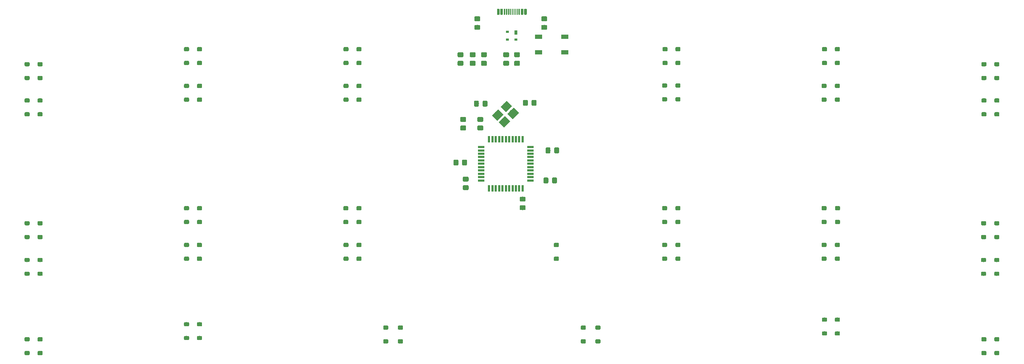
<source format=gbp>
G04 #@! TF.GenerationSoftware,KiCad,Pcbnew,(5.1.4-0)*
G04 #@! TF.CreationDate,2021-10-13T14:40:19-05:00*
G04 #@! TF.ProjectId,niko,6e696b6f-2e6b-4696-9361-645f70636258,rev?*
G04 #@! TF.SameCoordinates,Original*
G04 #@! TF.FileFunction,Paste,Bot*
G04 #@! TF.FilePolarity,Positive*
%FSLAX46Y46*%
G04 Gerber Fmt 4.6, Leading zero omitted, Abs format (unit mm)*
G04 Created by KiCad (PCBNEW (5.1.4-0)) date 2021-10-13 14:40:19*
%MOMM*%
%LPD*%
G04 APERTURE LIST*
%ADD10C,0.100000*%
%ADD11C,1.000000*%
%ADD12C,0.600000*%
%ADD13C,0.300000*%
%ADD14R,0.700000X0.600000*%
%ADD15R,0.700000X1.000000*%
%ADD16C,1.150000*%
%ADD17C,1.800000*%
%ADD18R,1.500000X0.500000*%
%ADD19R,0.500000X1.500000*%
%ADD20R,1.800000X1.100000*%
G04 APERTURE END LIST*
D10*
G36*
X261037024Y-82951204D02*
G01*
X261061293Y-82954804D01*
X261085091Y-82960765D01*
X261108191Y-82969030D01*
X261130369Y-82979520D01*
X261151413Y-82992133D01*
X261171118Y-83006747D01*
X261189297Y-83023223D01*
X261205773Y-83041402D01*
X261220387Y-83061107D01*
X261233000Y-83082151D01*
X261243490Y-83104329D01*
X261251755Y-83127429D01*
X261257716Y-83151227D01*
X261261316Y-83175496D01*
X261262520Y-83200000D01*
X261262520Y-83700000D01*
X261261316Y-83724504D01*
X261257716Y-83748773D01*
X261251755Y-83772571D01*
X261243490Y-83795671D01*
X261233000Y-83817849D01*
X261220387Y-83838893D01*
X261205773Y-83858598D01*
X261189297Y-83876777D01*
X261171118Y-83893253D01*
X261151413Y-83907867D01*
X261130369Y-83920480D01*
X261108191Y-83930970D01*
X261085091Y-83939235D01*
X261061293Y-83945196D01*
X261037024Y-83948796D01*
X261012520Y-83950000D01*
X260312520Y-83950000D01*
X260288016Y-83948796D01*
X260263747Y-83945196D01*
X260239949Y-83939235D01*
X260216849Y-83930970D01*
X260194671Y-83920480D01*
X260173627Y-83907867D01*
X260153922Y-83893253D01*
X260135743Y-83876777D01*
X260119267Y-83858598D01*
X260104653Y-83838893D01*
X260092040Y-83817849D01*
X260081550Y-83795671D01*
X260073285Y-83772571D01*
X260067324Y-83748773D01*
X260063724Y-83724504D01*
X260062520Y-83700000D01*
X260062520Y-83200000D01*
X260063724Y-83175496D01*
X260067324Y-83151227D01*
X260073285Y-83127429D01*
X260081550Y-83104329D01*
X260092040Y-83082151D01*
X260104653Y-83061107D01*
X260119267Y-83041402D01*
X260135743Y-83023223D01*
X260153922Y-83006747D01*
X260173627Y-82992133D01*
X260194671Y-82979520D01*
X260216849Y-82969030D01*
X260239949Y-82960765D01*
X260263747Y-82954804D01*
X260288016Y-82951204D01*
X260312520Y-82950000D01*
X261012520Y-82950000D01*
X261037024Y-82951204D01*
X261037024Y-82951204D01*
G37*
D11*
X260662520Y-83450000D03*
D10*
G36*
X261037024Y-79651204D02*
G01*
X261061293Y-79654804D01*
X261085091Y-79660765D01*
X261108191Y-79669030D01*
X261130369Y-79679520D01*
X261151413Y-79692133D01*
X261171118Y-79706747D01*
X261189297Y-79723223D01*
X261205773Y-79741402D01*
X261220387Y-79761107D01*
X261233000Y-79782151D01*
X261243490Y-79804329D01*
X261251755Y-79827429D01*
X261257716Y-79851227D01*
X261261316Y-79875496D01*
X261262520Y-79900000D01*
X261262520Y-80400000D01*
X261261316Y-80424504D01*
X261257716Y-80448773D01*
X261251755Y-80472571D01*
X261243490Y-80495671D01*
X261233000Y-80517849D01*
X261220387Y-80538893D01*
X261205773Y-80558598D01*
X261189297Y-80576777D01*
X261171118Y-80593253D01*
X261151413Y-80607867D01*
X261130369Y-80620480D01*
X261108191Y-80630970D01*
X261085091Y-80639235D01*
X261061293Y-80645196D01*
X261037024Y-80648796D01*
X261012520Y-80650000D01*
X260312520Y-80650000D01*
X260288016Y-80648796D01*
X260263747Y-80645196D01*
X260239949Y-80639235D01*
X260216849Y-80630970D01*
X260194671Y-80620480D01*
X260173627Y-80607867D01*
X260153922Y-80593253D01*
X260135743Y-80576777D01*
X260119267Y-80558598D01*
X260104653Y-80538893D01*
X260092040Y-80517849D01*
X260081550Y-80495671D01*
X260073285Y-80472571D01*
X260067324Y-80448773D01*
X260063724Y-80424504D01*
X260062520Y-80400000D01*
X260062520Y-79900000D01*
X260063724Y-79875496D01*
X260067324Y-79851227D01*
X260073285Y-79827429D01*
X260081550Y-79804329D01*
X260092040Y-79782151D01*
X260104653Y-79761107D01*
X260119267Y-79741402D01*
X260135743Y-79723223D01*
X260153922Y-79706747D01*
X260173627Y-79692133D01*
X260194671Y-79679520D01*
X260216849Y-79669030D01*
X260239949Y-79660765D01*
X260263747Y-79654804D01*
X260288016Y-79651204D01*
X260312520Y-79650000D01*
X261012520Y-79650000D01*
X261037024Y-79651204D01*
X261037024Y-79651204D01*
G37*
D11*
X260662520Y-80150000D03*
D10*
G36*
X246947003Y-23553952D02*
G01*
X246961564Y-23556112D01*
X246975843Y-23559689D01*
X246989703Y-23564648D01*
X247003010Y-23570942D01*
X247015636Y-23578510D01*
X247027459Y-23587278D01*
X247038366Y-23597164D01*
X247048252Y-23608071D01*
X247057020Y-23619894D01*
X247064588Y-23632520D01*
X247070882Y-23645827D01*
X247075841Y-23659687D01*
X247079418Y-23673966D01*
X247081578Y-23688527D01*
X247082300Y-23703230D01*
X247082300Y-24853230D01*
X247081578Y-24867933D01*
X247079418Y-24882494D01*
X247075841Y-24896773D01*
X247070882Y-24910633D01*
X247064588Y-24923940D01*
X247057020Y-24936566D01*
X247048252Y-24948389D01*
X247038366Y-24959296D01*
X247027459Y-24969182D01*
X247015636Y-24977950D01*
X247003010Y-24985518D01*
X246989703Y-24991812D01*
X246975843Y-24996771D01*
X246961564Y-25000348D01*
X246947003Y-25002508D01*
X246932300Y-25003230D01*
X246632300Y-25003230D01*
X246617597Y-25002508D01*
X246603036Y-25000348D01*
X246588757Y-24996771D01*
X246574897Y-24991812D01*
X246561590Y-24985518D01*
X246548964Y-24977950D01*
X246537141Y-24969182D01*
X246526234Y-24959296D01*
X246516348Y-24948389D01*
X246507580Y-24936566D01*
X246500012Y-24923940D01*
X246493718Y-24910633D01*
X246488759Y-24896773D01*
X246485182Y-24882494D01*
X246483022Y-24867933D01*
X246482300Y-24853230D01*
X246482300Y-23703230D01*
X246483022Y-23688527D01*
X246485182Y-23673966D01*
X246488759Y-23659687D01*
X246493718Y-23645827D01*
X246500012Y-23632520D01*
X246507580Y-23619894D01*
X246516348Y-23608071D01*
X246526234Y-23597164D01*
X246537141Y-23587278D01*
X246548964Y-23578510D01*
X246561590Y-23570942D01*
X246574897Y-23564648D01*
X246588757Y-23559689D01*
X246603036Y-23556112D01*
X246617597Y-23553952D01*
X246632300Y-23553230D01*
X246932300Y-23553230D01*
X246947003Y-23553952D01*
X246947003Y-23553952D01*
G37*
D12*
X246782300Y-24278230D03*
D10*
G36*
X248364651Y-23553591D02*
G01*
X248371932Y-23554671D01*
X248379071Y-23556459D01*
X248386001Y-23558939D01*
X248392655Y-23562086D01*
X248398968Y-23565870D01*
X248404879Y-23570254D01*
X248410333Y-23575197D01*
X248415276Y-23580651D01*
X248419660Y-23586562D01*
X248423444Y-23592875D01*
X248426591Y-23599529D01*
X248429071Y-23606459D01*
X248430859Y-23613598D01*
X248431939Y-23620879D01*
X248432300Y-23628230D01*
X248432300Y-24928230D01*
X248431939Y-24935581D01*
X248430859Y-24942862D01*
X248429071Y-24950001D01*
X248426591Y-24956931D01*
X248423444Y-24963585D01*
X248419660Y-24969898D01*
X248415276Y-24975809D01*
X248410333Y-24981263D01*
X248404879Y-24986206D01*
X248398968Y-24990590D01*
X248392655Y-24994374D01*
X248386001Y-24997521D01*
X248379071Y-25000001D01*
X248371932Y-25001789D01*
X248364651Y-25002869D01*
X248357300Y-25003230D01*
X248207300Y-25003230D01*
X248199949Y-25002869D01*
X248192668Y-25001789D01*
X248185529Y-25000001D01*
X248178599Y-24997521D01*
X248171945Y-24994374D01*
X248165632Y-24990590D01*
X248159721Y-24986206D01*
X248154267Y-24981263D01*
X248149324Y-24975809D01*
X248144940Y-24969898D01*
X248141156Y-24963585D01*
X248138009Y-24956931D01*
X248135529Y-24950001D01*
X248133741Y-24942862D01*
X248132661Y-24935581D01*
X248132300Y-24928230D01*
X248132300Y-23628230D01*
X248132661Y-23620879D01*
X248133741Y-23613598D01*
X248135529Y-23606459D01*
X248138009Y-23599529D01*
X248141156Y-23592875D01*
X248144940Y-23586562D01*
X248149324Y-23580651D01*
X248154267Y-23575197D01*
X248159721Y-23570254D01*
X248165632Y-23565870D01*
X248171945Y-23562086D01*
X248178599Y-23558939D01*
X248185529Y-23556459D01*
X248192668Y-23554671D01*
X248199949Y-23553591D01*
X248207300Y-23553230D01*
X248357300Y-23553230D01*
X248364651Y-23553591D01*
X248364651Y-23553591D01*
G37*
D13*
X248282300Y-24278230D03*
D10*
G36*
X248864651Y-23553591D02*
G01*
X248871932Y-23554671D01*
X248879071Y-23556459D01*
X248886001Y-23558939D01*
X248892655Y-23562086D01*
X248898968Y-23565870D01*
X248904879Y-23570254D01*
X248910333Y-23575197D01*
X248915276Y-23580651D01*
X248919660Y-23586562D01*
X248923444Y-23592875D01*
X248926591Y-23599529D01*
X248929071Y-23606459D01*
X248930859Y-23613598D01*
X248931939Y-23620879D01*
X248932300Y-23628230D01*
X248932300Y-24928230D01*
X248931939Y-24935581D01*
X248930859Y-24942862D01*
X248929071Y-24950001D01*
X248926591Y-24956931D01*
X248923444Y-24963585D01*
X248919660Y-24969898D01*
X248915276Y-24975809D01*
X248910333Y-24981263D01*
X248904879Y-24986206D01*
X248898968Y-24990590D01*
X248892655Y-24994374D01*
X248886001Y-24997521D01*
X248879071Y-25000001D01*
X248871932Y-25001789D01*
X248864651Y-25002869D01*
X248857300Y-25003230D01*
X248707300Y-25003230D01*
X248699949Y-25002869D01*
X248692668Y-25001789D01*
X248685529Y-25000001D01*
X248678599Y-24997521D01*
X248671945Y-24994374D01*
X248665632Y-24990590D01*
X248659721Y-24986206D01*
X248654267Y-24981263D01*
X248649324Y-24975809D01*
X248644940Y-24969898D01*
X248641156Y-24963585D01*
X248638009Y-24956931D01*
X248635529Y-24950001D01*
X248633741Y-24942862D01*
X248632661Y-24935581D01*
X248632300Y-24928230D01*
X248632300Y-23628230D01*
X248632661Y-23620879D01*
X248633741Y-23613598D01*
X248635529Y-23606459D01*
X248638009Y-23599529D01*
X248641156Y-23592875D01*
X248644940Y-23586562D01*
X248649324Y-23580651D01*
X248654267Y-23575197D01*
X248659721Y-23570254D01*
X248665632Y-23565870D01*
X248671945Y-23562086D01*
X248678599Y-23558939D01*
X248685529Y-23556459D01*
X248692668Y-23554671D01*
X248699949Y-23553591D01*
X248707300Y-23553230D01*
X248857300Y-23553230D01*
X248864651Y-23553591D01*
X248864651Y-23553591D01*
G37*
D13*
X248782300Y-24278230D03*
D10*
G36*
X249364651Y-23553591D02*
G01*
X249371932Y-23554671D01*
X249379071Y-23556459D01*
X249386001Y-23558939D01*
X249392655Y-23562086D01*
X249398968Y-23565870D01*
X249404879Y-23570254D01*
X249410333Y-23575197D01*
X249415276Y-23580651D01*
X249419660Y-23586562D01*
X249423444Y-23592875D01*
X249426591Y-23599529D01*
X249429071Y-23606459D01*
X249430859Y-23613598D01*
X249431939Y-23620879D01*
X249432300Y-23628230D01*
X249432300Y-24928230D01*
X249431939Y-24935581D01*
X249430859Y-24942862D01*
X249429071Y-24950001D01*
X249426591Y-24956931D01*
X249423444Y-24963585D01*
X249419660Y-24969898D01*
X249415276Y-24975809D01*
X249410333Y-24981263D01*
X249404879Y-24986206D01*
X249398968Y-24990590D01*
X249392655Y-24994374D01*
X249386001Y-24997521D01*
X249379071Y-25000001D01*
X249371932Y-25001789D01*
X249364651Y-25002869D01*
X249357300Y-25003230D01*
X249207300Y-25003230D01*
X249199949Y-25002869D01*
X249192668Y-25001789D01*
X249185529Y-25000001D01*
X249178599Y-24997521D01*
X249171945Y-24994374D01*
X249165632Y-24990590D01*
X249159721Y-24986206D01*
X249154267Y-24981263D01*
X249149324Y-24975809D01*
X249144940Y-24969898D01*
X249141156Y-24963585D01*
X249138009Y-24956931D01*
X249135529Y-24950001D01*
X249133741Y-24942862D01*
X249132661Y-24935581D01*
X249132300Y-24928230D01*
X249132300Y-23628230D01*
X249132661Y-23620879D01*
X249133741Y-23613598D01*
X249135529Y-23606459D01*
X249138009Y-23599529D01*
X249141156Y-23592875D01*
X249144940Y-23586562D01*
X249149324Y-23580651D01*
X249154267Y-23575197D01*
X249159721Y-23570254D01*
X249165632Y-23565870D01*
X249171945Y-23562086D01*
X249178599Y-23558939D01*
X249185529Y-23556459D01*
X249192668Y-23554671D01*
X249199949Y-23553591D01*
X249207300Y-23553230D01*
X249357300Y-23553230D01*
X249364651Y-23553591D01*
X249364651Y-23553591D01*
G37*
D13*
X249282300Y-24278230D03*
D10*
G36*
X249860651Y-23553591D02*
G01*
X249867932Y-23554671D01*
X249875071Y-23556459D01*
X249882001Y-23558939D01*
X249888655Y-23562086D01*
X249894968Y-23565870D01*
X249900879Y-23570254D01*
X249906333Y-23575197D01*
X249911276Y-23580651D01*
X249915660Y-23586562D01*
X249919444Y-23592875D01*
X249922591Y-23599529D01*
X249925071Y-23606459D01*
X249926859Y-23613598D01*
X249927939Y-23620879D01*
X249928300Y-23628230D01*
X249928300Y-24928230D01*
X249927939Y-24935581D01*
X249926859Y-24942862D01*
X249925071Y-24950001D01*
X249922591Y-24956931D01*
X249919444Y-24963585D01*
X249915660Y-24969898D01*
X249911276Y-24975809D01*
X249906333Y-24981263D01*
X249900879Y-24986206D01*
X249894968Y-24990590D01*
X249888655Y-24994374D01*
X249882001Y-24997521D01*
X249875071Y-25000001D01*
X249867932Y-25001789D01*
X249860651Y-25002869D01*
X249853300Y-25003230D01*
X249703300Y-25003230D01*
X249695949Y-25002869D01*
X249688668Y-25001789D01*
X249681529Y-25000001D01*
X249674599Y-24997521D01*
X249667945Y-24994374D01*
X249661632Y-24990590D01*
X249655721Y-24986206D01*
X249650267Y-24981263D01*
X249645324Y-24975809D01*
X249640940Y-24969898D01*
X249637156Y-24963585D01*
X249634009Y-24956931D01*
X249631529Y-24950001D01*
X249629741Y-24942862D01*
X249628661Y-24935581D01*
X249628300Y-24928230D01*
X249628300Y-23628230D01*
X249628661Y-23620879D01*
X249629741Y-23613598D01*
X249631529Y-23606459D01*
X249634009Y-23599529D01*
X249637156Y-23592875D01*
X249640940Y-23586562D01*
X249645324Y-23580651D01*
X249650267Y-23575197D01*
X249655721Y-23570254D01*
X249661632Y-23565870D01*
X249667945Y-23562086D01*
X249674599Y-23558939D01*
X249681529Y-23556459D01*
X249688668Y-23554671D01*
X249695949Y-23553591D01*
X249703300Y-23553230D01*
X249853300Y-23553230D01*
X249860651Y-23553591D01*
X249860651Y-23553591D01*
G37*
D13*
X249778300Y-24278230D03*
D10*
G36*
X251864651Y-23553591D02*
G01*
X251871932Y-23554671D01*
X251879071Y-23556459D01*
X251886001Y-23558939D01*
X251892655Y-23562086D01*
X251898968Y-23565870D01*
X251904879Y-23570254D01*
X251910333Y-23575197D01*
X251915276Y-23580651D01*
X251919660Y-23586562D01*
X251923444Y-23592875D01*
X251926591Y-23599529D01*
X251929071Y-23606459D01*
X251930859Y-23613598D01*
X251931939Y-23620879D01*
X251932300Y-23628230D01*
X251932300Y-24928230D01*
X251931939Y-24935581D01*
X251930859Y-24942862D01*
X251929071Y-24950001D01*
X251926591Y-24956931D01*
X251923444Y-24963585D01*
X251919660Y-24969898D01*
X251915276Y-24975809D01*
X251910333Y-24981263D01*
X251904879Y-24986206D01*
X251898968Y-24990590D01*
X251892655Y-24994374D01*
X251886001Y-24997521D01*
X251879071Y-25000001D01*
X251871932Y-25001789D01*
X251864651Y-25002869D01*
X251857300Y-25003230D01*
X251707300Y-25003230D01*
X251699949Y-25002869D01*
X251692668Y-25001789D01*
X251685529Y-25000001D01*
X251678599Y-24997521D01*
X251671945Y-24994374D01*
X251665632Y-24990590D01*
X251659721Y-24986206D01*
X251654267Y-24981263D01*
X251649324Y-24975809D01*
X251644940Y-24969898D01*
X251641156Y-24963585D01*
X251638009Y-24956931D01*
X251635529Y-24950001D01*
X251633741Y-24942862D01*
X251632661Y-24935581D01*
X251632300Y-24928230D01*
X251632300Y-23628230D01*
X251632661Y-23620879D01*
X251633741Y-23613598D01*
X251635529Y-23606459D01*
X251638009Y-23599529D01*
X251641156Y-23592875D01*
X251644940Y-23586562D01*
X251649324Y-23580651D01*
X251654267Y-23575197D01*
X251659721Y-23570254D01*
X251665632Y-23565870D01*
X251671945Y-23562086D01*
X251678599Y-23558939D01*
X251685529Y-23556459D01*
X251692668Y-23554671D01*
X251699949Y-23553591D01*
X251707300Y-23553230D01*
X251857300Y-23553230D01*
X251864651Y-23553591D01*
X251864651Y-23553591D01*
G37*
D13*
X251782300Y-24278230D03*
D10*
G36*
X251364651Y-23553591D02*
G01*
X251371932Y-23554671D01*
X251379071Y-23556459D01*
X251386001Y-23558939D01*
X251392655Y-23562086D01*
X251398968Y-23565870D01*
X251404879Y-23570254D01*
X251410333Y-23575197D01*
X251415276Y-23580651D01*
X251419660Y-23586562D01*
X251423444Y-23592875D01*
X251426591Y-23599529D01*
X251429071Y-23606459D01*
X251430859Y-23613598D01*
X251431939Y-23620879D01*
X251432300Y-23628230D01*
X251432300Y-24928230D01*
X251431939Y-24935581D01*
X251430859Y-24942862D01*
X251429071Y-24950001D01*
X251426591Y-24956931D01*
X251423444Y-24963585D01*
X251419660Y-24969898D01*
X251415276Y-24975809D01*
X251410333Y-24981263D01*
X251404879Y-24986206D01*
X251398968Y-24990590D01*
X251392655Y-24994374D01*
X251386001Y-24997521D01*
X251379071Y-25000001D01*
X251371932Y-25001789D01*
X251364651Y-25002869D01*
X251357300Y-25003230D01*
X251207300Y-25003230D01*
X251199949Y-25002869D01*
X251192668Y-25001789D01*
X251185529Y-25000001D01*
X251178599Y-24997521D01*
X251171945Y-24994374D01*
X251165632Y-24990590D01*
X251159721Y-24986206D01*
X251154267Y-24981263D01*
X251149324Y-24975809D01*
X251144940Y-24969898D01*
X251141156Y-24963585D01*
X251138009Y-24956931D01*
X251135529Y-24950001D01*
X251133741Y-24942862D01*
X251132661Y-24935581D01*
X251132300Y-24928230D01*
X251132300Y-23628230D01*
X251132661Y-23620879D01*
X251133741Y-23613598D01*
X251135529Y-23606459D01*
X251138009Y-23599529D01*
X251141156Y-23592875D01*
X251144940Y-23586562D01*
X251149324Y-23580651D01*
X251154267Y-23575197D01*
X251159721Y-23570254D01*
X251165632Y-23565870D01*
X251171945Y-23562086D01*
X251178599Y-23558939D01*
X251185529Y-23556459D01*
X251192668Y-23554671D01*
X251199949Y-23553591D01*
X251207300Y-23553230D01*
X251357300Y-23553230D01*
X251364651Y-23553591D01*
X251364651Y-23553591D01*
G37*
D13*
X251282300Y-24278230D03*
D10*
G36*
X250864651Y-23553591D02*
G01*
X250871932Y-23554671D01*
X250879071Y-23556459D01*
X250886001Y-23558939D01*
X250892655Y-23562086D01*
X250898968Y-23565870D01*
X250904879Y-23570254D01*
X250910333Y-23575197D01*
X250915276Y-23580651D01*
X250919660Y-23586562D01*
X250923444Y-23592875D01*
X250926591Y-23599529D01*
X250929071Y-23606459D01*
X250930859Y-23613598D01*
X250931939Y-23620879D01*
X250932300Y-23628230D01*
X250932300Y-24928230D01*
X250931939Y-24935581D01*
X250930859Y-24942862D01*
X250929071Y-24950001D01*
X250926591Y-24956931D01*
X250923444Y-24963585D01*
X250919660Y-24969898D01*
X250915276Y-24975809D01*
X250910333Y-24981263D01*
X250904879Y-24986206D01*
X250898968Y-24990590D01*
X250892655Y-24994374D01*
X250886001Y-24997521D01*
X250879071Y-25000001D01*
X250871932Y-25001789D01*
X250864651Y-25002869D01*
X250857300Y-25003230D01*
X250707300Y-25003230D01*
X250699949Y-25002869D01*
X250692668Y-25001789D01*
X250685529Y-25000001D01*
X250678599Y-24997521D01*
X250671945Y-24994374D01*
X250665632Y-24990590D01*
X250659721Y-24986206D01*
X250654267Y-24981263D01*
X250649324Y-24975809D01*
X250644940Y-24969898D01*
X250641156Y-24963585D01*
X250638009Y-24956931D01*
X250635529Y-24950001D01*
X250633741Y-24942862D01*
X250632661Y-24935581D01*
X250632300Y-24928230D01*
X250632300Y-23628230D01*
X250632661Y-23620879D01*
X250633741Y-23613598D01*
X250635529Y-23606459D01*
X250638009Y-23599529D01*
X250641156Y-23592875D01*
X250644940Y-23586562D01*
X250649324Y-23580651D01*
X250654267Y-23575197D01*
X250659721Y-23570254D01*
X250665632Y-23565870D01*
X250671945Y-23562086D01*
X250678599Y-23558939D01*
X250685529Y-23556459D01*
X250692668Y-23554671D01*
X250699949Y-23553591D01*
X250707300Y-23553230D01*
X250857300Y-23553230D01*
X250864651Y-23553591D01*
X250864651Y-23553591D01*
G37*
D13*
X250782300Y-24278230D03*
D10*
G36*
X250364651Y-23553591D02*
G01*
X250371932Y-23554671D01*
X250379071Y-23556459D01*
X250386001Y-23558939D01*
X250392655Y-23562086D01*
X250398968Y-23565870D01*
X250404879Y-23570254D01*
X250410333Y-23575197D01*
X250415276Y-23580651D01*
X250419660Y-23586562D01*
X250423444Y-23592875D01*
X250426591Y-23599529D01*
X250429071Y-23606459D01*
X250430859Y-23613598D01*
X250431939Y-23620879D01*
X250432300Y-23628230D01*
X250432300Y-24928230D01*
X250431939Y-24935581D01*
X250430859Y-24942862D01*
X250429071Y-24950001D01*
X250426591Y-24956931D01*
X250423444Y-24963585D01*
X250419660Y-24969898D01*
X250415276Y-24975809D01*
X250410333Y-24981263D01*
X250404879Y-24986206D01*
X250398968Y-24990590D01*
X250392655Y-24994374D01*
X250386001Y-24997521D01*
X250379071Y-25000001D01*
X250371932Y-25001789D01*
X250364651Y-25002869D01*
X250357300Y-25003230D01*
X250207300Y-25003230D01*
X250199949Y-25002869D01*
X250192668Y-25001789D01*
X250185529Y-25000001D01*
X250178599Y-24997521D01*
X250171945Y-24994374D01*
X250165632Y-24990590D01*
X250159721Y-24986206D01*
X250154267Y-24981263D01*
X250149324Y-24975809D01*
X250144940Y-24969898D01*
X250141156Y-24963585D01*
X250138009Y-24956931D01*
X250135529Y-24950001D01*
X250133741Y-24942862D01*
X250132661Y-24935581D01*
X250132300Y-24928230D01*
X250132300Y-23628230D01*
X250132661Y-23620879D01*
X250133741Y-23613598D01*
X250135529Y-23606459D01*
X250138009Y-23599529D01*
X250141156Y-23592875D01*
X250144940Y-23586562D01*
X250149324Y-23580651D01*
X250154267Y-23575197D01*
X250159721Y-23570254D01*
X250165632Y-23565870D01*
X250171945Y-23562086D01*
X250178599Y-23558939D01*
X250185529Y-23556459D01*
X250192668Y-23554671D01*
X250199949Y-23553591D01*
X250207300Y-23553230D01*
X250357300Y-23553230D01*
X250364651Y-23553591D01*
X250364651Y-23553591D01*
G37*
D13*
X250282300Y-24278230D03*
D10*
G36*
X247747003Y-23553952D02*
G01*
X247761564Y-23556112D01*
X247775843Y-23559689D01*
X247789703Y-23564648D01*
X247803010Y-23570942D01*
X247815636Y-23578510D01*
X247827459Y-23587278D01*
X247838366Y-23597164D01*
X247848252Y-23608071D01*
X247857020Y-23619894D01*
X247864588Y-23632520D01*
X247870882Y-23645827D01*
X247875841Y-23659687D01*
X247879418Y-23673966D01*
X247881578Y-23688527D01*
X247882300Y-23703230D01*
X247882300Y-24853230D01*
X247881578Y-24867933D01*
X247879418Y-24882494D01*
X247875841Y-24896773D01*
X247870882Y-24910633D01*
X247864588Y-24923940D01*
X247857020Y-24936566D01*
X247848252Y-24948389D01*
X247838366Y-24959296D01*
X247827459Y-24969182D01*
X247815636Y-24977950D01*
X247803010Y-24985518D01*
X247789703Y-24991812D01*
X247775843Y-24996771D01*
X247761564Y-25000348D01*
X247747003Y-25002508D01*
X247732300Y-25003230D01*
X247432300Y-25003230D01*
X247417597Y-25002508D01*
X247403036Y-25000348D01*
X247388757Y-24996771D01*
X247374897Y-24991812D01*
X247361590Y-24985518D01*
X247348964Y-24977950D01*
X247337141Y-24969182D01*
X247326234Y-24959296D01*
X247316348Y-24948389D01*
X247307580Y-24936566D01*
X247300012Y-24923940D01*
X247293718Y-24910633D01*
X247288759Y-24896773D01*
X247285182Y-24882494D01*
X247283022Y-24867933D01*
X247282300Y-24853230D01*
X247282300Y-23703230D01*
X247283022Y-23688527D01*
X247285182Y-23673966D01*
X247288759Y-23659687D01*
X247293718Y-23645827D01*
X247300012Y-23632520D01*
X247307580Y-23619894D01*
X247316348Y-23608071D01*
X247326234Y-23597164D01*
X247337141Y-23587278D01*
X247348964Y-23578510D01*
X247361590Y-23570942D01*
X247374897Y-23564648D01*
X247388757Y-23559689D01*
X247403036Y-23556112D01*
X247417597Y-23553952D01*
X247432300Y-23553230D01*
X247732300Y-23553230D01*
X247747003Y-23553952D01*
X247747003Y-23553952D01*
G37*
D12*
X247582300Y-24278230D03*
D10*
G36*
X253447003Y-23553952D02*
G01*
X253461564Y-23556112D01*
X253475843Y-23559689D01*
X253489703Y-23564648D01*
X253503010Y-23570942D01*
X253515636Y-23578510D01*
X253527459Y-23587278D01*
X253538366Y-23597164D01*
X253548252Y-23608071D01*
X253557020Y-23619894D01*
X253564588Y-23632520D01*
X253570882Y-23645827D01*
X253575841Y-23659687D01*
X253579418Y-23673966D01*
X253581578Y-23688527D01*
X253582300Y-23703230D01*
X253582300Y-24853230D01*
X253581578Y-24867933D01*
X253579418Y-24882494D01*
X253575841Y-24896773D01*
X253570882Y-24910633D01*
X253564588Y-24923940D01*
X253557020Y-24936566D01*
X253548252Y-24948389D01*
X253538366Y-24959296D01*
X253527459Y-24969182D01*
X253515636Y-24977950D01*
X253503010Y-24985518D01*
X253489703Y-24991812D01*
X253475843Y-24996771D01*
X253461564Y-25000348D01*
X253447003Y-25002508D01*
X253432300Y-25003230D01*
X253132300Y-25003230D01*
X253117597Y-25002508D01*
X253103036Y-25000348D01*
X253088757Y-24996771D01*
X253074897Y-24991812D01*
X253061590Y-24985518D01*
X253048964Y-24977950D01*
X253037141Y-24969182D01*
X253026234Y-24959296D01*
X253016348Y-24948389D01*
X253007580Y-24936566D01*
X253000012Y-24923940D01*
X252993718Y-24910633D01*
X252988759Y-24896773D01*
X252985182Y-24882494D01*
X252983022Y-24867933D01*
X252982300Y-24853230D01*
X252982300Y-23703230D01*
X252983022Y-23688527D01*
X252985182Y-23673966D01*
X252988759Y-23659687D01*
X252993718Y-23645827D01*
X253000012Y-23632520D01*
X253007580Y-23619894D01*
X253016348Y-23608071D01*
X253026234Y-23597164D01*
X253037141Y-23587278D01*
X253048964Y-23578510D01*
X253061590Y-23570942D01*
X253074897Y-23564648D01*
X253088757Y-23559689D01*
X253103036Y-23556112D01*
X253117597Y-23553952D01*
X253132300Y-23553230D01*
X253432300Y-23553230D01*
X253447003Y-23553952D01*
X253447003Y-23553952D01*
G37*
D12*
X253282300Y-24278230D03*
D10*
G36*
X252647003Y-23553952D02*
G01*
X252661564Y-23556112D01*
X252675843Y-23559689D01*
X252689703Y-23564648D01*
X252703010Y-23570942D01*
X252715636Y-23578510D01*
X252727459Y-23587278D01*
X252738366Y-23597164D01*
X252748252Y-23608071D01*
X252757020Y-23619894D01*
X252764588Y-23632520D01*
X252770882Y-23645827D01*
X252775841Y-23659687D01*
X252779418Y-23673966D01*
X252781578Y-23688527D01*
X252782300Y-23703230D01*
X252782300Y-24853230D01*
X252781578Y-24867933D01*
X252779418Y-24882494D01*
X252775841Y-24896773D01*
X252770882Y-24910633D01*
X252764588Y-24923940D01*
X252757020Y-24936566D01*
X252748252Y-24948389D01*
X252738366Y-24959296D01*
X252727459Y-24969182D01*
X252715636Y-24977950D01*
X252703010Y-24985518D01*
X252689703Y-24991812D01*
X252675843Y-24996771D01*
X252661564Y-25000348D01*
X252647003Y-25002508D01*
X252632300Y-25003230D01*
X252332300Y-25003230D01*
X252317597Y-25002508D01*
X252303036Y-25000348D01*
X252288757Y-24996771D01*
X252274897Y-24991812D01*
X252261590Y-24985518D01*
X252248964Y-24977950D01*
X252237141Y-24969182D01*
X252226234Y-24959296D01*
X252216348Y-24948389D01*
X252207580Y-24936566D01*
X252200012Y-24923940D01*
X252193718Y-24910633D01*
X252188759Y-24896773D01*
X252185182Y-24882494D01*
X252183022Y-24867933D01*
X252182300Y-24853230D01*
X252182300Y-23703230D01*
X252183022Y-23688527D01*
X252185182Y-23673966D01*
X252188759Y-23659687D01*
X252193718Y-23645827D01*
X252200012Y-23632520D01*
X252207580Y-23619894D01*
X252216348Y-23608071D01*
X252226234Y-23597164D01*
X252237141Y-23587278D01*
X252248964Y-23578510D01*
X252261590Y-23570942D01*
X252274897Y-23564648D01*
X252288757Y-23559689D01*
X252303036Y-23556112D01*
X252317597Y-23553952D01*
X252332300Y-23553230D01*
X252632300Y-23553230D01*
X252647003Y-23553952D01*
X252647003Y-23553952D01*
G37*
D12*
X252482300Y-24278230D03*
D10*
G36*
X366299544Y-36351204D02*
G01*
X366323813Y-36354804D01*
X366347611Y-36360765D01*
X366370711Y-36369030D01*
X366392889Y-36379520D01*
X366413933Y-36392133D01*
X366433638Y-36406747D01*
X366451817Y-36423223D01*
X366468293Y-36441402D01*
X366482907Y-36461107D01*
X366495520Y-36482151D01*
X366506010Y-36504329D01*
X366514275Y-36527429D01*
X366520236Y-36551227D01*
X366523836Y-36575496D01*
X366525040Y-36600000D01*
X366525040Y-37100000D01*
X366523836Y-37124504D01*
X366520236Y-37148773D01*
X366514275Y-37172571D01*
X366506010Y-37195671D01*
X366495520Y-37217849D01*
X366482907Y-37238893D01*
X366468293Y-37258598D01*
X366451817Y-37276777D01*
X366433638Y-37293253D01*
X366413933Y-37307867D01*
X366392889Y-37320480D01*
X366370711Y-37330970D01*
X366347611Y-37339235D01*
X366323813Y-37345196D01*
X366299544Y-37348796D01*
X366275040Y-37350000D01*
X365575040Y-37350000D01*
X365550536Y-37348796D01*
X365526267Y-37345196D01*
X365502469Y-37339235D01*
X365479369Y-37330970D01*
X365457191Y-37320480D01*
X365436147Y-37307867D01*
X365416442Y-37293253D01*
X365398263Y-37276777D01*
X365381787Y-37258598D01*
X365367173Y-37238893D01*
X365354560Y-37217849D01*
X365344070Y-37195671D01*
X365335805Y-37172571D01*
X365329844Y-37148773D01*
X365326244Y-37124504D01*
X365325040Y-37100000D01*
X365325040Y-36600000D01*
X365326244Y-36575496D01*
X365329844Y-36551227D01*
X365335805Y-36527429D01*
X365344070Y-36504329D01*
X365354560Y-36482151D01*
X365367173Y-36461107D01*
X365381787Y-36441402D01*
X365398263Y-36423223D01*
X365416442Y-36406747D01*
X365436147Y-36392133D01*
X365457191Y-36379520D01*
X365479369Y-36369030D01*
X365502469Y-36360765D01*
X365526267Y-36354804D01*
X365550536Y-36351204D01*
X365575040Y-36350000D01*
X366275040Y-36350000D01*
X366299544Y-36351204D01*
X366299544Y-36351204D01*
G37*
D11*
X365925040Y-36850000D03*
D10*
G36*
X366299544Y-39651204D02*
G01*
X366323813Y-39654804D01*
X366347611Y-39660765D01*
X366370711Y-39669030D01*
X366392889Y-39679520D01*
X366413933Y-39692133D01*
X366433638Y-39706747D01*
X366451817Y-39723223D01*
X366468293Y-39741402D01*
X366482907Y-39761107D01*
X366495520Y-39782151D01*
X366506010Y-39804329D01*
X366514275Y-39827429D01*
X366520236Y-39851227D01*
X366523836Y-39875496D01*
X366525040Y-39900000D01*
X366525040Y-40400000D01*
X366523836Y-40424504D01*
X366520236Y-40448773D01*
X366514275Y-40472571D01*
X366506010Y-40495671D01*
X366495520Y-40517849D01*
X366482907Y-40538893D01*
X366468293Y-40558598D01*
X366451817Y-40576777D01*
X366433638Y-40593253D01*
X366413933Y-40607867D01*
X366392889Y-40620480D01*
X366370711Y-40630970D01*
X366347611Y-40639235D01*
X366323813Y-40645196D01*
X366299544Y-40648796D01*
X366275040Y-40650000D01*
X365575040Y-40650000D01*
X365550536Y-40648796D01*
X365526267Y-40645196D01*
X365502469Y-40639235D01*
X365479369Y-40630970D01*
X365457191Y-40620480D01*
X365436147Y-40607867D01*
X365416442Y-40593253D01*
X365398263Y-40576777D01*
X365381787Y-40558598D01*
X365367173Y-40538893D01*
X365354560Y-40517849D01*
X365344070Y-40495671D01*
X365335805Y-40472571D01*
X365329844Y-40448773D01*
X365326244Y-40424504D01*
X365325040Y-40400000D01*
X365325040Y-39900000D01*
X365326244Y-39875496D01*
X365329844Y-39851227D01*
X365335805Y-39827429D01*
X365344070Y-39804329D01*
X365354560Y-39782151D01*
X365367173Y-39761107D01*
X365381787Y-39741402D01*
X365398263Y-39723223D01*
X365416442Y-39706747D01*
X365436147Y-39692133D01*
X365457191Y-39679520D01*
X365479369Y-39669030D01*
X365502469Y-39660765D01*
X365526267Y-39654804D01*
X365550536Y-39651204D01*
X365575040Y-39650000D01*
X366275040Y-39650000D01*
X366299544Y-39651204D01*
X366299544Y-39651204D01*
G37*
D11*
X365925040Y-40150000D03*
D10*
G36*
X363199544Y-36351204D02*
G01*
X363223813Y-36354804D01*
X363247611Y-36360765D01*
X363270711Y-36369030D01*
X363292889Y-36379520D01*
X363313933Y-36392133D01*
X363333638Y-36406747D01*
X363351817Y-36423223D01*
X363368293Y-36441402D01*
X363382907Y-36461107D01*
X363395520Y-36482151D01*
X363406010Y-36504329D01*
X363414275Y-36527429D01*
X363420236Y-36551227D01*
X363423836Y-36575496D01*
X363425040Y-36600000D01*
X363425040Y-37100000D01*
X363423836Y-37124504D01*
X363420236Y-37148773D01*
X363414275Y-37172571D01*
X363406010Y-37195671D01*
X363395520Y-37217849D01*
X363382907Y-37238893D01*
X363368293Y-37258598D01*
X363351817Y-37276777D01*
X363333638Y-37293253D01*
X363313933Y-37307867D01*
X363292889Y-37320480D01*
X363270711Y-37330970D01*
X363247611Y-37339235D01*
X363223813Y-37345196D01*
X363199544Y-37348796D01*
X363175040Y-37350000D01*
X362475040Y-37350000D01*
X362450536Y-37348796D01*
X362426267Y-37345196D01*
X362402469Y-37339235D01*
X362379369Y-37330970D01*
X362357191Y-37320480D01*
X362336147Y-37307867D01*
X362316442Y-37293253D01*
X362298263Y-37276777D01*
X362281787Y-37258598D01*
X362267173Y-37238893D01*
X362254560Y-37217849D01*
X362244070Y-37195671D01*
X362235805Y-37172571D01*
X362229844Y-37148773D01*
X362226244Y-37124504D01*
X362225040Y-37100000D01*
X362225040Y-36600000D01*
X362226244Y-36575496D01*
X362229844Y-36551227D01*
X362235805Y-36527429D01*
X362244070Y-36504329D01*
X362254560Y-36482151D01*
X362267173Y-36461107D01*
X362281787Y-36441402D01*
X362298263Y-36423223D01*
X362316442Y-36406747D01*
X362336147Y-36392133D01*
X362357191Y-36379520D01*
X362379369Y-36369030D01*
X362402469Y-36360765D01*
X362426267Y-36354804D01*
X362450536Y-36351204D01*
X362475040Y-36350000D01*
X363175040Y-36350000D01*
X363199544Y-36351204D01*
X363199544Y-36351204D01*
G37*
D11*
X362825040Y-36850000D03*
D10*
G36*
X363199544Y-39651204D02*
G01*
X363223813Y-39654804D01*
X363247611Y-39660765D01*
X363270711Y-39669030D01*
X363292889Y-39679520D01*
X363313933Y-39692133D01*
X363333638Y-39706747D01*
X363351817Y-39723223D01*
X363368293Y-39741402D01*
X363382907Y-39761107D01*
X363395520Y-39782151D01*
X363406010Y-39804329D01*
X363414275Y-39827429D01*
X363420236Y-39851227D01*
X363423836Y-39875496D01*
X363425040Y-39900000D01*
X363425040Y-40400000D01*
X363423836Y-40424504D01*
X363420236Y-40448773D01*
X363414275Y-40472571D01*
X363406010Y-40495671D01*
X363395520Y-40517849D01*
X363382907Y-40538893D01*
X363368293Y-40558598D01*
X363351817Y-40576777D01*
X363333638Y-40593253D01*
X363313933Y-40607867D01*
X363292889Y-40620480D01*
X363270711Y-40630970D01*
X363247611Y-40639235D01*
X363223813Y-40645196D01*
X363199544Y-40648796D01*
X363175040Y-40650000D01*
X362475040Y-40650000D01*
X362450536Y-40648796D01*
X362426267Y-40645196D01*
X362402469Y-40639235D01*
X362379369Y-40630970D01*
X362357191Y-40620480D01*
X362336147Y-40607867D01*
X362316442Y-40593253D01*
X362298263Y-40576777D01*
X362281787Y-40558598D01*
X362267173Y-40538893D01*
X362254560Y-40517849D01*
X362244070Y-40495671D01*
X362235805Y-40472571D01*
X362229844Y-40448773D01*
X362226244Y-40424504D01*
X362225040Y-40400000D01*
X362225040Y-39900000D01*
X362226244Y-39875496D01*
X362229844Y-39851227D01*
X362235805Y-39827429D01*
X362244070Y-39804329D01*
X362254560Y-39782151D01*
X362267173Y-39761107D01*
X362281787Y-39741402D01*
X362298263Y-39723223D01*
X362316442Y-39706747D01*
X362336147Y-39692133D01*
X362357191Y-39679520D01*
X362379369Y-39669030D01*
X362402469Y-39660765D01*
X362426267Y-39654804D01*
X362450536Y-39651204D01*
X362475040Y-39650000D01*
X363175040Y-39650000D01*
X363199544Y-39651204D01*
X363199544Y-39651204D01*
G37*
D11*
X362825040Y-40150000D03*
D10*
G36*
X328199544Y-32751204D02*
G01*
X328223813Y-32754804D01*
X328247611Y-32760765D01*
X328270711Y-32769030D01*
X328292889Y-32779520D01*
X328313933Y-32792133D01*
X328333638Y-32806747D01*
X328351817Y-32823223D01*
X328368293Y-32841402D01*
X328382907Y-32861107D01*
X328395520Y-32882151D01*
X328406010Y-32904329D01*
X328414275Y-32927429D01*
X328420236Y-32951227D01*
X328423836Y-32975496D01*
X328425040Y-33000000D01*
X328425040Y-33500000D01*
X328423836Y-33524504D01*
X328420236Y-33548773D01*
X328414275Y-33572571D01*
X328406010Y-33595671D01*
X328395520Y-33617849D01*
X328382907Y-33638893D01*
X328368293Y-33658598D01*
X328351817Y-33676777D01*
X328333638Y-33693253D01*
X328313933Y-33707867D01*
X328292889Y-33720480D01*
X328270711Y-33730970D01*
X328247611Y-33739235D01*
X328223813Y-33745196D01*
X328199544Y-33748796D01*
X328175040Y-33750000D01*
X327475040Y-33750000D01*
X327450536Y-33748796D01*
X327426267Y-33745196D01*
X327402469Y-33739235D01*
X327379369Y-33730970D01*
X327357191Y-33720480D01*
X327336147Y-33707867D01*
X327316442Y-33693253D01*
X327298263Y-33676777D01*
X327281787Y-33658598D01*
X327267173Y-33638893D01*
X327254560Y-33617849D01*
X327244070Y-33595671D01*
X327235805Y-33572571D01*
X327229844Y-33548773D01*
X327226244Y-33524504D01*
X327225040Y-33500000D01*
X327225040Y-33000000D01*
X327226244Y-32975496D01*
X327229844Y-32951227D01*
X327235805Y-32927429D01*
X327244070Y-32904329D01*
X327254560Y-32882151D01*
X327267173Y-32861107D01*
X327281787Y-32841402D01*
X327298263Y-32823223D01*
X327316442Y-32806747D01*
X327336147Y-32792133D01*
X327357191Y-32779520D01*
X327379369Y-32769030D01*
X327402469Y-32760765D01*
X327426267Y-32754804D01*
X327450536Y-32751204D01*
X327475040Y-32750000D01*
X328175040Y-32750000D01*
X328199544Y-32751204D01*
X328199544Y-32751204D01*
G37*
D11*
X327825040Y-33250000D03*
D10*
G36*
X328199544Y-36051204D02*
G01*
X328223813Y-36054804D01*
X328247611Y-36060765D01*
X328270711Y-36069030D01*
X328292889Y-36079520D01*
X328313933Y-36092133D01*
X328333638Y-36106747D01*
X328351817Y-36123223D01*
X328368293Y-36141402D01*
X328382907Y-36161107D01*
X328395520Y-36182151D01*
X328406010Y-36204329D01*
X328414275Y-36227429D01*
X328420236Y-36251227D01*
X328423836Y-36275496D01*
X328425040Y-36300000D01*
X328425040Y-36800000D01*
X328423836Y-36824504D01*
X328420236Y-36848773D01*
X328414275Y-36872571D01*
X328406010Y-36895671D01*
X328395520Y-36917849D01*
X328382907Y-36938893D01*
X328368293Y-36958598D01*
X328351817Y-36976777D01*
X328333638Y-36993253D01*
X328313933Y-37007867D01*
X328292889Y-37020480D01*
X328270711Y-37030970D01*
X328247611Y-37039235D01*
X328223813Y-37045196D01*
X328199544Y-37048796D01*
X328175040Y-37050000D01*
X327475040Y-37050000D01*
X327450536Y-37048796D01*
X327426267Y-37045196D01*
X327402469Y-37039235D01*
X327379369Y-37030970D01*
X327357191Y-37020480D01*
X327336147Y-37007867D01*
X327316442Y-36993253D01*
X327298263Y-36976777D01*
X327281787Y-36958598D01*
X327267173Y-36938893D01*
X327254560Y-36917849D01*
X327244070Y-36895671D01*
X327235805Y-36872571D01*
X327229844Y-36848773D01*
X327226244Y-36824504D01*
X327225040Y-36800000D01*
X327225040Y-36300000D01*
X327226244Y-36275496D01*
X327229844Y-36251227D01*
X327235805Y-36227429D01*
X327244070Y-36204329D01*
X327254560Y-36182151D01*
X327267173Y-36161107D01*
X327281787Y-36141402D01*
X327298263Y-36123223D01*
X327316442Y-36106747D01*
X327336147Y-36092133D01*
X327357191Y-36079520D01*
X327379369Y-36069030D01*
X327402469Y-36060765D01*
X327426267Y-36054804D01*
X327450536Y-36051204D01*
X327475040Y-36050000D01*
X328175040Y-36050000D01*
X328199544Y-36051204D01*
X328199544Y-36051204D01*
G37*
D11*
X327825040Y-36550000D03*
D10*
G36*
X325099544Y-32751204D02*
G01*
X325123813Y-32754804D01*
X325147611Y-32760765D01*
X325170711Y-32769030D01*
X325192889Y-32779520D01*
X325213933Y-32792133D01*
X325233638Y-32806747D01*
X325251817Y-32823223D01*
X325268293Y-32841402D01*
X325282907Y-32861107D01*
X325295520Y-32882151D01*
X325306010Y-32904329D01*
X325314275Y-32927429D01*
X325320236Y-32951227D01*
X325323836Y-32975496D01*
X325325040Y-33000000D01*
X325325040Y-33500000D01*
X325323836Y-33524504D01*
X325320236Y-33548773D01*
X325314275Y-33572571D01*
X325306010Y-33595671D01*
X325295520Y-33617849D01*
X325282907Y-33638893D01*
X325268293Y-33658598D01*
X325251817Y-33676777D01*
X325233638Y-33693253D01*
X325213933Y-33707867D01*
X325192889Y-33720480D01*
X325170711Y-33730970D01*
X325147611Y-33739235D01*
X325123813Y-33745196D01*
X325099544Y-33748796D01*
X325075040Y-33750000D01*
X324375040Y-33750000D01*
X324350536Y-33748796D01*
X324326267Y-33745196D01*
X324302469Y-33739235D01*
X324279369Y-33730970D01*
X324257191Y-33720480D01*
X324236147Y-33707867D01*
X324216442Y-33693253D01*
X324198263Y-33676777D01*
X324181787Y-33658598D01*
X324167173Y-33638893D01*
X324154560Y-33617849D01*
X324144070Y-33595671D01*
X324135805Y-33572571D01*
X324129844Y-33548773D01*
X324126244Y-33524504D01*
X324125040Y-33500000D01*
X324125040Y-33000000D01*
X324126244Y-32975496D01*
X324129844Y-32951227D01*
X324135805Y-32927429D01*
X324144070Y-32904329D01*
X324154560Y-32882151D01*
X324167173Y-32861107D01*
X324181787Y-32841402D01*
X324198263Y-32823223D01*
X324216442Y-32806747D01*
X324236147Y-32792133D01*
X324257191Y-32779520D01*
X324279369Y-32769030D01*
X324302469Y-32760765D01*
X324326267Y-32754804D01*
X324350536Y-32751204D01*
X324375040Y-32750000D01*
X325075040Y-32750000D01*
X325099544Y-32751204D01*
X325099544Y-32751204D01*
G37*
D11*
X324725040Y-33250000D03*
D10*
G36*
X325099544Y-36051204D02*
G01*
X325123813Y-36054804D01*
X325147611Y-36060765D01*
X325170711Y-36069030D01*
X325192889Y-36079520D01*
X325213933Y-36092133D01*
X325233638Y-36106747D01*
X325251817Y-36123223D01*
X325268293Y-36141402D01*
X325282907Y-36161107D01*
X325295520Y-36182151D01*
X325306010Y-36204329D01*
X325314275Y-36227429D01*
X325320236Y-36251227D01*
X325323836Y-36275496D01*
X325325040Y-36300000D01*
X325325040Y-36800000D01*
X325323836Y-36824504D01*
X325320236Y-36848773D01*
X325314275Y-36872571D01*
X325306010Y-36895671D01*
X325295520Y-36917849D01*
X325282907Y-36938893D01*
X325268293Y-36958598D01*
X325251817Y-36976777D01*
X325233638Y-36993253D01*
X325213933Y-37007867D01*
X325192889Y-37020480D01*
X325170711Y-37030970D01*
X325147611Y-37039235D01*
X325123813Y-37045196D01*
X325099544Y-37048796D01*
X325075040Y-37050000D01*
X324375040Y-37050000D01*
X324350536Y-37048796D01*
X324326267Y-37045196D01*
X324302469Y-37039235D01*
X324279369Y-37030970D01*
X324257191Y-37020480D01*
X324236147Y-37007867D01*
X324216442Y-36993253D01*
X324198263Y-36976777D01*
X324181787Y-36958598D01*
X324167173Y-36938893D01*
X324154560Y-36917849D01*
X324144070Y-36895671D01*
X324135805Y-36872571D01*
X324129844Y-36848773D01*
X324126244Y-36824504D01*
X324125040Y-36800000D01*
X324125040Y-36300000D01*
X324126244Y-36275496D01*
X324129844Y-36251227D01*
X324135805Y-36227429D01*
X324144070Y-36204329D01*
X324154560Y-36182151D01*
X324167173Y-36161107D01*
X324181787Y-36141402D01*
X324198263Y-36123223D01*
X324216442Y-36106747D01*
X324236147Y-36092133D01*
X324257191Y-36079520D01*
X324279369Y-36069030D01*
X324302469Y-36060765D01*
X324326267Y-36054804D01*
X324350536Y-36051204D01*
X324375040Y-36050000D01*
X325075040Y-36050000D01*
X325099544Y-36051204D01*
X325099544Y-36051204D01*
G37*
D11*
X324725040Y-36550000D03*
D10*
G36*
X290099544Y-32751204D02*
G01*
X290123813Y-32754804D01*
X290147611Y-32760765D01*
X290170711Y-32769030D01*
X290192889Y-32779520D01*
X290213933Y-32792133D01*
X290233638Y-32806747D01*
X290251817Y-32823223D01*
X290268293Y-32841402D01*
X290282907Y-32861107D01*
X290295520Y-32882151D01*
X290306010Y-32904329D01*
X290314275Y-32927429D01*
X290320236Y-32951227D01*
X290323836Y-32975496D01*
X290325040Y-33000000D01*
X290325040Y-33500000D01*
X290323836Y-33524504D01*
X290320236Y-33548773D01*
X290314275Y-33572571D01*
X290306010Y-33595671D01*
X290295520Y-33617849D01*
X290282907Y-33638893D01*
X290268293Y-33658598D01*
X290251817Y-33676777D01*
X290233638Y-33693253D01*
X290213933Y-33707867D01*
X290192889Y-33720480D01*
X290170711Y-33730970D01*
X290147611Y-33739235D01*
X290123813Y-33745196D01*
X290099544Y-33748796D01*
X290075040Y-33750000D01*
X289375040Y-33750000D01*
X289350536Y-33748796D01*
X289326267Y-33745196D01*
X289302469Y-33739235D01*
X289279369Y-33730970D01*
X289257191Y-33720480D01*
X289236147Y-33707867D01*
X289216442Y-33693253D01*
X289198263Y-33676777D01*
X289181787Y-33658598D01*
X289167173Y-33638893D01*
X289154560Y-33617849D01*
X289144070Y-33595671D01*
X289135805Y-33572571D01*
X289129844Y-33548773D01*
X289126244Y-33524504D01*
X289125040Y-33500000D01*
X289125040Y-33000000D01*
X289126244Y-32975496D01*
X289129844Y-32951227D01*
X289135805Y-32927429D01*
X289144070Y-32904329D01*
X289154560Y-32882151D01*
X289167173Y-32861107D01*
X289181787Y-32841402D01*
X289198263Y-32823223D01*
X289216442Y-32806747D01*
X289236147Y-32792133D01*
X289257191Y-32779520D01*
X289279369Y-32769030D01*
X289302469Y-32760765D01*
X289326267Y-32754804D01*
X289350536Y-32751204D01*
X289375040Y-32750000D01*
X290075040Y-32750000D01*
X290099544Y-32751204D01*
X290099544Y-32751204D01*
G37*
D11*
X289725040Y-33250000D03*
D10*
G36*
X290099544Y-36051204D02*
G01*
X290123813Y-36054804D01*
X290147611Y-36060765D01*
X290170711Y-36069030D01*
X290192889Y-36079520D01*
X290213933Y-36092133D01*
X290233638Y-36106747D01*
X290251817Y-36123223D01*
X290268293Y-36141402D01*
X290282907Y-36161107D01*
X290295520Y-36182151D01*
X290306010Y-36204329D01*
X290314275Y-36227429D01*
X290320236Y-36251227D01*
X290323836Y-36275496D01*
X290325040Y-36300000D01*
X290325040Y-36800000D01*
X290323836Y-36824504D01*
X290320236Y-36848773D01*
X290314275Y-36872571D01*
X290306010Y-36895671D01*
X290295520Y-36917849D01*
X290282907Y-36938893D01*
X290268293Y-36958598D01*
X290251817Y-36976777D01*
X290233638Y-36993253D01*
X290213933Y-37007867D01*
X290192889Y-37020480D01*
X290170711Y-37030970D01*
X290147611Y-37039235D01*
X290123813Y-37045196D01*
X290099544Y-37048796D01*
X290075040Y-37050000D01*
X289375040Y-37050000D01*
X289350536Y-37048796D01*
X289326267Y-37045196D01*
X289302469Y-37039235D01*
X289279369Y-37030970D01*
X289257191Y-37020480D01*
X289236147Y-37007867D01*
X289216442Y-36993253D01*
X289198263Y-36976777D01*
X289181787Y-36958598D01*
X289167173Y-36938893D01*
X289154560Y-36917849D01*
X289144070Y-36895671D01*
X289135805Y-36872571D01*
X289129844Y-36848773D01*
X289126244Y-36824504D01*
X289125040Y-36800000D01*
X289125040Y-36300000D01*
X289126244Y-36275496D01*
X289129844Y-36251227D01*
X289135805Y-36227429D01*
X289144070Y-36204329D01*
X289154560Y-36182151D01*
X289167173Y-36161107D01*
X289181787Y-36141402D01*
X289198263Y-36123223D01*
X289216442Y-36106747D01*
X289236147Y-36092133D01*
X289257191Y-36079520D01*
X289279369Y-36069030D01*
X289302469Y-36060765D01*
X289326267Y-36054804D01*
X289350536Y-36051204D01*
X289375040Y-36050000D01*
X290075040Y-36050000D01*
X290099544Y-36051204D01*
X290099544Y-36051204D01*
G37*
D11*
X289725040Y-36550000D03*
D10*
G36*
X286999544Y-32751204D02*
G01*
X287023813Y-32754804D01*
X287047611Y-32760765D01*
X287070711Y-32769030D01*
X287092889Y-32779520D01*
X287113933Y-32792133D01*
X287133638Y-32806747D01*
X287151817Y-32823223D01*
X287168293Y-32841402D01*
X287182907Y-32861107D01*
X287195520Y-32882151D01*
X287206010Y-32904329D01*
X287214275Y-32927429D01*
X287220236Y-32951227D01*
X287223836Y-32975496D01*
X287225040Y-33000000D01*
X287225040Y-33500000D01*
X287223836Y-33524504D01*
X287220236Y-33548773D01*
X287214275Y-33572571D01*
X287206010Y-33595671D01*
X287195520Y-33617849D01*
X287182907Y-33638893D01*
X287168293Y-33658598D01*
X287151817Y-33676777D01*
X287133638Y-33693253D01*
X287113933Y-33707867D01*
X287092889Y-33720480D01*
X287070711Y-33730970D01*
X287047611Y-33739235D01*
X287023813Y-33745196D01*
X286999544Y-33748796D01*
X286975040Y-33750000D01*
X286275040Y-33750000D01*
X286250536Y-33748796D01*
X286226267Y-33745196D01*
X286202469Y-33739235D01*
X286179369Y-33730970D01*
X286157191Y-33720480D01*
X286136147Y-33707867D01*
X286116442Y-33693253D01*
X286098263Y-33676777D01*
X286081787Y-33658598D01*
X286067173Y-33638893D01*
X286054560Y-33617849D01*
X286044070Y-33595671D01*
X286035805Y-33572571D01*
X286029844Y-33548773D01*
X286026244Y-33524504D01*
X286025040Y-33500000D01*
X286025040Y-33000000D01*
X286026244Y-32975496D01*
X286029844Y-32951227D01*
X286035805Y-32927429D01*
X286044070Y-32904329D01*
X286054560Y-32882151D01*
X286067173Y-32861107D01*
X286081787Y-32841402D01*
X286098263Y-32823223D01*
X286116442Y-32806747D01*
X286136147Y-32792133D01*
X286157191Y-32779520D01*
X286179369Y-32769030D01*
X286202469Y-32760765D01*
X286226267Y-32754804D01*
X286250536Y-32751204D01*
X286275040Y-32750000D01*
X286975040Y-32750000D01*
X286999544Y-32751204D01*
X286999544Y-32751204D01*
G37*
D11*
X286625040Y-33250000D03*
D10*
G36*
X286999544Y-36051204D02*
G01*
X287023813Y-36054804D01*
X287047611Y-36060765D01*
X287070711Y-36069030D01*
X287092889Y-36079520D01*
X287113933Y-36092133D01*
X287133638Y-36106747D01*
X287151817Y-36123223D01*
X287168293Y-36141402D01*
X287182907Y-36161107D01*
X287195520Y-36182151D01*
X287206010Y-36204329D01*
X287214275Y-36227429D01*
X287220236Y-36251227D01*
X287223836Y-36275496D01*
X287225040Y-36300000D01*
X287225040Y-36800000D01*
X287223836Y-36824504D01*
X287220236Y-36848773D01*
X287214275Y-36872571D01*
X287206010Y-36895671D01*
X287195520Y-36917849D01*
X287182907Y-36938893D01*
X287168293Y-36958598D01*
X287151817Y-36976777D01*
X287133638Y-36993253D01*
X287113933Y-37007867D01*
X287092889Y-37020480D01*
X287070711Y-37030970D01*
X287047611Y-37039235D01*
X287023813Y-37045196D01*
X286999544Y-37048796D01*
X286975040Y-37050000D01*
X286275040Y-37050000D01*
X286250536Y-37048796D01*
X286226267Y-37045196D01*
X286202469Y-37039235D01*
X286179369Y-37030970D01*
X286157191Y-37020480D01*
X286136147Y-37007867D01*
X286116442Y-36993253D01*
X286098263Y-36976777D01*
X286081787Y-36958598D01*
X286067173Y-36938893D01*
X286054560Y-36917849D01*
X286044070Y-36895671D01*
X286035805Y-36872571D01*
X286029844Y-36848773D01*
X286026244Y-36824504D01*
X286025040Y-36800000D01*
X286025040Y-36300000D01*
X286026244Y-36275496D01*
X286029844Y-36251227D01*
X286035805Y-36227429D01*
X286044070Y-36204329D01*
X286054560Y-36182151D01*
X286067173Y-36161107D01*
X286081787Y-36141402D01*
X286098263Y-36123223D01*
X286116442Y-36106747D01*
X286136147Y-36092133D01*
X286157191Y-36079520D01*
X286179369Y-36069030D01*
X286202469Y-36060765D01*
X286226267Y-36054804D01*
X286250536Y-36051204D01*
X286275040Y-36050000D01*
X286975040Y-36050000D01*
X286999544Y-36051204D01*
X286999544Y-36051204D01*
G37*
D11*
X286625040Y-36550000D03*
D10*
G36*
X213874504Y-32751204D02*
G01*
X213898773Y-32754804D01*
X213922571Y-32760765D01*
X213945671Y-32769030D01*
X213967849Y-32779520D01*
X213988893Y-32792133D01*
X214008598Y-32806747D01*
X214026777Y-32823223D01*
X214043253Y-32841402D01*
X214057867Y-32861107D01*
X214070480Y-32882151D01*
X214080970Y-32904329D01*
X214089235Y-32927429D01*
X214095196Y-32951227D01*
X214098796Y-32975496D01*
X214100000Y-33000000D01*
X214100000Y-33500000D01*
X214098796Y-33524504D01*
X214095196Y-33548773D01*
X214089235Y-33572571D01*
X214080970Y-33595671D01*
X214070480Y-33617849D01*
X214057867Y-33638893D01*
X214043253Y-33658598D01*
X214026777Y-33676777D01*
X214008598Y-33693253D01*
X213988893Y-33707867D01*
X213967849Y-33720480D01*
X213945671Y-33730970D01*
X213922571Y-33739235D01*
X213898773Y-33745196D01*
X213874504Y-33748796D01*
X213850000Y-33750000D01*
X213150000Y-33750000D01*
X213125496Y-33748796D01*
X213101227Y-33745196D01*
X213077429Y-33739235D01*
X213054329Y-33730970D01*
X213032151Y-33720480D01*
X213011107Y-33707867D01*
X212991402Y-33693253D01*
X212973223Y-33676777D01*
X212956747Y-33658598D01*
X212942133Y-33638893D01*
X212929520Y-33617849D01*
X212919030Y-33595671D01*
X212910765Y-33572571D01*
X212904804Y-33548773D01*
X212901204Y-33524504D01*
X212900000Y-33500000D01*
X212900000Y-33000000D01*
X212901204Y-32975496D01*
X212904804Y-32951227D01*
X212910765Y-32927429D01*
X212919030Y-32904329D01*
X212929520Y-32882151D01*
X212942133Y-32861107D01*
X212956747Y-32841402D01*
X212973223Y-32823223D01*
X212991402Y-32806747D01*
X213011107Y-32792133D01*
X213032151Y-32779520D01*
X213054329Y-32769030D01*
X213077429Y-32760765D01*
X213101227Y-32754804D01*
X213125496Y-32751204D01*
X213150000Y-32750000D01*
X213850000Y-32750000D01*
X213874504Y-32751204D01*
X213874504Y-32751204D01*
G37*
D11*
X213500000Y-33250000D03*
D10*
G36*
X213874504Y-36051204D02*
G01*
X213898773Y-36054804D01*
X213922571Y-36060765D01*
X213945671Y-36069030D01*
X213967849Y-36079520D01*
X213988893Y-36092133D01*
X214008598Y-36106747D01*
X214026777Y-36123223D01*
X214043253Y-36141402D01*
X214057867Y-36161107D01*
X214070480Y-36182151D01*
X214080970Y-36204329D01*
X214089235Y-36227429D01*
X214095196Y-36251227D01*
X214098796Y-36275496D01*
X214100000Y-36300000D01*
X214100000Y-36800000D01*
X214098796Y-36824504D01*
X214095196Y-36848773D01*
X214089235Y-36872571D01*
X214080970Y-36895671D01*
X214070480Y-36917849D01*
X214057867Y-36938893D01*
X214043253Y-36958598D01*
X214026777Y-36976777D01*
X214008598Y-36993253D01*
X213988893Y-37007867D01*
X213967849Y-37020480D01*
X213945671Y-37030970D01*
X213922571Y-37039235D01*
X213898773Y-37045196D01*
X213874504Y-37048796D01*
X213850000Y-37050000D01*
X213150000Y-37050000D01*
X213125496Y-37048796D01*
X213101227Y-37045196D01*
X213077429Y-37039235D01*
X213054329Y-37030970D01*
X213032151Y-37020480D01*
X213011107Y-37007867D01*
X212991402Y-36993253D01*
X212973223Y-36976777D01*
X212956747Y-36958598D01*
X212942133Y-36938893D01*
X212929520Y-36917849D01*
X212919030Y-36895671D01*
X212910765Y-36872571D01*
X212904804Y-36848773D01*
X212901204Y-36824504D01*
X212900000Y-36800000D01*
X212900000Y-36300000D01*
X212901204Y-36275496D01*
X212904804Y-36251227D01*
X212910765Y-36227429D01*
X212919030Y-36204329D01*
X212929520Y-36182151D01*
X212942133Y-36161107D01*
X212956747Y-36141402D01*
X212973223Y-36123223D01*
X212991402Y-36106747D01*
X213011107Y-36092133D01*
X213032151Y-36079520D01*
X213054329Y-36069030D01*
X213077429Y-36060765D01*
X213101227Y-36054804D01*
X213125496Y-36051204D01*
X213150000Y-36050000D01*
X213850000Y-36050000D01*
X213874504Y-36051204D01*
X213874504Y-36051204D01*
G37*
D11*
X213500000Y-36550000D03*
D10*
G36*
X210774504Y-32751204D02*
G01*
X210798773Y-32754804D01*
X210822571Y-32760765D01*
X210845671Y-32769030D01*
X210867849Y-32779520D01*
X210888893Y-32792133D01*
X210908598Y-32806747D01*
X210926777Y-32823223D01*
X210943253Y-32841402D01*
X210957867Y-32861107D01*
X210970480Y-32882151D01*
X210980970Y-32904329D01*
X210989235Y-32927429D01*
X210995196Y-32951227D01*
X210998796Y-32975496D01*
X211000000Y-33000000D01*
X211000000Y-33500000D01*
X210998796Y-33524504D01*
X210995196Y-33548773D01*
X210989235Y-33572571D01*
X210980970Y-33595671D01*
X210970480Y-33617849D01*
X210957867Y-33638893D01*
X210943253Y-33658598D01*
X210926777Y-33676777D01*
X210908598Y-33693253D01*
X210888893Y-33707867D01*
X210867849Y-33720480D01*
X210845671Y-33730970D01*
X210822571Y-33739235D01*
X210798773Y-33745196D01*
X210774504Y-33748796D01*
X210750000Y-33750000D01*
X210050000Y-33750000D01*
X210025496Y-33748796D01*
X210001227Y-33745196D01*
X209977429Y-33739235D01*
X209954329Y-33730970D01*
X209932151Y-33720480D01*
X209911107Y-33707867D01*
X209891402Y-33693253D01*
X209873223Y-33676777D01*
X209856747Y-33658598D01*
X209842133Y-33638893D01*
X209829520Y-33617849D01*
X209819030Y-33595671D01*
X209810765Y-33572571D01*
X209804804Y-33548773D01*
X209801204Y-33524504D01*
X209800000Y-33500000D01*
X209800000Y-33000000D01*
X209801204Y-32975496D01*
X209804804Y-32951227D01*
X209810765Y-32927429D01*
X209819030Y-32904329D01*
X209829520Y-32882151D01*
X209842133Y-32861107D01*
X209856747Y-32841402D01*
X209873223Y-32823223D01*
X209891402Y-32806747D01*
X209911107Y-32792133D01*
X209932151Y-32779520D01*
X209954329Y-32769030D01*
X209977429Y-32760765D01*
X210001227Y-32754804D01*
X210025496Y-32751204D01*
X210050000Y-32750000D01*
X210750000Y-32750000D01*
X210774504Y-32751204D01*
X210774504Y-32751204D01*
G37*
D11*
X210400000Y-33250000D03*
D10*
G36*
X210774504Y-36051204D02*
G01*
X210798773Y-36054804D01*
X210822571Y-36060765D01*
X210845671Y-36069030D01*
X210867849Y-36079520D01*
X210888893Y-36092133D01*
X210908598Y-36106747D01*
X210926777Y-36123223D01*
X210943253Y-36141402D01*
X210957867Y-36161107D01*
X210970480Y-36182151D01*
X210980970Y-36204329D01*
X210989235Y-36227429D01*
X210995196Y-36251227D01*
X210998796Y-36275496D01*
X211000000Y-36300000D01*
X211000000Y-36800000D01*
X210998796Y-36824504D01*
X210995196Y-36848773D01*
X210989235Y-36872571D01*
X210980970Y-36895671D01*
X210970480Y-36917849D01*
X210957867Y-36938893D01*
X210943253Y-36958598D01*
X210926777Y-36976777D01*
X210908598Y-36993253D01*
X210888893Y-37007867D01*
X210867849Y-37020480D01*
X210845671Y-37030970D01*
X210822571Y-37039235D01*
X210798773Y-37045196D01*
X210774504Y-37048796D01*
X210750000Y-37050000D01*
X210050000Y-37050000D01*
X210025496Y-37048796D01*
X210001227Y-37045196D01*
X209977429Y-37039235D01*
X209954329Y-37030970D01*
X209932151Y-37020480D01*
X209911107Y-37007867D01*
X209891402Y-36993253D01*
X209873223Y-36976777D01*
X209856747Y-36958598D01*
X209842133Y-36938893D01*
X209829520Y-36917849D01*
X209819030Y-36895671D01*
X209810765Y-36872571D01*
X209804804Y-36848773D01*
X209801204Y-36824504D01*
X209800000Y-36800000D01*
X209800000Y-36300000D01*
X209801204Y-36275496D01*
X209804804Y-36251227D01*
X209810765Y-36227429D01*
X209819030Y-36204329D01*
X209829520Y-36182151D01*
X209842133Y-36161107D01*
X209856747Y-36141402D01*
X209873223Y-36123223D01*
X209891402Y-36106747D01*
X209911107Y-36092133D01*
X209932151Y-36079520D01*
X209954329Y-36069030D01*
X209977429Y-36060765D01*
X210001227Y-36054804D01*
X210025496Y-36051204D01*
X210050000Y-36050000D01*
X210750000Y-36050000D01*
X210774504Y-36051204D01*
X210774504Y-36051204D01*
G37*
D11*
X210400000Y-36550000D03*
D10*
G36*
X175774504Y-32751204D02*
G01*
X175798773Y-32754804D01*
X175822571Y-32760765D01*
X175845671Y-32769030D01*
X175867849Y-32779520D01*
X175888893Y-32792133D01*
X175908598Y-32806747D01*
X175926777Y-32823223D01*
X175943253Y-32841402D01*
X175957867Y-32861107D01*
X175970480Y-32882151D01*
X175980970Y-32904329D01*
X175989235Y-32927429D01*
X175995196Y-32951227D01*
X175998796Y-32975496D01*
X176000000Y-33000000D01*
X176000000Y-33500000D01*
X175998796Y-33524504D01*
X175995196Y-33548773D01*
X175989235Y-33572571D01*
X175980970Y-33595671D01*
X175970480Y-33617849D01*
X175957867Y-33638893D01*
X175943253Y-33658598D01*
X175926777Y-33676777D01*
X175908598Y-33693253D01*
X175888893Y-33707867D01*
X175867849Y-33720480D01*
X175845671Y-33730970D01*
X175822571Y-33739235D01*
X175798773Y-33745196D01*
X175774504Y-33748796D01*
X175750000Y-33750000D01*
X175050000Y-33750000D01*
X175025496Y-33748796D01*
X175001227Y-33745196D01*
X174977429Y-33739235D01*
X174954329Y-33730970D01*
X174932151Y-33720480D01*
X174911107Y-33707867D01*
X174891402Y-33693253D01*
X174873223Y-33676777D01*
X174856747Y-33658598D01*
X174842133Y-33638893D01*
X174829520Y-33617849D01*
X174819030Y-33595671D01*
X174810765Y-33572571D01*
X174804804Y-33548773D01*
X174801204Y-33524504D01*
X174800000Y-33500000D01*
X174800000Y-33000000D01*
X174801204Y-32975496D01*
X174804804Y-32951227D01*
X174810765Y-32927429D01*
X174819030Y-32904329D01*
X174829520Y-32882151D01*
X174842133Y-32861107D01*
X174856747Y-32841402D01*
X174873223Y-32823223D01*
X174891402Y-32806747D01*
X174911107Y-32792133D01*
X174932151Y-32779520D01*
X174954329Y-32769030D01*
X174977429Y-32760765D01*
X175001227Y-32754804D01*
X175025496Y-32751204D01*
X175050000Y-32750000D01*
X175750000Y-32750000D01*
X175774504Y-32751204D01*
X175774504Y-32751204D01*
G37*
D11*
X175400000Y-33250000D03*
D10*
G36*
X175774504Y-36051204D02*
G01*
X175798773Y-36054804D01*
X175822571Y-36060765D01*
X175845671Y-36069030D01*
X175867849Y-36079520D01*
X175888893Y-36092133D01*
X175908598Y-36106747D01*
X175926777Y-36123223D01*
X175943253Y-36141402D01*
X175957867Y-36161107D01*
X175970480Y-36182151D01*
X175980970Y-36204329D01*
X175989235Y-36227429D01*
X175995196Y-36251227D01*
X175998796Y-36275496D01*
X176000000Y-36300000D01*
X176000000Y-36800000D01*
X175998796Y-36824504D01*
X175995196Y-36848773D01*
X175989235Y-36872571D01*
X175980970Y-36895671D01*
X175970480Y-36917849D01*
X175957867Y-36938893D01*
X175943253Y-36958598D01*
X175926777Y-36976777D01*
X175908598Y-36993253D01*
X175888893Y-37007867D01*
X175867849Y-37020480D01*
X175845671Y-37030970D01*
X175822571Y-37039235D01*
X175798773Y-37045196D01*
X175774504Y-37048796D01*
X175750000Y-37050000D01*
X175050000Y-37050000D01*
X175025496Y-37048796D01*
X175001227Y-37045196D01*
X174977429Y-37039235D01*
X174954329Y-37030970D01*
X174932151Y-37020480D01*
X174911107Y-37007867D01*
X174891402Y-36993253D01*
X174873223Y-36976777D01*
X174856747Y-36958598D01*
X174842133Y-36938893D01*
X174829520Y-36917849D01*
X174819030Y-36895671D01*
X174810765Y-36872571D01*
X174804804Y-36848773D01*
X174801204Y-36824504D01*
X174800000Y-36800000D01*
X174800000Y-36300000D01*
X174801204Y-36275496D01*
X174804804Y-36251227D01*
X174810765Y-36227429D01*
X174819030Y-36204329D01*
X174829520Y-36182151D01*
X174842133Y-36161107D01*
X174856747Y-36141402D01*
X174873223Y-36123223D01*
X174891402Y-36106747D01*
X174911107Y-36092133D01*
X174932151Y-36079520D01*
X174954329Y-36069030D01*
X174977429Y-36060765D01*
X175001227Y-36054804D01*
X175025496Y-36051204D01*
X175050000Y-36050000D01*
X175750000Y-36050000D01*
X175774504Y-36051204D01*
X175774504Y-36051204D01*
G37*
D11*
X175400000Y-36550000D03*
D10*
G36*
X172674504Y-32751204D02*
G01*
X172698773Y-32754804D01*
X172722571Y-32760765D01*
X172745671Y-32769030D01*
X172767849Y-32779520D01*
X172788893Y-32792133D01*
X172808598Y-32806747D01*
X172826777Y-32823223D01*
X172843253Y-32841402D01*
X172857867Y-32861107D01*
X172870480Y-32882151D01*
X172880970Y-32904329D01*
X172889235Y-32927429D01*
X172895196Y-32951227D01*
X172898796Y-32975496D01*
X172900000Y-33000000D01*
X172900000Y-33500000D01*
X172898796Y-33524504D01*
X172895196Y-33548773D01*
X172889235Y-33572571D01*
X172880970Y-33595671D01*
X172870480Y-33617849D01*
X172857867Y-33638893D01*
X172843253Y-33658598D01*
X172826777Y-33676777D01*
X172808598Y-33693253D01*
X172788893Y-33707867D01*
X172767849Y-33720480D01*
X172745671Y-33730970D01*
X172722571Y-33739235D01*
X172698773Y-33745196D01*
X172674504Y-33748796D01*
X172650000Y-33750000D01*
X171950000Y-33750000D01*
X171925496Y-33748796D01*
X171901227Y-33745196D01*
X171877429Y-33739235D01*
X171854329Y-33730970D01*
X171832151Y-33720480D01*
X171811107Y-33707867D01*
X171791402Y-33693253D01*
X171773223Y-33676777D01*
X171756747Y-33658598D01*
X171742133Y-33638893D01*
X171729520Y-33617849D01*
X171719030Y-33595671D01*
X171710765Y-33572571D01*
X171704804Y-33548773D01*
X171701204Y-33524504D01*
X171700000Y-33500000D01*
X171700000Y-33000000D01*
X171701204Y-32975496D01*
X171704804Y-32951227D01*
X171710765Y-32927429D01*
X171719030Y-32904329D01*
X171729520Y-32882151D01*
X171742133Y-32861107D01*
X171756747Y-32841402D01*
X171773223Y-32823223D01*
X171791402Y-32806747D01*
X171811107Y-32792133D01*
X171832151Y-32779520D01*
X171854329Y-32769030D01*
X171877429Y-32760765D01*
X171901227Y-32754804D01*
X171925496Y-32751204D01*
X171950000Y-32750000D01*
X172650000Y-32750000D01*
X172674504Y-32751204D01*
X172674504Y-32751204D01*
G37*
D11*
X172300000Y-33250000D03*
D10*
G36*
X172674504Y-36051204D02*
G01*
X172698773Y-36054804D01*
X172722571Y-36060765D01*
X172745671Y-36069030D01*
X172767849Y-36079520D01*
X172788893Y-36092133D01*
X172808598Y-36106747D01*
X172826777Y-36123223D01*
X172843253Y-36141402D01*
X172857867Y-36161107D01*
X172870480Y-36182151D01*
X172880970Y-36204329D01*
X172889235Y-36227429D01*
X172895196Y-36251227D01*
X172898796Y-36275496D01*
X172900000Y-36300000D01*
X172900000Y-36800000D01*
X172898796Y-36824504D01*
X172895196Y-36848773D01*
X172889235Y-36872571D01*
X172880970Y-36895671D01*
X172870480Y-36917849D01*
X172857867Y-36938893D01*
X172843253Y-36958598D01*
X172826777Y-36976777D01*
X172808598Y-36993253D01*
X172788893Y-37007867D01*
X172767849Y-37020480D01*
X172745671Y-37030970D01*
X172722571Y-37039235D01*
X172698773Y-37045196D01*
X172674504Y-37048796D01*
X172650000Y-37050000D01*
X171950000Y-37050000D01*
X171925496Y-37048796D01*
X171901227Y-37045196D01*
X171877429Y-37039235D01*
X171854329Y-37030970D01*
X171832151Y-37020480D01*
X171811107Y-37007867D01*
X171791402Y-36993253D01*
X171773223Y-36976777D01*
X171756747Y-36958598D01*
X171742133Y-36938893D01*
X171729520Y-36917849D01*
X171719030Y-36895671D01*
X171710765Y-36872571D01*
X171704804Y-36848773D01*
X171701204Y-36824504D01*
X171700000Y-36800000D01*
X171700000Y-36300000D01*
X171701204Y-36275496D01*
X171704804Y-36251227D01*
X171710765Y-36227429D01*
X171719030Y-36204329D01*
X171729520Y-36182151D01*
X171742133Y-36161107D01*
X171756747Y-36141402D01*
X171773223Y-36123223D01*
X171791402Y-36106747D01*
X171811107Y-36092133D01*
X171832151Y-36079520D01*
X171854329Y-36069030D01*
X171877429Y-36060765D01*
X171901227Y-36054804D01*
X171925496Y-36051204D01*
X171950000Y-36050000D01*
X172650000Y-36050000D01*
X172674504Y-36051204D01*
X172674504Y-36051204D01*
G37*
D11*
X172300000Y-36550000D03*
D10*
G36*
X137674504Y-36351204D02*
G01*
X137698773Y-36354804D01*
X137722571Y-36360765D01*
X137745671Y-36369030D01*
X137767849Y-36379520D01*
X137788893Y-36392133D01*
X137808598Y-36406747D01*
X137826777Y-36423223D01*
X137843253Y-36441402D01*
X137857867Y-36461107D01*
X137870480Y-36482151D01*
X137880970Y-36504329D01*
X137889235Y-36527429D01*
X137895196Y-36551227D01*
X137898796Y-36575496D01*
X137900000Y-36600000D01*
X137900000Y-37100000D01*
X137898796Y-37124504D01*
X137895196Y-37148773D01*
X137889235Y-37172571D01*
X137880970Y-37195671D01*
X137870480Y-37217849D01*
X137857867Y-37238893D01*
X137843253Y-37258598D01*
X137826777Y-37276777D01*
X137808598Y-37293253D01*
X137788893Y-37307867D01*
X137767849Y-37320480D01*
X137745671Y-37330970D01*
X137722571Y-37339235D01*
X137698773Y-37345196D01*
X137674504Y-37348796D01*
X137650000Y-37350000D01*
X136950000Y-37350000D01*
X136925496Y-37348796D01*
X136901227Y-37345196D01*
X136877429Y-37339235D01*
X136854329Y-37330970D01*
X136832151Y-37320480D01*
X136811107Y-37307867D01*
X136791402Y-37293253D01*
X136773223Y-37276777D01*
X136756747Y-37258598D01*
X136742133Y-37238893D01*
X136729520Y-37217849D01*
X136719030Y-37195671D01*
X136710765Y-37172571D01*
X136704804Y-37148773D01*
X136701204Y-37124504D01*
X136700000Y-37100000D01*
X136700000Y-36600000D01*
X136701204Y-36575496D01*
X136704804Y-36551227D01*
X136710765Y-36527429D01*
X136719030Y-36504329D01*
X136729520Y-36482151D01*
X136742133Y-36461107D01*
X136756747Y-36441402D01*
X136773223Y-36423223D01*
X136791402Y-36406747D01*
X136811107Y-36392133D01*
X136832151Y-36379520D01*
X136854329Y-36369030D01*
X136877429Y-36360765D01*
X136901227Y-36354804D01*
X136925496Y-36351204D01*
X136950000Y-36350000D01*
X137650000Y-36350000D01*
X137674504Y-36351204D01*
X137674504Y-36351204D01*
G37*
D11*
X137300000Y-36850000D03*
D10*
G36*
X137674504Y-39651204D02*
G01*
X137698773Y-39654804D01*
X137722571Y-39660765D01*
X137745671Y-39669030D01*
X137767849Y-39679520D01*
X137788893Y-39692133D01*
X137808598Y-39706747D01*
X137826777Y-39723223D01*
X137843253Y-39741402D01*
X137857867Y-39761107D01*
X137870480Y-39782151D01*
X137880970Y-39804329D01*
X137889235Y-39827429D01*
X137895196Y-39851227D01*
X137898796Y-39875496D01*
X137900000Y-39900000D01*
X137900000Y-40400000D01*
X137898796Y-40424504D01*
X137895196Y-40448773D01*
X137889235Y-40472571D01*
X137880970Y-40495671D01*
X137870480Y-40517849D01*
X137857867Y-40538893D01*
X137843253Y-40558598D01*
X137826777Y-40576777D01*
X137808598Y-40593253D01*
X137788893Y-40607867D01*
X137767849Y-40620480D01*
X137745671Y-40630970D01*
X137722571Y-40639235D01*
X137698773Y-40645196D01*
X137674504Y-40648796D01*
X137650000Y-40650000D01*
X136950000Y-40650000D01*
X136925496Y-40648796D01*
X136901227Y-40645196D01*
X136877429Y-40639235D01*
X136854329Y-40630970D01*
X136832151Y-40620480D01*
X136811107Y-40607867D01*
X136791402Y-40593253D01*
X136773223Y-40576777D01*
X136756747Y-40558598D01*
X136742133Y-40538893D01*
X136729520Y-40517849D01*
X136719030Y-40495671D01*
X136710765Y-40472571D01*
X136704804Y-40448773D01*
X136701204Y-40424504D01*
X136700000Y-40400000D01*
X136700000Y-39900000D01*
X136701204Y-39875496D01*
X136704804Y-39851227D01*
X136710765Y-39827429D01*
X136719030Y-39804329D01*
X136729520Y-39782151D01*
X136742133Y-39761107D01*
X136756747Y-39741402D01*
X136773223Y-39723223D01*
X136791402Y-39706747D01*
X136811107Y-39692133D01*
X136832151Y-39679520D01*
X136854329Y-39669030D01*
X136877429Y-39660765D01*
X136901227Y-39654804D01*
X136925496Y-39651204D01*
X136950000Y-39650000D01*
X137650000Y-39650000D01*
X137674504Y-39651204D01*
X137674504Y-39651204D01*
G37*
D11*
X137300000Y-40150000D03*
D10*
G36*
X134574504Y-36351204D02*
G01*
X134598773Y-36354804D01*
X134622571Y-36360765D01*
X134645671Y-36369030D01*
X134667849Y-36379520D01*
X134688893Y-36392133D01*
X134708598Y-36406747D01*
X134726777Y-36423223D01*
X134743253Y-36441402D01*
X134757867Y-36461107D01*
X134770480Y-36482151D01*
X134780970Y-36504329D01*
X134789235Y-36527429D01*
X134795196Y-36551227D01*
X134798796Y-36575496D01*
X134800000Y-36600000D01*
X134800000Y-37100000D01*
X134798796Y-37124504D01*
X134795196Y-37148773D01*
X134789235Y-37172571D01*
X134780970Y-37195671D01*
X134770480Y-37217849D01*
X134757867Y-37238893D01*
X134743253Y-37258598D01*
X134726777Y-37276777D01*
X134708598Y-37293253D01*
X134688893Y-37307867D01*
X134667849Y-37320480D01*
X134645671Y-37330970D01*
X134622571Y-37339235D01*
X134598773Y-37345196D01*
X134574504Y-37348796D01*
X134550000Y-37350000D01*
X133850000Y-37350000D01*
X133825496Y-37348796D01*
X133801227Y-37345196D01*
X133777429Y-37339235D01*
X133754329Y-37330970D01*
X133732151Y-37320480D01*
X133711107Y-37307867D01*
X133691402Y-37293253D01*
X133673223Y-37276777D01*
X133656747Y-37258598D01*
X133642133Y-37238893D01*
X133629520Y-37217849D01*
X133619030Y-37195671D01*
X133610765Y-37172571D01*
X133604804Y-37148773D01*
X133601204Y-37124504D01*
X133600000Y-37100000D01*
X133600000Y-36600000D01*
X133601204Y-36575496D01*
X133604804Y-36551227D01*
X133610765Y-36527429D01*
X133619030Y-36504329D01*
X133629520Y-36482151D01*
X133642133Y-36461107D01*
X133656747Y-36441402D01*
X133673223Y-36423223D01*
X133691402Y-36406747D01*
X133711107Y-36392133D01*
X133732151Y-36379520D01*
X133754329Y-36369030D01*
X133777429Y-36360765D01*
X133801227Y-36354804D01*
X133825496Y-36351204D01*
X133850000Y-36350000D01*
X134550000Y-36350000D01*
X134574504Y-36351204D01*
X134574504Y-36351204D01*
G37*
D11*
X134200000Y-36850000D03*
D10*
G36*
X134574504Y-39651204D02*
G01*
X134598773Y-39654804D01*
X134622571Y-39660765D01*
X134645671Y-39669030D01*
X134667849Y-39679520D01*
X134688893Y-39692133D01*
X134708598Y-39706747D01*
X134726777Y-39723223D01*
X134743253Y-39741402D01*
X134757867Y-39761107D01*
X134770480Y-39782151D01*
X134780970Y-39804329D01*
X134789235Y-39827429D01*
X134795196Y-39851227D01*
X134798796Y-39875496D01*
X134800000Y-39900000D01*
X134800000Y-40400000D01*
X134798796Y-40424504D01*
X134795196Y-40448773D01*
X134789235Y-40472571D01*
X134780970Y-40495671D01*
X134770480Y-40517849D01*
X134757867Y-40538893D01*
X134743253Y-40558598D01*
X134726777Y-40576777D01*
X134708598Y-40593253D01*
X134688893Y-40607867D01*
X134667849Y-40620480D01*
X134645671Y-40630970D01*
X134622571Y-40639235D01*
X134598773Y-40645196D01*
X134574504Y-40648796D01*
X134550000Y-40650000D01*
X133850000Y-40650000D01*
X133825496Y-40648796D01*
X133801227Y-40645196D01*
X133777429Y-40639235D01*
X133754329Y-40630970D01*
X133732151Y-40620480D01*
X133711107Y-40607867D01*
X133691402Y-40593253D01*
X133673223Y-40576777D01*
X133656747Y-40558598D01*
X133642133Y-40538893D01*
X133629520Y-40517849D01*
X133619030Y-40495671D01*
X133610765Y-40472571D01*
X133604804Y-40448773D01*
X133601204Y-40424504D01*
X133600000Y-40400000D01*
X133600000Y-39900000D01*
X133601204Y-39875496D01*
X133604804Y-39851227D01*
X133610765Y-39827429D01*
X133619030Y-39804329D01*
X133629520Y-39782151D01*
X133642133Y-39761107D01*
X133656747Y-39741402D01*
X133673223Y-39723223D01*
X133691402Y-39706747D01*
X133711107Y-39692133D01*
X133732151Y-39679520D01*
X133754329Y-39669030D01*
X133777429Y-39660765D01*
X133801227Y-39654804D01*
X133825496Y-39651204D01*
X133850000Y-39650000D01*
X134550000Y-39650000D01*
X134574504Y-39651204D01*
X134574504Y-39651204D01*
G37*
D11*
X134200000Y-40150000D03*
D14*
X248962520Y-29050000D03*
X248962520Y-30950000D03*
X250962520Y-30950000D03*
D15*
X250962520Y-29250000D03*
D10*
G36*
X238874505Y-49501204D02*
G01*
X238898773Y-49504804D01*
X238922572Y-49510765D01*
X238945671Y-49519030D01*
X238967850Y-49529520D01*
X238988893Y-49542132D01*
X239008599Y-49556747D01*
X239026777Y-49573223D01*
X239043253Y-49591401D01*
X239057868Y-49611107D01*
X239070480Y-49632150D01*
X239080970Y-49654329D01*
X239089235Y-49677428D01*
X239095196Y-49701227D01*
X239098796Y-49725495D01*
X239100000Y-49749999D01*
X239100000Y-50400001D01*
X239098796Y-50424505D01*
X239095196Y-50448773D01*
X239089235Y-50472572D01*
X239080970Y-50495671D01*
X239070480Y-50517850D01*
X239057868Y-50538893D01*
X239043253Y-50558599D01*
X239026777Y-50576777D01*
X239008599Y-50593253D01*
X238988893Y-50607868D01*
X238967850Y-50620480D01*
X238945671Y-50630970D01*
X238922572Y-50639235D01*
X238898773Y-50645196D01*
X238874505Y-50648796D01*
X238850001Y-50650000D01*
X237949999Y-50650000D01*
X237925495Y-50648796D01*
X237901227Y-50645196D01*
X237877428Y-50639235D01*
X237854329Y-50630970D01*
X237832150Y-50620480D01*
X237811107Y-50607868D01*
X237791401Y-50593253D01*
X237773223Y-50576777D01*
X237756747Y-50558599D01*
X237742132Y-50538893D01*
X237729520Y-50517850D01*
X237719030Y-50495671D01*
X237710765Y-50472572D01*
X237704804Y-50448773D01*
X237701204Y-50424505D01*
X237700000Y-50400001D01*
X237700000Y-49749999D01*
X237701204Y-49725495D01*
X237704804Y-49701227D01*
X237710765Y-49677428D01*
X237719030Y-49654329D01*
X237729520Y-49632150D01*
X237742132Y-49611107D01*
X237756747Y-49591401D01*
X237773223Y-49573223D01*
X237791401Y-49556747D01*
X237811107Y-49542132D01*
X237832150Y-49529520D01*
X237854329Y-49519030D01*
X237877428Y-49510765D01*
X237901227Y-49504804D01*
X237925495Y-49501204D01*
X237949999Y-49500000D01*
X238850001Y-49500000D01*
X238874505Y-49501204D01*
X238874505Y-49501204D01*
G37*
D16*
X238400000Y-50075000D03*
D10*
G36*
X238874505Y-51551204D02*
G01*
X238898773Y-51554804D01*
X238922572Y-51560765D01*
X238945671Y-51569030D01*
X238967850Y-51579520D01*
X238988893Y-51592132D01*
X239008599Y-51606747D01*
X239026777Y-51623223D01*
X239043253Y-51641401D01*
X239057868Y-51661107D01*
X239070480Y-51682150D01*
X239080970Y-51704329D01*
X239089235Y-51727428D01*
X239095196Y-51751227D01*
X239098796Y-51775495D01*
X239100000Y-51799999D01*
X239100000Y-52450001D01*
X239098796Y-52474505D01*
X239095196Y-52498773D01*
X239089235Y-52522572D01*
X239080970Y-52545671D01*
X239070480Y-52567850D01*
X239057868Y-52588893D01*
X239043253Y-52608599D01*
X239026777Y-52626777D01*
X239008599Y-52643253D01*
X238988893Y-52657868D01*
X238967850Y-52670480D01*
X238945671Y-52680970D01*
X238922572Y-52689235D01*
X238898773Y-52695196D01*
X238874505Y-52698796D01*
X238850001Y-52700000D01*
X237949999Y-52700000D01*
X237925495Y-52698796D01*
X237901227Y-52695196D01*
X237877428Y-52689235D01*
X237854329Y-52680970D01*
X237832150Y-52670480D01*
X237811107Y-52657868D01*
X237791401Y-52643253D01*
X237773223Y-52626777D01*
X237756747Y-52608599D01*
X237742132Y-52588893D01*
X237729520Y-52567850D01*
X237719030Y-52545671D01*
X237710765Y-52522572D01*
X237704804Y-52498773D01*
X237701204Y-52474505D01*
X237700000Y-52450001D01*
X237700000Y-51799999D01*
X237701204Y-51775495D01*
X237704804Y-51751227D01*
X237710765Y-51727428D01*
X237719030Y-51704329D01*
X237729520Y-51682150D01*
X237742132Y-51661107D01*
X237756747Y-51641401D01*
X237773223Y-51623223D01*
X237791401Y-51606747D01*
X237811107Y-51592132D01*
X237832150Y-51579520D01*
X237854329Y-51569030D01*
X237877428Y-51560765D01*
X237901227Y-51554804D01*
X237925495Y-51551204D01*
X237949999Y-51550000D01*
X238850001Y-51550000D01*
X238874505Y-51551204D01*
X238874505Y-51551204D01*
G37*
D16*
X238400000Y-52125000D03*
D10*
G36*
X175749504Y-82951204D02*
G01*
X175773773Y-82954804D01*
X175797571Y-82960765D01*
X175820671Y-82969030D01*
X175842849Y-82979520D01*
X175863893Y-82992133D01*
X175883598Y-83006747D01*
X175901777Y-83023223D01*
X175918253Y-83041402D01*
X175932867Y-83061107D01*
X175945480Y-83082151D01*
X175955970Y-83104329D01*
X175964235Y-83127429D01*
X175970196Y-83151227D01*
X175973796Y-83175496D01*
X175975000Y-83200000D01*
X175975000Y-83700000D01*
X175973796Y-83724504D01*
X175970196Y-83748773D01*
X175964235Y-83772571D01*
X175955970Y-83795671D01*
X175945480Y-83817849D01*
X175932867Y-83838893D01*
X175918253Y-83858598D01*
X175901777Y-83876777D01*
X175883598Y-83893253D01*
X175863893Y-83907867D01*
X175842849Y-83920480D01*
X175820671Y-83930970D01*
X175797571Y-83939235D01*
X175773773Y-83945196D01*
X175749504Y-83948796D01*
X175725000Y-83950000D01*
X175025000Y-83950000D01*
X175000496Y-83948796D01*
X174976227Y-83945196D01*
X174952429Y-83939235D01*
X174929329Y-83930970D01*
X174907151Y-83920480D01*
X174886107Y-83907867D01*
X174866402Y-83893253D01*
X174848223Y-83876777D01*
X174831747Y-83858598D01*
X174817133Y-83838893D01*
X174804520Y-83817849D01*
X174794030Y-83795671D01*
X174785765Y-83772571D01*
X174779804Y-83748773D01*
X174776204Y-83724504D01*
X174775000Y-83700000D01*
X174775000Y-83200000D01*
X174776204Y-83175496D01*
X174779804Y-83151227D01*
X174785765Y-83127429D01*
X174794030Y-83104329D01*
X174804520Y-83082151D01*
X174817133Y-83061107D01*
X174831747Y-83041402D01*
X174848223Y-83023223D01*
X174866402Y-83006747D01*
X174886107Y-82992133D01*
X174907151Y-82979520D01*
X174929329Y-82969030D01*
X174952429Y-82960765D01*
X174976227Y-82954804D01*
X175000496Y-82951204D01*
X175025000Y-82950000D01*
X175725000Y-82950000D01*
X175749504Y-82951204D01*
X175749504Y-82951204D01*
G37*
D11*
X175375000Y-83450000D03*
D10*
G36*
X175749504Y-79651204D02*
G01*
X175773773Y-79654804D01*
X175797571Y-79660765D01*
X175820671Y-79669030D01*
X175842849Y-79679520D01*
X175863893Y-79692133D01*
X175883598Y-79706747D01*
X175901777Y-79723223D01*
X175918253Y-79741402D01*
X175932867Y-79761107D01*
X175945480Y-79782151D01*
X175955970Y-79804329D01*
X175964235Y-79827429D01*
X175970196Y-79851227D01*
X175973796Y-79875496D01*
X175975000Y-79900000D01*
X175975000Y-80400000D01*
X175973796Y-80424504D01*
X175970196Y-80448773D01*
X175964235Y-80472571D01*
X175955970Y-80495671D01*
X175945480Y-80517849D01*
X175932867Y-80538893D01*
X175918253Y-80558598D01*
X175901777Y-80576777D01*
X175883598Y-80593253D01*
X175863893Y-80607867D01*
X175842849Y-80620480D01*
X175820671Y-80630970D01*
X175797571Y-80639235D01*
X175773773Y-80645196D01*
X175749504Y-80648796D01*
X175725000Y-80650000D01*
X175025000Y-80650000D01*
X175000496Y-80648796D01*
X174976227Y-80645196D01*
X174952429Y-80639235D01*
X174929329Y-80630970D01*
X174907151Y-80620480D01*
X174886107Y-80607867D01*
X174866402Y-80593253D01*
X174848223Y-80576777D01*
X174831747Y-80558598D01*
X174817133Y-80538893D01*
X174804520Y-80517849D01*
X174794030Y-80495671D01*
X174785765Y-80472571D01*
X174779804Y-80448773D01*
X174776204Y-80424504D01*
X174775000Y-80400000D01*
X174775000Y-79900000D01*
X174776204Y-79875496D01*
X174779804Y-79851227D01*
X174785765Y-79827429D01*
X174794030Y-79804329D01*
X174804520Y-79782151D01*
X174817133Y-79761107D01*
X174831747Y-79741402D01*
X174848223Y-79723223D01*
X174866402Y-79706747D01*
X174886107Y-79692133D01*
X174907151Y-79679520D01*
X174929329Y-79669030D01*
X174952429Y-79660765D01*
X174976227Y-79654804D01*
X175000496Y-79651204D01*
X175025000Y-79650000D01*
X175725000Y-79650000D01*
X175749504Y-79651204D01*
X175749504Y-79651204D01*
G37*
D11*
X175375000Y-80150000D03*
D17*
X248300000Y-50638478D03*
D10*
G36*
X248193934Y-52017336D02*
G01*
X246921142Y-50744544D01*
X248406066Y-49259620D01*
X249678858Y-50532412D01*
X248193934Y-52017336D01*
X248193934Y-52017336D01*
G37*
D17*
X250350610Y-48587868D03*
D10*
G36*
X250244544Y-49966726D02*
G01*
X248971752Y-48693934D01*
X250456676Y-47209010D01*
X251729468Y-48481802D01*
X250244544Y-49966726D01*
X250244544Y-49966726D01*
G37*
D17*
X248724264Y-46961522D03*
D10*
G36*
X248618198Y-48340380D02*
G01*
X247345406Y-47067588D01*
X248830330Y-45582664D01*
X250103122Y-46855456D01*
X248618198Y-48340380D01*
X248618198Y-48340380D01*
G37*
D17*
X246673654Y-49012132D03*
D10*
G36*
X246567588Y-50390990D02*
G01*
X245294796Y-49118198D01*
X246779720Y-47633274D01*
X248052512Y-48906066D01*
X246567588Y-50390990D01*
X246567588Y-50390990D01*
G37*
G36*
X249137025Y-34001204D02*
G01*
X249161293Y-34004804D01*
X249185092Y-34010765D01*
X249208191Y-34019030D01*
X249230370Y-34029520D01*
X249251413Y-34042132D01*
X249271119Y-34056747D01*
X249289297Y-34073223D01*
X249305773Y-34091401D01*
X249320388Y-34111107D01*
X249333000Y-34132150D01*
X249343490Y-34154329D01*
X249351755Y-34177428D01*
X249357716Y-34201227D01*
X249361316Y-34225495D01*
X249362520Y-34249999D01*
X249362520Y-34900001D01*
X249361316Y-34924505D01*
X249357716Y-34948773D01*
X249351755Y-34972572D01*
X249343490Y-34995671D01*
X249333000Y-35017850D01*
X249320388Y-35038893D01*
X249305773Y-35058599D01*
X249289297Y-35076777D01*
X249271119Y-35093253D01*
X249251413Y-35107868D01*
X249230370Y-35120480D01*
X249208191Y-35130970D01*
X249185092Y-35139235D01*
X249161293Y-35145196D01*
X249137025Y-35148796D01*
X249112521Y-35150000D01*
X248212519Y-35150000D01*
X248188015Y-35148796D01*
X248163747Y-35145196D01*
X248139948Y-35139235D01*
X248116849Y-35130970D01*
X248094670Y-35120480D01*
X248073627Y-35107868D01*
X248053921Y-35093253D01*
X248035743Y-35076777D01*
X248019267Y-35058599D01*
X248004652Y-35038893D01*
X247992040Y-35017850D01*
X247981550Y-34995671D01*
X247973285Y-34972572D01*
X247967324Y-34948773D01*
X247963724Y-34924505D01*
X247962520Y-34900001D01*
X247962520Y-34249999D01*
X247963724Y-34225495D01*
X247967324Y-34201227D01*
X247973285Y-34177428D01*
X247981550Y-34154329D01*
X247992040Y-34132150D01*
X248004652Y-34111107D01*
X248019267Y-34091401D01*
X248035743Y-34073223D01*
X248053921Y-34056747D01*
X248073627Y-34042132D01*
X248094670Y-34029520D01*
X248116849Y-34019030D01*
X248139948Y-34010765D01*
X248163747Y-34004804D01*
X248188015Y-34001204D01*
X248212519Y-34000000D01*
X249112521Y-34000000D01*
X249137025Y-34001204D01*
X249137025Y-34001204D01*
G37*
D16*
X248662520Y-34575000D03*
D10*
G36*
X249137025Y-36051204D02*
G01*
X249161293Y-36054804D01*
X249185092Y-36060765D01*
X249208191Y-36069030D01*
X249230370Y-36079520D01*
X249251413Y-36092132D01*
X249271119Y-36106747D01*
X249289297Y-36123223D01*
X249305773Y-36141401D01*
X249320388Y-36161107D01*
X249333000Y-36182150D01*
X249343490Y-36204329D01*
X249351755Y-36227428D01*
X249357716Y-36251227D01*
X249361316Y-36275495D01*
X249362520Y-36299999D01*
X249362520Y-36950001D01*
X249361316Y-36974505D01*
X249357716Y-36998773D01*
X249351755Y-37022572D01*
X249343490Y-37045671D01*
X249333000Y-37067850D01*
X249320388Y-37088893D01*
X249305773Y-37108599D01*
X249289297Y-37126777D01*
X249271119Y-37143253D01*
X249251413Y-37157868D01*
X249230370Y-37170480D01*
X249208191Y-37180970D01*
X249185092Y-37189235D01*
X249161293Y-37195196D01*
X249137025Y-37198796D01*
X249112521Y-37200000D01*
X248212519Y-37200000D01*
X248188015Y-37198796D01*
X248163747Y-37195196D01*
X248139948Y-37189235D01*
X248116849Y-37180970D01*
X248094670Y-37170480D01*
X248073627Y-37157868D01*
X248053921Y-37143253D01*
X248035743Y-37126777D01*
X248019267Y-37108599D01*
X248004652Y-37088893D01*
X247992040Y-37067850D01*
X247981550Y-37045671D01*
X247973285Y-37022572D01*
X247967324Y-36998773D01*
X247963724Y-36974505D01*
X247962520Y-36950001D01*
X247962520Y-36299999D01*
X247963724Y-36275495D01*
X247967324Y-36251227D01*
X247973285Y-36227428D01*
X247981550Y-36204329D01*
X247992040Y-36182150D01*
X248004652Y-36161107D01*
X248019267Y-36141401D01*
X248035743Y-36123223D01*
X248053921Y-36106747D01*
X248073627Y-36092132D01*
X248094670Y-36079520D01*
X248116849Y-36069030D01*
X248139948Y-36060765D01*
X248163747Y-36054804D01*
X248188015Y-36051204D01*
X248212519Y-36050000D01*
X249112521Y-36050000D01*
X249137025Y-36051204D01*
X249137025Y-36051204D01*
G37*
D16*
X248662520Y-36625000D03*
D10*
G36*
X255674505Y-45401204D02*
G01*
X255698773Y-45404804D01*
X255722572Y-45410765D01*
X255745671Y-45419030D01*
X255767850Y-45429520D01*
X255788893Y-45442132D01*
X255808599Y-45456747D01*
X255826777Y-45473223D01*
X255843253Y-45491401D01*
X255857868Y-45511107D01*
X255870480Y-45532150D01*
X255880970Y-45554329D01*
X255889235Y-45577428D01*
X255895196Y-45601227D01*
X255898796Y-45625495D01*
X255900000Y-45649999D01*
X255900000Y-46550001D01*
X255898796Y-46574505D01*
X255895196Y-46598773D01*
X255889235Y-46622572D01*
X255880970Y-46645671D01*
X255870480Y-46667850D01*
X255857868Y-46688893D01*
X255843253Y-46708599D01*
X255826777Y-46726777D01*
X255808599Y-46743253D01*
X255788893Y-46757868D01*
X255767850Y-46770480D01*
X255745671Y-46780970D01*
X255722572Y-46789235D01*
X255698773Y-46795196D01*
X255674505Y-46798796D01*
X255650001Y-46800000D01*
X254999999Y-46800000D01*
X254975495Y-46798796D01*
X254951227Y-46795196D01*
X254927428Y-46789235D01*
X254904329Y-46780970D01*
X254882150Y-46770480D01*
X254861107Y-46757868D01*
X254841401Y-46743253D01*
X254823223Y-46726777D01*
X254806747Y-46708599D01*
X254792132Y-46688893D01*
X254779520Y-46667850D01*
X254769030Y-46645671D01*
X254760765Y-46622572D01*
X254754804Y-46598773D01*
X254751204Y-46574505D01*
X254750000Y-46550001D01*
X254750000Y-45649999D01*
X254751204Y-45625495D01*
X254754804Y-45601227D01*
X254760765Y-45577428D01*
X254769030Y-45554329D01*
X254779520Y-45532150D01*
X254792132Y-45511107D01*
X254806747Y-45491401D01*
X254823223Y-45473223D01*
X254841401Y-45456747D01*
X254861107Y-45442132D01*
X254882150Y-45429520D01*
X254904329Y-45419030D01*
X254927428Y-45410765D01*
X254951227Y-45404804D01*
X254975495Y-45401204D01*
X254999999Y-45400000D01*
X255650001Y-45400000D01*
X255674505Y-45401204D01*
X255674505Y-45401204D01*
G37*
D16*
X255325000Y-46100000D03*
D10*
G36*
X253624505Y-45401204D02*
G01*
X253648773Y-45404804D01*
X253672572Y-45410765D01*
X253695671Y-45419030D01*
X253717850Y-45429520D01*
X253738893Y-45442132D01*
X253758599Y-45456747D01*
X253776777Y-45473223D01*
X253793253Y-45491401D01*
X253807868Y-45511107D01*
X253820480Y-45532150D01*
X253830970Y-45554329D01*
X253839235Y-45577428D01*
X253845196Y-45601227D01*
X253848796Y-45625495D01*
X253850000Y-45649999D01*
X253850000Y-46550001D01*
X253848796Y-46574505D01*
X253845196Y-46598773D01*
X253839235Y-46622572D01*
X253830970Y-46645671D01*
X253820480Y-46667850D01*
X253807868Y-46688893D01*
X253793253Y-46708599D01*
X253776777Y-46726777D01*
X253758599Y-46743253D01*
X253738893Y-46757868D01*
X253717850Y-46770480D01*
X253695671Y-46780970D01*
X253672572Y-46789235D01*
X253648773Y-46795196D01*
X253624505Y-46798796D01*
X253600001Y-46800000D01*
X252949999Y-46800000D01*
X252925495Y-46798796D01*
X252901227Y-46795196D01*
X252877428Y-46789235D01*
X252854329Y-46780970D01*
X252832150Y-46770480D01*
X252811107Y-46757868D01*
X252791401Y-46743253D01*
X252773223Y-46726777D01*
X252756747Y-46708599D01*
X252742132Y-46688893D01*
X252729520Y-46667850D01*
X252719030Y-46645671D01*
X252710765Y-46622572D01*
X252704804Y-46598773D01*
X252701204Y-46574505D01*
X252700000Y-46550001D01*
X252700000Y-45649999D01*
X252701204Y-45625495D01*
X252704804Y-45601227D01*
X252710765Y-45577428D01*
X252719030Y-45554329D01*
X252729520Y-45532150D01*
X252742132Y-45511107D01*
X252756747Y-45491401D01*
X252773223Y-45473223D01*
X252791401Y-45456747D01*
X252811107Y-45442132D01*
X252832150Y-45429520D01*
X252854329Y-45419030D01*
X252877428Y-45410765D01*
X252901227Y-45404804D01*
X252925495Y-45401204D01*
X252949999Y-45400000D01*
X253600001Y-45400000D01*
X253624505Y-45401204D01*
X253624505Y-45401204D01*
G37*
D16*
X253275000Y-46100000D03*
D10*
G36*
X253074505Y-70651204D02*
G01*
X253098773Y-70654804D01*
X253122572Y-70660765D01*
X253145671Y-70669030D01*
X253167850Y-70679520D01*
X253188893Y-70692132D01*
X253208599Y-70706747D01*
X253226777Y-70723223D01*
X253243253Y-70741401D01*
X253257868Y-70761107D01*
X253270480Y-70782150D01*
X253280970Y-70804329D01*
X253289235Y-70827428D01*
X253295196Y-70851227D01*
X253298796Y-70875495D01*
X253300000Y-70899999D01*
X253300000Y-71550001D01*
X253298796Y-71574505D01*
X253295196Y-71598773D01*
X253289235Y-71622572D01*
X253280970Y-71645671D01*
X253270480Y-71667850D01*
X253257868Y-71688893D01*
X253243253Y-71708599D01*
X253226777Y-71726777D01*
X253208599Y-71743253D01*
X253188893Y-71757868D01*
X253167850Y-71770480D01*
X253145671Y-71780970D01*
X253122572Y-71789235D01*
X253098773Y-71795196D01*
X253074505Y-71798796D01*
X253050001Y-71800000D01*
X252149999Y-71800000D01*
X252125495Y-71798796D01*
X252101227Y-71795196D01*
X252077428Y-71789235D01*
X252054329Y-71780970D01*
X252032150Y-71770480D01*
X252011107Y-71757868D01*
X251991401Y-71743253D01*
X251973223Y-71726777D01*
X251956747Y-71708599D01*
X251942132Y-71688893D01*
X251929520Y-71667850D01*
X251919030Y-71645671D01*
X251910765Y-71622572D01*
X251904804Y-71598773D01*
X251901204Y-71574505D01*
X251900000Y-71550001D01*
X251900000Y-70899999D01*
X251901204Y-70875495D01*
X251904804Y-70851227D01*
X251910765Y-70827428D01*
X251919030Y-70804329D01*
X251929520Y-70782150D01*
X251942132Y-70761107D01*
X251956747Y-70741401D01*
X251973223Y-70723223D01*
X251991401Y-70706747D01*
X252011107Y-70692132D01*
X252032150Y-70679520D01*
X252054329Y-70669030D01*
X252077428Y-70660765D01*
X252101227Y-70654804D01*
X252125495Y-70651204D01*
X252149999Y-70650000D01*
X253050001Y-70650000D01*
X253074505Y-70651204D01*
X253074505Y-70651204D01*
G37*
D16*
X252600000Y-71225000D03*
D10*
G36*
X253074505Y-68601204D02*
G01*
X253098773Y-68604804D01*
X253122572Y-68610765D01*
X253145671Y-68619030D01*
X253167850Y-68629520D01*
X253188893Y-68642132D01*
X253208599Y-68656747D01*
X253226777Y-68673223D01*
X253243253Y-68691401D01*
X253257868Y-68711107D01*
X253270480Y-68732150D01*
X253280970Y-68754329D01*
X253289235Y-68777428D01*
X253295196Y-68801227D01*
X253298796Y-68825495D01*
X253300000Y-68849999D01*
X253300000Y-69500001D01*
X253298796Y-69524505D01*
X253295196Y-69548773D01*
X253289235Y-69572572D01*
X253280970Y-69595671D01*
X253270480Y-69617850D01*
X253257868Y-69638893D01*
X253243253Y-69658599D01*
X253226777Y-69676777D01*
X253208599Y-69693253D01*
X253188893Y-69707868D01*
X253167850Y-69720480D01*
X253145671Y-69730970D01*
X253122572Y-69739235D01*
X253098773Y-69745196D01*
X253074505Y-69748796D01*
X253050001Y-69750000D01*
X252149999Y-69750000D01*
X252125495Y-69748796D01*
X252101227Y-69745196D01*
X252077428Y-69739235D01*
X252054329Y-69730970D01*
X252032150Y-69720480D01*
X252011107Y-69707868D01*
X251991401Y-69693253D01*
X251973223Y-69676777D01*
X251956747Y-69658599D01*
X251942132Y-69638893D01*
X251929520Y-69617850D01*
X251919030Y-69595671D01*
X251910765Y-69572572D01*
X251904804Y-69548773D01*
X251901204Y-69524505D01*
X251900000Y-69500001D01*
X251900000Y-68849999D01*
X251901204Y-68825495D01*
X251904804Y-68801227D01*
X251910765Y-68777428D01*
X251919030Y-68754329D01*
X251929520Y-68732150D01*
X251942132Y-68711107D01*
X251956747Y-68691401D01*
X251973223Y-68673223D01*
X251991401Y-68656747D01*
X252011107Y-68642132D01*
X252032150Y-68629520D01*
X252054329Y-68619030D01*
X252077428Y-68610765D01*
X252101227Y-68604804D01*
X252125495Y-68601204D01*
X252149999Y-68600000D01*
X253050001Y-68600000D01*
X253074505Y-68601204D01*
X253074505Y-68601204D01*
G37*
D16*
X252600000Y-69175000D03*
D10*
G36*
X243837025Y-34001204D02*
G01*
X243861293Y-34004804D01*
X243885092Y-34010765D01*
X243908191Y-34019030D01*
X243930370Y-34029520D01*
X243951413Y-34042132D01*
X243971119Y-34056747D01*
X243989297Y-34073223D01*
X244005773Y-34091401D01*
X244020388Y-34111107D01*
X244033000Y-34132150D01*
X244043490Y-34154329D01*
X244051755Y-34177428D01*
X244057716Y-34201227D01*
X244061316Y-34225495D01*
X244062520Y-34249999D01*
X244062520Y-34900001D01*
X244061316Y-34924505D01*
X244057716Y-34948773D01*
X244051755Y-34972572D01*
X244043490Y-34995671D01*
X244033000Y-35017850D01*
X244020388Y-35038893D01*
X244005773Y-35058599D01*
X243989297Y-35076777D01*
X243971119Y-35093253D01*
X243951413Y-35107868D01*
X243930370Y-35120480D01*
X243908191Y-35130970D01*
X243885092Y-35139235D01*
X243861293Y-35145196D01*
X243837025Y-35148796D01*
X243812521Y-35150000D01*
X242912519Y-35150000D01*
X242888015Y-35148796D01*
X242863747Y-35145196D01*
X242839948Y-35139235D01*
X242816849Y-35130970D01*
X242794670Y-35120480D01*
X242773627Y-35107868D01*
X242753921Y-35093253D01*
X242735743Y-35076777D01*
X242719267Y-35058599D01*
X242704652Y-35038893D01*
X242692040Y-35017850D01*
X242681550Y-34995671D01*
X242673285Y-34972572D01*
X242667324Y-34948773D01*
X242663724Y-34924505D01*
X242662520Y-34900001D01*
X242662520Y-34249999D01*
X242663724Y-34225495D01*
X242667324Y-34201227D01*
X242673285Y-34177428D01*
X242681550Y-34154329D01*
X242692040Y-34132150D01*
X242704652Y-34111107D01*
X242719267Y-34091401D01*
X242735743Y-34073223D01*
X242753921Y-34056747D01*
X242773627Y-34042132D01*
X242794670Y-34029520D01*
X242816849Y-34019030D01*
X242839948Y-34010765D01*
X242863747Y-34004804D01*
X242888015Y-34001204D01*
X242912519Y-34000000D01*
X243812521Y-34000000D01*
X243837025Y-34001204D01*
X243837025Y-34001204D01*
G37*
D16*
X243362520Y-34575000D03*
D10*
G36*
X243837025Y-36051204D02*
G01*
X243861293Y-36054804D01*
X243885092Y-36060765D01*
X243908191Y-36069030D01*
X243930370Y-36079520D01*
X243951413Y-36092132D01*
X243971119Y-36106747D01*
X243989297Y-36123223D01*
X244005773Y-36141401D01*
X244020388Y-36161107D01*
X244033000Y-36182150D01*
X244043490Y-36204329D01*
X244051755Y-36227428D01*
X244057716Y-36251227D01*
X244061316Y-36275495D01*
X244062520Y-36299999D01*
X244062520Y-36950001D01*
X244061316Y-36974505D01*
X244057716Y-36998773D01*
X244051755Y-37022572D01*
X244043490Y-37045671D01*
X244033000Y-37067850D01*
X244020388Y-37088893D01*
X244005773Y-37108599D01*
X243989297Y-37126777D01*
X243971119Y-37143253D01*
X243951413Y-37157868D01*
X243930370Y-37170480D01*
X243908191Y-37180970D01*
X243885092Y-37189235D01*
X243861293Y-37195196D01*
X243837025Y-37198796D01*
X243812521Y-37200000D01*
X242912519Y-37200000D01*
X242888015Y-37198796D01*
X242863747Y-37195196D01*
X242839948Y-37189235D01*
X242816849Y-37180970D01*
X242794670Y-37170480D01*
X242773627Y-37157868D01*
X242753921Y-37143253D01*
X242735743Y-37126777D01*
X242719267Y-37108599D01*
X242704652Y-37088893D01*
X242692040Y-37067850D01*
X242681550Y-37045671D01*
X242673285Y-37022572D01*
X242667324Y-36998773D01*
X242663724Y-36974505D01*
X242662520Y-36950001D01*
X242662520Y-36299999D01*
X242663724Y-36275495D01*
X242667324Y-36251227D01*
X242673285Y-36227428D01*
X242681550Y-36204329D01*
X242692040Y-36182150D01*
X242704652Y-36161107D01*
X242719267Y-36141401D01*
X242735743Y-36123223D01*
X242753921Y-36106747D01*
X242773627Y-36092132D01*
X242794670Y-36079520D01*
X242816849Y-36069030D01*
X242839948Y-36060765D01*
X242863747Y-36054804D01*
X242888015Y-36051204D01*
X242912519Y-36050000D01*
X243812521Y-36050000D01*
X243837025Y-36051204D01*
X243837025Y-36051204D01*
G37*
D16*
X243362520Y-36625000D03*
D10*
G36*
X363099544Y-86551204D02*
G01*
X363123813Y-86554804D01*
X363147611Y-86560765D01*
X363170711Y-86569030D01*
X363192889Y-86579520D01*
X363213933Y-86592133D01*
X363233638Y-86606747D01*
X363251817Y-86623223D01*
X363268293Y-86641402D01*
X363282907Y-86661107D01*
X363295520Y-86682151D01*
X363306010Y-86704329D01*
X363314275Y-86727429D01*
X363320236Y-86751227D01*
X363323836Y-86775496D01*
X363325040Y-86800000D01*
X363325040Y-87300000D01*
X363323836Y-87324504D01*
X363320236Y-87348773D01*
X363314275Y-87372571D01*
X363306010Y-87395671D01*
X363295520Y-87417849D01*
X363282907Y-87438893D01*
X363268293Y-87458598D01*
X363251817Y-87476777D01*
X363233638Y-87493253D01*
X363213933Y-87507867D01*
X363192889Y-87520480D01*
X363170711Y-87530970D01*
X363147611Y-87539235D01*
X363123813Y-87545196D01*
X363099544Y-87548796D01*
X363075040Y-87550000D01*
X362375040Y-87550000D01*
X362350536Y-87548796D01*
X362326267Y-87545196D01*
X362302469Y-87539235D01*
X362279369Y-87530970D01*
X362257191Y-87520480D01*
X362236147Y-87507867D01*
X362216442Y-87493253D01*
X362198263Y-87476777D01*
X362181787Y-87458598D01*
X362167173Y-87438893D01*
X362154560Y-87417849D01*
X362144070Y-87395671D01*
X362135805Y-87372571D01*
X362129844Y-87348773D01*
X362126244Y-87324504D01*
X362125040Y-87300000D01*
X362125040Y-86800000D01*
X362126244Y-86775496D01*
X362129844Y-86751227D01*
X362135805Y-86727429D01*
X362144070Y-86704329D01*
X362154560Y-86682151D01*
X362167173Y-86661107D01*
X362181787Y-86641402D01*
X362198263Y-86623223D01*
X362216442Y-86606747D01*
X362236147Y-86592133D01*
X362257191Y-86579520D01*
X362279369Y-86569030D01*
X362302469Y-86560765D01*
X362326267Y-86554804D01*
X362350536Y-86551204D01*
X362375040Y-86550000D01*
X363075040Y-86550000D01*
X363099544Y-86551204D01*
X363099544Y-86551204D01*
G37*
D11*
X362725040Y-87050000D03*
D10*
G36*
X363099544Y-83251204D02*
G01*
X363123813Y-83254804D01*
X363147611Y-83260765D01*
X363170711Y-83269030D01*
X363192889Y-83279520D01*
X363213933Y-83292133D01*
X363233638Y-83306747D01*
X363251817Y-83323223D01*
X363268293Y-83341402D01*
X363282907Y-83361107D01*
X363295520Y-83382151D01*
X363306010Y-83404329D01*
X363314275Y-83427429D01*
X363320236Y-83451227D01*
X363323836Y-83475496D01*
X363325040Y-83500000D01*
X363325040Y-84000000D01*
X363323836Y-84024504D01*
X363320236Y-84048773D01*
X363314275Y-84072571D01*
X363306010Y-84095671D01*
X363295520Y-84117849D01*
X363282907Y-84138893D01*
X363268293Y-84158598D01*
X363251817Y-84176777D01*
X363233638Y-84193253D01*
X363213933Y-84207867D01*
X363192889Y-84220480D01*
X363170711Y-84230970D01*
X363147611Y-84239235D01*
X363123813Y-84245196D01*
X363099544Y-84248796D01*
X363075040Y-84250000D01*
X362375040Y-84250000D01*
X362350536Y-84248796D01*
X362326267Y-84245196D01*
X362302469Y-84239235D01*
X362279369Y-84230970D01*
X362257191Y-84220480D01*
X362236147Y-84207867D01*
X362216442Y-84193253D01*
X362198263Y-84176777D01*
X362181787Y-84158598D01*
X362167173Y-84138893D01*
X362154560Y-84117849D01*
X362144070Y-84095671D01*
X362135805Y-84072571D01*
X362129844Y-84048773D01*
X362126244Y-84024504D01*
X362125040Y-84000000D01*
X362125040Y-83500000D01*
X362126244Y-83475496D01*
X362129844Y-83451227D01*
X362135805Y-83427429D01*
X362144070Y-83404329D01*
X362154560Y-83382151D01*
X362167173Y-83361107D01*
X362181787Y-83341402D01*
X362198263Y-83323223D01*
X362216442Y-83306747D01*
X362236147Y-83292133D01*
X362257191Y-83279520D01*
X362279369Y-83269030D01*
X362302469Y-83260765D01*
X362326267Y-83254804D01*
X362350536Y-83251204D01*
X362375040Y-83250000D01*
X363075040Y-83250000D01*
X363099544Y-83251204D01*
X363099544Y-83251204D01*
G37*
D11*
X362725040Y-83750000D03*
D10*
G36*
X366299544Y-86551204D02*
G01*
X366323813Y-86554804D01*
X366347611Y-86560765D01*
X366370711Y-86569030D01*
X366392889Y-86579520D01*
X366413933Y-86592133D01*
X366433638Y-86606747D01*
X366451817Y-86623223D01*
X366468293Y-86641402D01*
X366482907Y-86661107D01*
X366495520Y-86682151D01*
X366506010Y-86704329D01*
X366514275Y-86727429D01*
X366520236Y-86751227D01*
X366523836Y-86775496D01*
X366525040Y-86800000D01*
X366525040Y-87300000D01*
X366523836Y-87324504D01*
X366520236Y-87348773D01*
X366514275Y-87372571D01*
X366506010Y-87395671D01*
X366495520Y-87417849D01*
X366482907Y-87438893D01*
X366468293Y-87458598D01*
X366451817Y-87476777D01*
X366433638Y-87493253D01*
X366413933Y-87507867D01*
X366392889Y-87520480D01*
X366370711Y-87530970D01*
X366347611Y-87539235D01*
X366323813Y-87545196D01*
X366299544Y-87548796D01*
X366275040Y-87550000D01*
X365575040Y-87550000D01*
X365550536Y-87548796D01*
X365526267Y-87545196D01*
X365502469Y-87539235D01*
X365479369Y-87530970D01*
X365457191Y-87520480D01*
X365436147Y-87507867D01*
X365416442Y-87493253D01*
X365398263Y-87476777D01*
X365381787Y-87458598D01*
X365367173Y-87438893D01*
X365354560Y-87417849D01*
X365344070Y-87395671D01*
X365335805Y-87372571D01*
X365329844Y-87348773D01*
X365326244Y-87324504D01*
X365325040Y-87300000D01*
X365325040Y-86800000D01*
X365326244Y-86775496D01*
X365329844Y-86751227D01*
X365335805Y-86727429D01*
X365344070Y-86704329D01*
X365354560Y-86682151D01*
X365367173Y-86661107D01*
X365381787Y-86641402D01*
X365398263Y-86623223D01*
X365416442Y-86606747D01*
X365436147Y-86592133D01*
X365457191Y-86579520D01*
X365479369Y-86569030D01*
X365502469Y-86560765D01*
X365526267Y-86554804D01*
X365550536Y-86551204D01*
X365575040Y-86550000D01*
X366275040Y-86550000D01*
X366299544Y-86551204D01*
X366299544Y-86551204D01*
G37*
D11*
X365925040Y-87050000D03*
D10*
G36*
X366299544Y-83251204D02*
G01*
X366323813Y-83254804D01*
X366347611Y-83260765D01*
X366370711Y-83269030D01*
X366392889Y-83279520D01*
X366413933Y-83292133D01*
X366433638Y-83306747D01*
X366451817Y-83323223D01*
X366468293Y-83341402D01*
X366482907Y-83361107D01*
X366495520Y-83382151D01*
X366506010Y-83404329D01*
X366514275Y-83427429D01*
X366520236Y-83451227D01*
X366523836Y-83475496D01*
X366525040Y-83500000D01*
X366525040Y-84000000D01*
X366523836Y-84024504D01*
X366520236Y-84048773D01*
X366514275Y-84072571D01*
X366506010Y-84095671D01*
X366495520Y-84117849D01*
X366482907Y-84138893D01*
X366468293Y-84158598D01*
X366451817Y-84176777D01*
X366433638Y-84193253D01*
X366413933Y-84207867D01*
X366392889Y-84220480D01*
X366370711Y-84230970D01*
X366347611Y-84239235D01*
X366323813Y-84245196D01*
X366299544Y-84248796D01*
X366275040Y-84250000D01*
X365575040Y-84250000D01*
X365550536Y-84248796D01*
X365526267Y-84245196D01*
X365502469Y-84239235D01*
X365479369Y-84230970D01*
X365457191Y-84220480D01*
X365436147Y-84207867D01*
X365416442Y-84193253D01*
X365398263Y-84176777D01*
X365381787Y-84158598D01*
X365367173Y-84138893D01*
X365354560Y-84117849D01*
X365344070Y-84095671D01*
X365335805Y-84072571D01*
X365329844Y-84048773D01*
X365326244Y-84024504D01*
X365325040Y-84000000D01*
X365325040Y-83500000D01*
X365326244Y-83475496D01*
X365329844Y-83451227D01*
X365335805Y-83427429D01*
X365344070Y-83404329D01*
X365354560Y-83382151D01*
X365367173Y-83361107D01*
X365381787Y-83341402D01*
X365398263Y-83323223D01*
X365416442Y-83306747D01*
X365436147Y-83292133D01*
X365457191Y-83279520D01*
X365479369Y-83269030D01*
X365502469Y-83260765D01*
X365526267Y-83254804D01*
X365550536Y-83251204D01*
X365575040Y-83250000D01*
X366275040Y-83250000D01*
X366299544Y-83251204D01*
X366299544Y-83251204D01*
G37*
D11*
X365925040Y-83750000D03*
D10*
G36*
X251737025Y-34001204D02*
G01*
X251761293Y-34004804D01*
X251785092Y-34010765D01*
X251808191Y-34019030D01*
X251830370Y-34029520D01*
X251851413Y-34042132D01*
X251871119Y-34056747D01*
X251889297Y-34073223D01*
X251905773Y-34091401D01*
X251920388Y-34111107D01*
X251933000Y-34132150D01*
X251943490Y-34154329D01*
X251951755Y-34177428D01*
X251957716Y-34201227D01*
X251961316Y-34225495D01*
X251962520Y-34249999D01*
X251962520Y-34900001D01*
X251961316Y-34924505D01*
X251957716Y-34948773D01*
X251951755Y-34972572D01*
X251943490Y-34995671D01*
X251933000Y-35017850D01*
X251920388Y-35038893D01*
X251905773Y-35058599D01*
X251889297Y-35076777D01*
X251871119Y-35093253D01*
X251851413Y-35107868D01*
X251830370Y-35120480D01*
X251808191Y-35130970D01*
X251785092Y-35139235D01*
X251761293Y-35145196D01*
X251737025Y-35148796D01*
X251712521Y-35150000D01*
X250812519Y-35150000D01*
X250788015Y-35148796D01*
X250763747Y-35145196D01*
X250739948Y-35139235D01*
X250716849Y-35130970D01*
X250694670Y-35120480D01*
X250673627Y-35107868D01*
X250653921Y-35093253D01*
X250635743Y-35076777D01*
X250619267Y-35058599D01*
X250604652Y-35038893D01*
X250592040Y-35017850D01*
X250581550Y-34995671D01*
X250573285Y-34972572D01*
X250567324Y-34948773D01*
X250563724Y-34924505D01*
X250562520Y-34900001D01*
X250562520Y-34249999D01*
X250563724Y-34225495D01*
X250567324Y-34201227D01*
X250573285Y-34177428D01*
X250581550Y-34154329D01*
X250592040Y-34132150D01*
X250604652Y-34111107D01*
X250619267Y-34091401D01*
X250635743Y-34073223D01*
X250653921Y-34056747D01*
X250673627Y-34042132D01*
X250694670Y-34029520D01*
X250716849Y-34019030D01*
X250739948Y-34010765D01*
X250763747Y-34004804D01*
X250788015Y-34001204D01*
X250812519Y-34000000D01*
X251712521Y-34000000D01*
X251737025Y-34001204D01*
X251737025Y-34001204D01*
G37*
D16*
X251262520Y-34575000D03*
D10*
G36*
X251737025Y-36051204D02*
G01*
X251761293Y-36054804D01*
X251785092Y-36060765D01*
X251808191Y-36069030D01*
X251830370Y-36079520D01*
X251851413Y-36092132D01*
X251871119Y-36106747D01*
X251889297Y-36123223D01*
X251905773Y-36141401D01*
X251920388Y-36161107D01*
X251933000Y-36182150D01*
X251943490Y-36204329D01*
X251951755Y-36227428D01*
X251957716Y-36251227D01*
X251961316Y-36275495D01*
X251962520Y-36299999D01*
X251962520Y-36950001D01*
X251961316Y-36974505D01*
X251957716Y-36998773D01*
X251951755Y-37022572D01*
X251943490Y-37045671D01*
X251933000Y-37067850D01*
X251920388Y-37088893D01*
X251905773Y-37108599D01*
X251889297Y-37126777D01*
X251871119Y-37143253D01*
X251851413Y-37157868D01*
X251830370Y-37170480D01*
X251808191Y-37180970D01*
X251785092Y-37189235D01*
X251761293Y-37195196D01*
X251737025Y-37198796D01*
X251712521Y-37200000D01*
X250812519Y-37200000D01*
X250788015Y-37198796D01*
X250763747Y-37195196D01*
X250739948Y-37189235D01*
X250716849Y-37180970D01*
X250694670Y-37170480D01*
X250673627Y-37157868D01*
X250653921Y-37143253D01*
X250635743Y-37126777D01*
X250619267Y-37108599D01*
X250604652Y-37088893D01*
X250592040Y-37067850D01*
X250581550Y-37045671D01*
X250573285Y-37022572D01*
X250567324Y-36998773D01*
X250563724Y-36974505D01*
X250562520Y-36950001D01*
X250562520Y-36299999D01*
X250563724Y-36275495D01*
X250567324Y-36251227D01*
X250573285Y-36227428D01*
X250581550Y-36204329D01*
X250592040Y-36182150D01*
X250604652Y-36161107D01*
X250619267Y-36141401D01*
X250635743Y-36123223D01*
X250653921Y-36106747D01*
X250673627Y-36092132D01*
X250694670Y-36079520D01*
X250716849Y-36069030D01*
X250739948Y-36060765D01*
X250763747Y-36054804D01*
X250788015Y-36051204D01*
X250812519Y-36050000D01*
X251712521Y-36050000D01*
X251737025Y-36051204D01*
X251737025Y-36051204D01*
G37*
D16*
X251262520Y-36625000D03*
D10*
G36*
X258524505Y-64001204D02*
G01*
X258548773Y-64004804D01*
X258572572Y-64010765D01*
X258595671Y-64019030D01*
X258617850Y-64029520D01*
X258638893Y-64042132D01*
X258658599Y-64056747D01*
X258676777Y-64073223D01*
X258693253Y-64091401D01*
X258707868Y-64111107D01*
X258720480Y-64132150D01*
X258730970Y-64154329D01*
X258739235Y-64177428D01*
X258745196Y-64201227D01*
X258748796Y-64225495D01*
X258750000Y-64249999D01*
X258750000Y-65150001D01*
X258748796Y-65174505D01*
X258745196Y-65198773D01*
X258739235Y-65222572D01*
X258730970Y-65245671D01*
X258720480Y-65267850D01*
X258707868Y-65288893D01*
X258693253Y-65308599D01*
X258676777Y-65326777D01*
X258658599Y-65343253D01*
X258638893Y-65357868D01*
X258617850Y-65370480D01*
X258595671Y-65380970D01*
X258572572Y-65389235D01*
X258548773Y-65395196D01*
X258524505Y-65398796D01*
X258500001Y-65400000D01*
X257849999Y-65400000D01*
X257825495Y-65398796D01*
X257801227Y-65395196D01*
X257777428Y-65389235D01*
X257754329Y-65380970D01*
X257732150Y-65370480D01*
X257711107Y-65357868D01*
X257691401Y-65343253D01*
X257673223Y-65326777D01*
X257656747Y-65308599D01*
X257642132Y-65288893D01*
X257629520Y-65267850D01*
X257619030Y-65245671D01*
X257610765Y-65222572D01*
X257604804Y-65198773D01*
X257601204Y-65174505D01*
X257600000Y-65150001D01*
X257600000Y-64249999D01*
X257601204Y-64225495D01*
X257604804Y-64201227D01*
X257610765Y-64177428D01*
X257619030Y-64154329D01*
X257629520Y-64132150D01*
X257642132Y-64111107D01*
X257656747Y-64091401D01*
X257673223Y-64073223D01*
X257691401Y-64056747D01*
X257711107Y-64042132D01*
X257732150Y-64029520D01*
X257754329Y-64019030D01*
X257777428Y-64010765D01*
X257801227Y-64004804D01*
X257825495Y-64001204D01*
X257849999Y-64000000D01*
X258500001Y-64000000D01*
X258524505Y-64001204D01*
X258524505Y-64001204D01*
G37*
D16*
X258175000Y-64700000D03*
D10*
G36*
X260574505Y-64001204D02*
G01*
X260598773Y-64004804D01*
X260622572Y-64010765D01*
X260645671Y-64019030D01*
X260667850Y-64029520D01*
X260688893Y-64042132D01*
X260708599Y-64056747D01*
X260726777Y-64073223D01*
X260743253Y-64091401D01*
X260757868Y-64111107D01*
X260770480Y-64132150D01*
X260780970Y-64154329D01*
X260789235Y-64177428D01*
X260795196Y-64201227D01*
X260798796Y-64225495D01*
X260800000Y-64249999D01*
X260800000Y-65150001D01*
X260798796Y-65174505D01*
X260795196Y-65198773D01*
X260789235Y-65222572D01*
X260780970Y-65245671D01*
X260770480Y-65267850D01*
X260757868Y-65288893D01*
X260743253Y-65308599D01*
X260726777Y-65326777D01*
X260708599Y-65343253D01*
X260688893Y-65357868D01*
X260667850Y-65370480D01*
X260645671Y-65380970D01*
X260622572Y-65389235D01*
X260598773Y-65395196D01*
X260574505Y-65398796D01*
X260550001Y-65400000D01*
X259899999Y-65400000D01*
X259875495Y-65398796D01*
X259851227Y-65395196D01*
X259827428Y-65389235D01*
X259804329Y-65380970D01*
X259782150Y-65370480D01*
X259761107Y-65357868D01*
X259741401Y-65343253D01*
X259723223Y-65326777D01*
X259706747Y-65308599D01*
X259692132Y-65288893D01*
X259679520Y-65267850D01*
X259669030Y-65245671D01*
X259660765Y-65222572D01*
X259654804Y-65198773D01*
X259651204Y-65174505D01*
X259650000Y-65150001D01*
X259650000Y-64249999D01*
X259651204Y-64225495D01*
X259654804Y-64201227D01*
X259660765Y-64177428D01*
X259669030Y-64154329D01*
X259679520Y-64132150D01*
X259692132Y-64111107D01*
X259706747Y-64091401D01*
X259723223Y-64073223D01*
X259741401Y-64056747D01*
X259761107Y-64042132D01*
X259782150Y-64029520D01*
X259804329Y-64019030D01*
X259827428Y-64010765D01*
X259851227Y-64004804D01*
X259875495Y-64001204D01*
X259899999Y-64000000D01*
X260550001Y-64000000D01*
X260574505Y-64001204D01*
X260574505Y-64001204D01*
G37*
D16*
X260225000Y-64700000D03*
D10*
G36*
X258237025Y-25401204D02*
G01*
X258261293Y-25404804D01*
X258285092Y-25410765D01*
X258308191Y-25419030D01*
X258330370Y-25429520D01*
X258351413Y-25442132D01*
X258371119Y-25456747D01*
X258389297Y-25473223D01*
X258405773Y-25491401D01*
X258420388Y-25511107D01*
X258433000Y-25532150D01*
X258443490Y-25554329D01*
X258451755Y-25577428D01*
X258457716Y-25601227D01*
X258461316Y-25625495D01*
X258462520Y-25649999D01*
X258462520Y-26300001D01*
X258461316Y-26324505D01*
X258457716Y-26348773D01*
X258451755Y-26372572D01*
X258443490Y-26395671D01*
X258433000Y-26417850D01*
X258420388Y-26438893D01*
X258405773Y-26458599D01*
X258389297Y-26476777D01*
X258371119Y-26493253D01*
X258351413Y-26507868D01*
X258330370Y-26520480D01*
X258308191Y-26530970D01*
X258285092Y-26539235D01*
X258261293Y-26545196D01*
X258237025Y-26548796D01*
X258212521Y-26550000D01*
X257312519Y-26550000D01*
X257288015Y-26548796D01*
X257263747Y-26545196D01*
X257239948Y-26539235D01*
X257216849Y-26530970D01*
X257194670Y-26520480D01*
X257173627Y-26507868D01*
X257153921Y-26493253D01*
X257135743Y-26476777D01*
X257119267Y-26458599D01*
X257104652Y-26438893D01*
X257092040Y-26417850D01*
X257081550Y-26395671D01*
X257073285Y-26372572D01*
X257067324Y-26348773D01*
X257063724Y-26324505D01*
X257062520Y-26300001D01*
X257062520Y-25649999D01*
X257063724Y-25625495D01*
X257067324Y-25601227D01*
X257073285Y-25577428D01*
X257081550Y-25554329D01*
X257092040Y-25532150D01*
X257104652Y-25511107D01*
X257119267Y-25491401D01*
X257135743Y-25473223D01*
X257153921Y-25456747D01*
X257173627Y-25442132D01*
X257194670Y-25429520D01*
X257216849Y-25419030D01*
X257239948Y-25410765D01*
X257263747Y-25404804D01*
X257288015Y-25401204D01*
X257312519Y-25400000D01*
X258212521Y-25400000D01*
X258237025Y-25401204D01*
X258237025Y-25401204D01*
G37*
D16*
X257762520Y-25975000D03*
D10*
G36*
X258237025Y-27451204D02*
G01*
X258261293Y-27454804D01*
X258285092Y-27460765D01*
X258308191Y-27469030D01*
X258330370Y-27479520D01*
X258351413Y-27492132D01*
X258371119Y-27506747D01*
X258389297Y-27523223D01*
X258405773Y-27541401D01*
X258420388Y-27561107D01*
X258433000Y-27582150D01*
X258443490Y-27604329D01*
X258451755Y-27627428D01*
X258457716Y-27651227D01*
X258461316Y-27675495D01*
X258462520Y-27699999D01*
X258462520Y-28350001D01*
X258461316Y-28374505D01*
X258457716Y-28398773D01*
X258451755Y-28422572D01*
X258443490Y-28445671D01*
X258433000Y-28467850D01*
X258420388Y-28488893D01*
X258405773Y-28508599D01*
X258389297Y-28526777D01*
X258371119Y-28543253D01*
X258351413Y-28557868D01*
X258330370Y-28570480D01*
X258308191Y-28580970D01*
X258285092Y-28589235D01*
X258261293Y-28595196D01*
X258237025Y-28598796D01*
X258212521Y-28600000D01*
X257312519Y-28600000D01*
X257288015Y-28598796D01*
X257263747Y-28595196D01*
X257239948Y-28589235D01*
X257216849Y-28580970D01*
X257194670Y-28570480D01*
X257173627Y-28557868D01*
X257153921Y-28543253D01*
X257135743Y-28526777D01*
X257119267Y-28508599D01*
X257104652Y-28488893D01*
X257092040Y-28467850D01*
X257081550Y-28445671D01*
X257073285Y-28422572D01*
X257067324Y-28398773D01*
X257063724Y-28374505D01*
X257062520Y-28350001D01*
X257062520Y-27699999D01*
X257063724Y-27675495D01*
X257067324Y-27651227D01*
X257073285Y-27627428D01*
X257081550Y-27604329D01*
X257092040Y-27582150D01*
X257104652Y-27561107D01*
X257119267Y-27541401D01*
X257135743Y-27523223D01*
X257153921Y-27506747D01*
X257173627Y-27492132D01*
X257194670Y-27479520D01*
X257216849Y-27469030D01*
X257239948Y-27460765D01*
X257263747Y-27454804D01*
X257288015Y-27451204D01*
X257312519Y-27450000D01*
X258212521Y-27450000D01*
X258237025Y-27451204D01*
X258237025Y-27451204D01*
G37*
D16*
X257762520Y-28025000D03*
D10*
G36*
X242237025Y-25401204D02*
G01*
X242261293Y-25404804D01*
X242285092Y-25410765D01*
X242308191Y-25419030D01*
X242330370Y-25429520D01*
X242351413Y-25442132D01*
X242371119Y-25456747D01*
X242389297Y-25473223D01*
X242405773Y-25491401D01*
X242420388Y-25511107D01*
X242433000Y-25532150D01*
X242443490Y-25554329D01*
X242451755Y-25577428D01*
X242457716Y-25601227D01*
X242461316Y-25625495D01*
X242462520Y-25649999D01*
X242462520Y-26300001D01*
X242461316Y-26324505D01*
X242457716Y-26348773D01*
X242451755Y-26372572D01*
X242443490Y-26395671D01*
X242433000Y-26417850D01*
X242420388Y-26438893D01*
X242405773Y-26458599D01*
X242389297Y-26476777D01*
X242371119Y-26493253D01*
X242351413Y-26507868D01*
X242330370Y-26520480D01*
X242308191Y-26530970D01*
X242285092Y-26539235D01*
X242261293Y-26545196D01*
X242237025Y-26548796D01*
X242212521Y-26550000D01*
X241312519Y-26550000D01*
X241288015Y-26548796D01*
X241263747Y-26545196D01*
X241239948Y-26539235D01*
X241216849Y-26530970D01*
X241194670Y-26520480D01*
X241173627Y-26507868D01*
X241153921Y-26493253D01*
X241135743Y-26476777D01*
X241119267Y-26458599D01*
X241104652Y-26438893D01*
X241092040Y-26417850D01*
X241081550Y-26395671D01*
X241073285Y-26372572D01*
X241067324Y-26348773D01*
X241063724Y-26324505D01*
X241062520Y-26300001D01*
X241062520Y-25649999D01*
X241063724Y-25625495D01*
X241067324Y-25601227D01*
X241073285Y-25577428D01*
X241081550Y-25554329D01*
X241092040Y-25532150D01*
X241104652Y-25511107D01*
X241119267Y-25491401D01*
X241135743Y-25473223D01*
X241153921Y-25456747D01*
X241173627Y-25442132D01*
X241194670Y-25429520D01*
X241216849Y-25419030D01*
X241239948Y-25410765D01*
X241263747Y-25404804D01*
X241288015Y-25401204D01*
X241312519Y-25400000D01*
X242212521Y-25400000D01*
X242237025Y-25401204D01*
X242237025Y-25401204D01*
G37*
D16*
X241762520Y-25975000D03*
D10*
G36*
X242237025Y-27451204D02*
G01*
X242261293Y-27454804D01*
X242285092Y-27460765D01*
X242308191Y-27469030D01*
X242330370Y-27479520D01*
X242351413Y-27492132D01*
X242371119Y-27506747D01*
X242389297Y-27523223D01*
X242405773Y-27541401D01*
X242420388Y-27561107D01*
X242433000Y-27582150D01*
X242443490Y-27604329D01*
X242451755Y-27627428D01*
X242457716Y-27651227D01*
X242461316Y-27675495D01*
X242462520Y-27699999D01*
X242462520Y-28350001D01*
X242461316Y-28374505D01*
X242457716Y-28398773D01*
X242451755Y-28422572D01*
X242443490Y-28445671D01*
X242433000Y-28467850D01*
X242420388Y-28488893D01*
X242405773Y-28508599D01*
X242389297Y-28526777D01*
X242371119Y-28543253D01*
X242351413Y-28557868D01*
X242330370Y-28570480D01*
X242308191Y-28580970D01*
X242285092Y-28589235D01*
X242261293Y-28595196D01*
X242237025Y-28598796D01*
X242212521Y-28600000D01*
X241312519Y-28600000D01*
X241288015Y-28598796D01*
X241263747Y-28595196D01*
X241239948Y-28589235D01*
X241216849Y-28580970D01*
X241194670Y-28570480D01*
X241173627Y-28557868D01*
X241153921Y-28543253D01*
X241135743Y-28526777D01*
X241119267Y-28508599D01*
X241104652Y-28488893D01*
X241092040Y-28467850D01*
X241081550Y-28445671D01*
X241073285Y-28422572D01*
X241067324Y-28398773D01*
X241063724Y-28374505D01*
X241062520Y-28350001D01*
X241062520Y-27699999D01*
X241063724Y-27675495D01*
X241067324Y-27651227D01*
X241073285Y-27627428D01*
X241081550Y-27604329D01*
X241092040Y-27582150D01*
X241104652Y-27561107D01*
X241119267Y-27541401D01*
X241135743Y-27523223D01*
X241153921Y-27506747D01*
X241173627Y-27492132D01*
X241194670Y-27479520D01*
X241216849Y-27469030D01*
X241239948Y-27460765D01*
X241263747Y-27454804D01*
X241288015Y-27451204D01*
X241312519Y-27450000D01*
X242212521Y-27450000D01*
X242237025Y-27451204D01*
X242237025Y-27451204D01*
G37*
D16*
X241762520Y-28025000D03*
D10*
G36*
X241137025Y-36051204D02*
G01*
X241161293Y-36054804D01*
X241185092Y-36060765D01*
X241208191Y-36069030D01*
X241230370Y-36079520D01*
X241251413Y-36092132D01*
X241271119Y-36106747D01*
X241289297Y-36123223D01*
X241305773Y-36141401D01*
X241320388Y-36161107D01*
X241333000Y-36182150D01*
X241343490Y-36204329D01*
X241351755Y-36227428D01*
X241357716Y-36251227D01*
X241361316Y-36275495D01*
X241362520Y-36299999D01*
X241362520Y-36950001D01*
X241361316Y-36974505D01*
X241357716Y-36998773D01*
X241351755Y-37022572D01*
X241343490Y-37045671D01*
X241333000Y-37067850D01*
X241320388Y-37088893D01*
X241305773Y-37108599D01*
X241289297Y-37126777D01*
X241271119Y-37143253D01*
X241251413Y-37157868D01*
X241230370Y-37170480D01*
X241208191Y-37180970D01*
X241185092Y-37189235D01*
X241161293Y-37195196D01*
X241137025Y-37198796D01*
X241112521Y-37200000D01*
X240212519Y-37200000D01*
X240188015Y-37198796D01*
X240163747Y-37195196D01*
X240139948Y-37189235D01*
X240116849Y-37180970D01*
X240094670Y-37170480D01*
X240073627Y-37157868D01*
X240053921Y-37143253D01*
X240035743Y-37126777D01*
X240019267Y-37108599D01*
X240004652Y-37088893D01*
X239992040Y-37067850D01*
X239981550Y-37045671D01*
X239973285Y-37022572D01*
X239967324Y-36998773D01*
X239963724Y-36974505D01*
X239962520Y-36950001D01*
X239962520Y-36299999D01*
X239963724Y-36275495D01*
X239967324Y-36251227D01*
X239973285Y-36227428D01*
X239981550Y-36204329D01*
X239992040Y-36182150D01*
X240004652Y-36161107D01*
X240019267Y-36141401D01*
X240035743Y-36123223D01*
X240053921Y-36106747D01*
X240073627Y-36092132D01*
X240094670Y-36079520D01*
X240116849Y-36069030D01*
X240139948Y-36060765D01*
X240163747Y-36054804D01*
X240188015Y-36051204D01*
X240212519Y-36050000D01*
X241112521Y-36050000D01*
X241137025Y-36051204D01*
X241137025Y-36051204D01*
G37*
D16*
X240662520Y-36625000D03*
D10*
G36*
X241137025Y-34001204D02*
G01*
X241161293Y-34004804D01*
X241185092Y-34010765D01*
X241208191Y-34019030D01*
X241230370Y-34029520D01*
X241251413Y-34042132D01*
X241271119Y-34056747D01*
X241289297Y-34073223D01*
X241305773Y-34091401D01*
X241320388Y-34111107D01*
X241333000Y-34132150D01*
X241343490Y-34154329D01*
X241351755Y-34177428D01*
X241357716Y-34201227D01*
X241361316Y-34225495D01*
X241362520Y-34249999D01*
X241362520Y-34900001D01*
X241361316Y-34924505D01*
X241357716Y-34948773D01*
X241351755Y-34972572D01*
X241343490Y-34995671D01*
X241333000Y-35017850D01*
X241320388Y-35038893D01*
X241305773Y-35058599D01*
X241289297Y-35076777D01*
X241271119Y-35093253D01*
X241251413Y-35107868D01*
X241230370Y-35120480D01*
X241208191Y-35130970D01*
X241185092Y-35139235D01*
X241161293Y-35145196D01*
X241137025Y-35148796D01*
X241112521Y-35150000D01*
X240212519Y-35150000D01*
X240188015Y-35148796D01*
X240163747Y-35145196D01*
X240139948Y-35139235D01*
X240116849Y-35130970D01*
X240094670Y-35120480D01*
X240073627Y-35107868D01*
X240053921Y-35093253D01*
X240035743Y-35076777D01*
X240019267Y-35058599D01*
X240004652Y-35038893D01*
X239992040Y-35017850D01*
X239981550Y-34995671D01*
X239973285Y-34972572D01*
X239967324Y-34948773D01*
X239963724Y-34924505D01*
X239962520Y-34900001D01*
X239962520Y-34249999D01*
X239963724Y-34225495D01*
X239967324Y-34201227D01*
X239973285Y-34177428D01*
X239981550Y-34154329D01*
X239992040Y-34132150D01*
X240004652Y-34111107D01*
X240019267Y-34091401D01*
X240035743Y-34073223D01*
X240053921Y-34056747D01*
X240073627Y-34042132D01*
X240094670Y-34029520D01*
X240116849Y-34019030D01*
X240139948Y-34010765D01*
X240163747Y-34004804D01*
X240188015Y-34001204D01*
X240212519Y-34000000D01*
X241112521Y-34000000D01*
X241137025Y-34001204D01*
X241137025Y-34001204D01*
G37*
D16*
X240662520Y-34575000D03*
D10*
G36*
X261074505Y-56801204D02*
G01*
X261098773Y-56804804D01*
X261122572Y-56810765D01*
X261145671Y-56819030D01*
X261167850Y-56829520D01*
X261188893Y-56842132D01*
X261208599Y-56856747D01*
X261226777Y-56873223D01*
X261243253Y-56891401D01*
X261257868Y-56911107D01*
X261270480Y-56932150D01*
X261280970Y-56954329D01*
X261289235Y-56977428D01*
X261295196Y-57001227D01*
X261298796Y-57025495D01*
X261300000Y-57049999D01*
X261300000Y-57950001D01*
X261298796Y-57974505D01*
X261295196Y-57998773D01*
X261289235Y-58022572D01*
X261280970Y-58045671D01*
X261270480Y-58067850D01*
X261257868Y-58088893D01*
X261243253Y-58108599D01*
X261226777Y-58126777D01*
X261208599Y-58143253D01*
X261188893Y-58157868D01*
X261167850Y-58170480D01*
X261145671Y-58180970D01*
X261122572Y-58189235D01*
X261098773Y-58195196D01*
X261074505Y-58198796D01*
X261050001Y-58200000D01*
X260399999Y-58200000D01*
X260375495Y-58198796D01*
X260351227Y-58195196D01*
X260327428Y-58189235D01*
X260304329Y-58180970D01*
X260282150Y-58170480D01*
X260261107Y-58157868D01*
X260241401Y-58143253D01*
X260223223Y-58126777D01*
X260206747Y-58108599D01*
X260192132Y-58088893D01*
X260179520Y-58067850D01*
X260169030Y-58045671D01*
X260160765Y-58022572D01*
X260154804Y-57998773D01*
X260151204Y-57974505D01*
X260150000Y-57950001D01*
X260150000Y-57049999D01*
X260151204Y-57025495D01*
X260154804Y-57001227D01*
X260160765Y-56977428D01*
X260169030Y-56954329D01*
X260179520Y-56932150D01*
X260192132Y-56911107D01*
X260206747Y-56891401D01*
X260223223Y-56873223D01*
X260241401Y-56856747D01*
X260261107Y-56842132D01*
X260282150Y-56829520D01*
X260304329Y-56819030D01*
X260327428Y-56810765D01*
X260351227Y-56804804D01*
X260375495Y-56801204D01*
X260399999Y-56800000D01*
X261050001Y-56800000D01*
X261074505Y-56801204D01*
X261074505Y-56801204D01*
G37*
D16*
X260725000Y-57500000D03*
D10*
G36*
X259024505Y-56801204D02*
G01*
X259048773Y-56804804D01*
X259072572Y-56810765D01*
X259095671Y-56819030D01*
X259117850Y-56829520D01*
X259138893Y-56842132D01*
X259158599Y-56856747D01*
X259176777Y-56873223D01*
X259193253Y-56891401D01*
X259207868Y-56911107D01*
X259220480Y-56932150D01*
X259230970Y-56954329D01*
X259239235Y-56977428D01*
X259245196Y-57001227D01*
X259248796Y-57025495D01*
X259250000Y-57049999D01*
X259250000Y-57950001D01*
X259248796Y-57974505D01*
X259245196Y-57998773D01*
X259239235Y-58022572D01*
X259230970Y-58045671D01*
X259220480Y-58067850D01*
X259207868Y-58088893D01*
X259193253Y-58108599D01*
X259176777Y-58126777D01*
X259158599Y-58143253D01*
X259138893Y-58157868D01*
X259117850Y-58170480D01*
X259095671Y-58180970D01*
X259072572Y-58189235D01*
X259048773Y-58195196D01*
X259024505Y-58198796D01*
X259000001Y-58200000D01*
X258349999Y-58200000D01*
X258325495Y-58198796D01*
X258301227Y-58195196D01*
X258277428Y-58189235D01*
X258254329Y-58180970D01*
X258232150Y-58170480D01*
X258211107Y-58157868D01*
X258191401Y-58143253D01*
X258173223Y-58126777D01*
X258156747Y-58108599D01*
X258142132Y-58088893D01*
X258129520Y-58067850D01*
X258119030Y-58045671D01*
X258110765Y-58022572D01*
X258104804Y-57998773D01*
X258101204Y-57974505D01*
X258100000Y-57950001D01*
X258100000Y-57049999D01*
X258101204Y-57025495D01*
X258104804Y-57001227D01*
X258110765Y-56977428D01*
X258119030Y-56954329D01*
X258129520Y-56932150D01*
X258142132Y-56911107D01*
X258156747Y-56891401D01*
X258173223Y-56873223D01*
X258191401Y-56856747D01*
X258211107Y-56842132D01*
X258232150Y-56829520D01*
X258254329Y-56819030D01*
X258277428Y-56810765D01*
X258301227Y-56804804D01*
X258325495Y-56801204D01*
X258349999Y-56800000D01*
X259000001Y-56800000D01*
X259024505Y-56801204D01*
X259024505Y-56801204D01*
G37*
D16*
X258675000Y-57500000D03*
D10*
G36*
X239474505Y-65851204D02*
G01*
X239498773Y-65854804D01*
X239522572Y-65860765D01*
X239545671Y-65869030D01*
X239567850Y-65879520D01*
X239588893Y-65892132D01*
X239608599Y-65906747D01*
X239626777Y-65923223D01*
X239643253Y-65941401D01*
X239657868Y-65961107D01*
X239670480Y-65982150D01*
X239680970Y-66004329D01*
X239689235Y-66027428D01*
X239695196Y-66051227D01*
X239698796Y-66075495D01*
X239700000Y-66099999D01*
X239700000Y-66750001D01*
X239698796Y-66774505D01*
X239695196Y-66798773D01*
X239689235Y-66822572D01*
X239680970Y-66845671D01*
X239670480Y-66867850D01*
X239657868Y-66888893D01*
X239643253Y-66908599D01*
X239626777Y-66926777D01*
X239608599Y-66943253D01*
X239588893Y-66957868D01*
X239567850Y-66970480D01*
X239545671Y-66980970D01*
X239522572Y-66989235D01*
X239498773Y-66995196D01*
X239474505Y-66998796D01*
X239450001Y-67000000D01*
X238549999Y-67000000D01*
X238525495Y-66998796D01*
X238501227Y-66995196D01*
X238477428Y-66989235D01*
X238454329Y-66980970D01*
X238432150Y-66970480D01*
X238411107Y-66957868D01*
X238391401Y-66943253D01*
X238373223Y-66926777D01*
X238356747Y-66908599D01*
X238342132Y-66888893D01*
X238329520Y-66867850D01*
X238319030Y-66845671D01*
X238310765Y-66822572D01*
X238304804Y-66798773D01*
X238301204Y-66774505D01*
X238300000Y-66750001D01*
X238300000Y-66099999D01*
X238301204Y-66075495D01*
X238304804Y-66051227D01*
X238310765Y-66027428D01*
X238319030Y-66004329D01*
X238329520Y-65982150D01*
X238342132Y-65961107D01*
X238356747Y-65941401D01*
X238373223Y-65923223D01*
X238391401Y-65906747D01*
X238411107Y-65892132D01*
X238432150Y-65879520D01*
X238454329Y-65869030D01*
X238477428Y-65860765D01*
X238501227Y-65854804D01*
X238525495Y-65851204D01*
X238549999Y-65850000D01*
X239450001Y-65850000D01*
X239474505Y-65851204D01*
X239474505Y-65851204D01*
G37*
D16*
X239000000Y-66425000D03*
D10*
G36*
X239474505Y-63801204D02*
G01*
X239498773Y-63804804D01*
X239522572Y-63810765D01*
X239545671Y-63819030D01*
X239567850Y-63829520D01*
X239588893Y-63842132D01*
X239608599Y-63856747D01*
X239626777Y-63873223D01*
X239643253Y-63891401D01*
X239657868Y-63911107D01*
X239670480Y-63932150D01*
X239680970Y-63954329D01*
X239689235Y-63977428D01*
X239695196Y-64001227D01*
X239698796Y-64025495D01*
X239700000Y-64049999D01*
X239700000Y-64700001D01*
X239698796Y-64724505D01*
X239695196Y-64748773D01*
X239689235Y-64772572D01*
X239680970Y-64795671D01*
X239670480Y-64817850D01*
X239657868Y-64838893D01*
X239643253Y-64858599D01*
X239626777Y-64876777D01*
X239608599Y-64893253D01*
X239588893Y-64907868D01*
X239567850Y-64920480D01*
X239545671Y-64930970D01*
X239522572Y-64939235D01*
X239498773Y-64945196D01*
X239474505Y-64948796D01*
X239450001Y-64950000D01*
X238549999Y-64950000D01*
X238525495Y-64948796D01*
X238501227Y-64945196D01*
X238477428Y-64939235D01*
X238454329Y-64930970D01*
X238432150Y-64920480D01*
X238411107Y-64907868D01*
X238391401Y-64893253D01*
X238373223Y-64876777D01*
X238356747Y-64858599D01*
X238342132Y-64838893D01*
X238329520Y-64817850D01*
X238319030Y-64795671D01*
X238310765Y-64772572D01*
X238304804Y-64748773D01*
X238301204Y-64724505D01*
X238300000Y-64700001D01*
X238300000Y-64049999D01*
X238301204Y-64025495D01*
X238304804Y-64001227D01*
X238310765Y-63977428D01*
X238319030Y-63954329D01*
X238329520Y-63932150D01*
X238342132Y-63911107D01*
X238356747Y-63891401D01*
X238373223Y-63873223D01*
X238391401Y-63856747D01*
X238411107Y-63842132D01*
X238432150Y-63829520D01*
X238454329Y-63819030D01*
X238477428Y-63810765D01*
X238501227Y-63804804D01*
X238525495Y-63801204D01*
X238549999Y-63800000D01*
X239450001Y-63800000D01*
X239474505Y-63801204D01*
X239474505Y-63801204D01*
G37*
D16*
X239000000Y-64375000D03*
D10*
G36*
X243974505Y-45601204D02*
G01*
X243998773Y-45604804D01*
X244022572Y-45610765D01*
X244045671Y-45619030D01*
X244067850Y-45629520D01*
X244088893Y-45642132D01*
X244108599Y-45656747D01*
X244126777Y-45673223D01*
X244143253Y-45691401D01*
X244157868Y-45711107D01*
X244170480Y-45732150D01*
X244180970Y-45754329D01*
X244189235Y-45777428D01*
X244195196Y-45801227D01*
X244198796Y-45825495D01*
X244200000Y-45849999D01*
X244200000Y-46750001D01*
X244198796Y-46774505D01*
X244195196Y-46798773D01*
X244189235Y-46822572D01*
X244180970Y-46845671D01*
X244170480Y-46867850D01*
X244157868Y-46888893D01*
X244143253Y-46908599D01*
X244126777Y-46926777D01*
X244108599Y-46943253D01*
X244088893Y-46957868D01*
X244067850Y-46970480D01*
X244045671Y-46980970D01*
X244022572Y-46989235D01*
X243998773Y-46995196D01*
X243974505Y-46998796D01*
X243950001Y-47000000D01*
X243299999Y-47000000D01*
X243275495Y-46998796D01*
X243251227Y-46995196D01*
X243227428Y-46989235D01*
X243204329Y-46980970D01*
X243182150Y-46970480D01*
X243161107Y-46957868D01*
X243141401Y-46943253D01*
X243123223Y-46926777D01*
X243106747Y-46908599D01*
X243092132Y-46888893D01*
X243079520Y-46867850D01*
X243069030Y-46845671D01*
X243060765Y-46822572D01*
X243054804Y-46798773D01*
X243051204Y-46774505D01*
X243050000Y-46750001D01*
X243050000Y-45849999D01*
X243051204Y-45825495D01*
X243054804Y-45801227D01*
X243060765Y-45777428D01*
X243069030Y-45754329D01*
X243079520Y-45732150D01*
X243092132Y-45711107D01*
X243106747Y-45691401D01*
X243123223Y-45673223D01*
X243141401Y-45656747D01*
X243161107Y-45642132D01*
X243182150Y-45629520D01*
X243204329Y-45619030D01*
X243227428Y-45610765D01*
X243251227Y-45604804D01*
X243275495Y-45601204D01*
X243299999Y-45600000D01*
X243950001Y-45600000D01*
X243974505Y-45601204D01*
X243974505Y-45601204D01*
G37*
D16*
X243625000Y-46300000D03*
D10*
G36*
X241924505Y-45601204D02*
G01*
X241948773Y-45604804D01*
X241972572Y-45610765D01*
X241995671Y-45619030D01*
X242017850Y-45629520D01*
X242038893Y-45642132D01*
X242058599Y-45656747D01*
X242076777Y-45673223D01*
X242093253Y-45691401D01*
X242107868Y-45711107D01*
X242120480Y-45732150D01*
X242130970Y-45754329D01*
X242139235Y-45777428D01*
X242145196Y-45801227D01*
X242148796Y-45825495D01*
X242150000Y-45849999D01*
X242150000Y-46750001D01*
X242148796Y-46774505D01*
X242145196Y-46798773D01*
X242139235Y-46822572D01*
X242130970Y-46845671D01*
X242120480Y-46867850D01*
X242107868Y-46888893D01*
X242093253Y-46908599D01*
X242076777Y-46926777D01*
X242058599Y-46943253D01*
X242038893Y-46957868D01*
X242017850Y-46970480D01*
X241995671Y-46980970D01*
X241972572Y-46989235D01*
X241948773Y-46995196D01*
X241924505Y-46998796D01*
X241900001Y-47000000D01*
X241249999Y-47000000D01*
X241225495Y-46998796D01*
X241201227Y-46995196D01*
X241177428Y-46989235D01*
X241154329Y-46980970D01*
X241132150Y-46970480D01*
X241111107Y-46957868D01*
X241091401Y-46943253D01*
X241073223Y-46926777D01*
X241056747Y-46908599D01*
X241042132Y-46888893D01*
X241029520Y-46867850D01*
X241019030Y-46845671D01*
X241010765Y-46822572D01*
X241004804Y-46798773D01*
X241001204Y-46774505D01*
X241000000Y-46750001D01*
X241000000Y-45849999D01*
X241001204Y-45825495D01*
X241004804Y-45801227D01*
X241010765Y-45777428D01*
X241019030Y-45754329D01*
X241029520Y-45732150D01*
X241042132Y-45711107D01*
X241056747Y-45691401D01*
X241073223Y-45673223D01*
X241091401Y-45656747D01*
X241111107Y-45642132D01*
X241132150Y-45629520D01*
X241154329Y-45619030D01*
X241177428Y-45610765D01*
X241201227Y-45604804D01*
X241225495Y-45601204D01*
X241249999Y-45600000D01*
X241900001Y-45600000D01*
X241924505Y-45601204D01*
X241924505Y-45601204D01*
G37*
D16*
X241575000Y-46300000D03*
D10*
G36*
X237024505Y-59701204D02*
G01*
X237048773Y-59704804D01*
X237072572Y-59710765D01*
X237095671Y-59719030D01*
X237117850Y-59729520D01*
X237138893Y-59742132D01*
X237158599Y-59756747D01*
X237176777Y-59773223D01*
X237193253Y-59791401D01*
X237207868Y-59811107D01*
X237220480Y-59832150D01*
X237230970Y-59854329D01*
X237239235Y-59877428D01*
X237245196Y-59901227D01*
X237248796Y-59925495D01*
X237250000Y-59949999D01*
X237250000Y-60850001D01*
X237248796Y-60874505D01*
X237245196Y-60898773D01*
X237239235Y-60922572D01*
X237230970Y-60945671D01*
X237220480Y-60967850D01*
X237207868Y-60988893D01*
X237193253Y-61008599D01*
X237176777Y-61026777D01*
X237158599Y-61043253D01*
X237138893Y-61057868D01*
X237117850Y-61070480D01*
X237095671Y-61080970D01*
X237072572Y-61089235D01*
X237048773Y-61095196D01*
X237024505Y-61098796D01*
X237000001Y-61100000D01*
X236349999Y-61100000D01*
X236325495Y-61098796D01*
X236301227Y-61095196D01*
X236277428Y-61089235D01*
X236254329Y-61080970D01*
X236232150Y-61070480D01*
X236211107Y-61057868D01*
X236191401Y-61043253D01*
X236173223Y-61026777D01*
X236156747Y-61008599D01*
X236142132Y-60988893D01*
X236129520Y-60967850D01*
X236119030Y-60945671D01*
X236110765Y-60922572D01*
X236104804Y-60898773D01*
X236101204Y-60874505D01*
X236100000Y-60850001D01*
X236100000Y-59949999D01*
X236101204Y-59925495D01*
X236104804Y-59901227D01*
X236110765Y-59877428D01*
X236119030Y-59854329D01*
X236129520Y-59832150D01*
X236142132Y-59811107D01*
X236156747Y-59791401D01*
X236173223Y-59773223D01*
X236191401Y-59756747D01*
X236211107Y-59742132D01*
X236232150Y-59729520D01*
X236254329Y-59719030D01*
X236277428Y-59710765D01*
X236301227Y-59704804D01*
X236325495Y-59701204D01*
X236349999Y-59700000D01*
X237000001Y-59700000D01*
X237024505Y-59701204D01*
X237024505Y-59701204D01*
G37*
D16*
X236675000Y-60400000D03*
D10*
G36*
X239074505Y-59701204D02*
G01*
X239098773Y-59704804D01*
X239122572Y-59710765D01*
X239145671Y-59719030D01*
X239167850Y-59729520D01*
X239188893Y-59742132D01*
X239208599Y-59756747D01*
X239226777Y-59773223D01*
X239243253Y-59791401D01*
X239257868Y-59811107D01*
X239270480Y-59832150D01*
X239280970Y-59854329D01*
X239289235Y-59877428D01*
X239295196Y-59901227D01*
X239298796Y-59925495D01*
X239300000Y-59949999D01*
X239300000Y-60850001D01*
X239298796Y-60874505D01*
X239295196Y-60898773D01*
X239289235Y-60922572D01*
X239280970Y-60945671D01*
X239270480Y-60967850D01*
X239257868Y-60988893D01*
X239243253Y-61008599D01*
X239226777Y-61026777D01*
X239208599Y-61043253D01*
X239188893Y-61057868D01*
X239167850Y-61070480D01*
X239145671Y-61080970D01*
X239122572Y-61089235D01*
X239098773Y-61095196D01*
X239074505Y-61098796D01*
X239050001Y-61100000D01*
X238399999Y-61100000D01*
X238375495Y-61098796D01*
X238351227Y-61095196D01*
X238327428Y-61089235D01*
X238304329Y-61080970D01*
X238282150Y-61070480D01*
X238261107Y-61057868D01*
X238241401Y-61043253D01*
X238223223Y-61026777D01*
X238206747Y-61008599D01*
X238192132Y-60988893D01*
X238179520Y-60967850D01*
X238169030Y-60945671D01*
X238160765Y-60922572D01*
X238154804Y-60898773D01*
X238151204Y-60874505D01*
X238150000Y-60850001D01*
X238150000Y-59949999D01*
X238151204Y-59925495D01*
X238154804Y-59901227D01*
X238160765Y-59877428D01*
X238169030Y-59854329D01*
X238179520Y-59832150D01*
X238192132Y-59811107D01*
X238206747Y-59791401D01*
X238223223Y-59773223D01*
X238241401Y-59756747D01*
X238261107Y-59742132D01*
X238282150Y-59729520D01*
X238304329Y-59719030D01*
X238327428Y-59710765D01*
X238351227Y-59704804D01*
X238375495Y-59701204D01*
X238399999Y-59700000D01*
X239050001Y-59700000D01*
X239074505Y-59701204D01*
X239074505Y-59701204D01*
G37*
D16*
X238725000Y-60400000D03*
D10*
G36*
X242974505Y-49501204D02*
G01*
X242998773Y-49504804D01*
X243022572Y-49510765D01*
X243045671Y-49519030D01*
X243067850Y-49529520D01*
X243088893Y-49542132D01*
X243108599Y-49556747D01*
X243126777Y-49573223D01*
X243143253Y-49591401D01*
X243157868Y-49611107D01*
X243170480Y-49632150D01*
X243180970Y-49654329D01*
X243189235Y-49677428D01*
X243195196Y-49701227D01*
X243198796Y-49725495D01*
X243200000Y-49749999D01*
X243200000Y-50400001D01*
X243198796Y-50424505D01*
X243195196Y-50448773D01*
X243189235Y-50472572D01*
X243180970Y-50495671D01*
X243170480Y-50517850D01*
X243157868Y-50538893D01*
X243143253Y-50558599D01*
X243126777Y-50576777D01*
X243108599Y-50593253D01*
X243088893Y-50607868D01*
X243067850Y-50620480D01*
X243045671Y-50630970D01*
X243022572Y-50639235D01*
X242998773Y-50645196D01*
X242974505Y-50648796D01*
X242950001Y-50650000D01*
X242049999Y-50650000D01*
X242025495Y-50648796D01*
X242001227Y-50645196D01*
X241977428Y-50639235D01*
X241954329Y-50630970D01*
X241932150Y-50620480D01*
X241911107Y-50607868D01*
X241891401Y-50593253D01*
X241873223Y-50576777D01*
X241856747Y-50558599D01*
X241842132Y-50538893D01*
X241829520Y-50517850D01*
X241819030Y-50495671D01*
X241810765Y-50472572D01*
X241804804Y-50448773D01*
X241801204Y-50424505D01*
X241800000Y-50400001D01*
X241800000Y-49749999D01*
X241801204Y-49725495D01*
X241804804Y-49701227D01*
X241810765Y-49677428D01*
X241819030Y-49654329D01*
X241829520Y-49632150D01*
X241842132Y-49611107D01*
X241856747Y-49591401D01*
X241873223Y-49573223D01*
X241891401Y-49556747D01*
X241911107Y-49542132D01*
X241932150Y-49529520D01*
X241954329Y-49519030D01*
X241977428Y-49510765D01*
X242001227Y-49504804D01*
X242025495Y-49501204D01*
X242049999Y-49500000D01*
X242950001Y-49500000D01*
X242974505Y-49501204D01*
X242974505Y-49501204D01*
G37*
D16*
X242500000Y-50075000D03*
D10*
G36*
X242974505Y-51551204D02*
G01*
X242998773Y-51554804D01*
X243022572Y-51560765D01*
X243045671Y-51569030D01*
X243067850Y-51579520D01*
X243088893Y-51592132D01*
X243108599Y-51606747D01*
X243126777Y-51623223D01*
X243143253Y-51641401D01*
X243157868Y-51661107D01*
X243170480Y-51682150D01*
X243180970Y-51704329D01*
X243189235Y-51727428D01*
X243195196Y-51751227D01*
X243198796Y-51775495D01*
X243200000Y-51799999D01*
X243200000Y-52450001D01*
X243198796Y-52474505D01*
X243195196Y-52498773D01*
X243189235Y-52522572D01*
X243180970Y-52545671D01*
X243170480Y-52567850D01*
X243157868Y-52588893D01*
X243143253Y-52608599D01*
X243126777Y-52626777D01*
X243108599Y-52643253D01*
X243088893Y-52657868D01*
X243067850Y-52670480D01*
X243045671Y-52680970D01*
X243022572Y-52689235D01*
X242998773Y-52695196D01*
X242974505Y-52698796D01*
X242950001Y-52700000D01*
X242049999Y-52700000D01*
X242025495Y-52698796D01*
X242001227Y-52695196D01*
X241977428Y-52689235D01*
X241954329Y-52680970D01*
X241932150Y-52670480D01*
X241911107Y-52657868D01*
X241891401Y-52643253D01*
X241873223Y-52626777D01*
X241856747Y-52608599D01*
X241842132Y-52588893D01*
X241829520Y-52567850D01*
X241819030Y-52545671D01*
X241810765Y-52522572D01*
X241804804Y-52498773D01*
X241801204Y-52474505D01*
X241800000Y-52450001D01*
X241800000Y-51799999D01*
X241801204Y-51775495D01*
X241804804Y-51751227D01*
X241810765Y-51727428D01*
X241819030Y-51704329D01*
X241829520Y-51682150D01*
X241842132Y-51661107D01*
X241856747Y-51641401D01*
X241873223Y-51623223D01*
X241891401Y-51606747D01*
X241911107Y-51592132D01*
X241932150Y-51579520D01*
X241954329Y-51569030D01*
X241977428Y-51560765D01*
X242001227Y-51554804D01*
X242025495Y-51551204D01*
X242049999Y-51550000D01*
X242950001Y-51550000D01*
X242974505Y-51551204D01*
X242974505Y-51551204D01*
G37*
D16*
X242500000Y-52125000D03*
D18*
X242700000Y-64700000D03*
X242700000Y-63900000D03*
X242700000Y-63100000D03*
X242700000Y-62300000D03*
X242700000Y-61500000D03*
X242700000Y-60700000D03*
X242700000Y-59900000D03*
X242700000Y-59100000D03*
X242700000Y-58300000D03*
X242700000Y-57500000D03*
X242700000Y-56700000D03*
D19*
X244600000Y-54800000D03*
X245400000Y-54800000D03*
X246200000Y-54800000D03*
X247000000Y-54800000D03*
X247800000Y-54800000D03*
X248600000Y-54800000D03*
X249400000Y-54800000D03*
X250200000Y-54800000D03*
X251000000Y-54800000D03*
X251800000Y-54800000D03*
X252600000Y-54800000D03*
D18*
X254500000Y-56700000D03*
X254500000Y-57500000D03*
X254500000Y-58300000D03*
X254500000Y-59100000D03*
X254500000Y-59900000D03*
X254500000Y-60700000D03*
X254500000Y-61500000D03*
X254500000Y-62300000D03*
X254500000Y-63100000D03*
X254500000Y-63900000D03*
X254500000Y-64700000D03*
D19*
X252600000Y-66600000D03*
X251800000Y-66600000D03*
X251000000Y-66600000D03*
X250200000Y-66600000D03*
X249400000Y-66600000D03*
X248600000Y-66600000D03*
X247800000Y-66600000D03*
X247000000Y-66600000D03*
X246200000Y-66600000D03*
X245400000Y-66600000D03*
X244600000Y-66600000D03*
D10*
G36*
X134574504Y-48351204D02*
G01*
X134598773Y-48354804D01*
X134622571Y-48360765D01*
X134645671Y-48369030D01*
X134667849Y-48379520D01*
X134688893Y-48392133D01*
X134708598Y-48406747D01*
X134726777Y-48423223D01*
X134743253Y-48441402D01*
X134757867Y-48461107D01*
X134770480Y-48482151D01*
X134780970Y-48504329D01*
X134789235Y-48527429D01*
X134795196Y-48551227D01*
X134798796Y-48575496D01*
X134800000Y-48600000D01*
X134800000Y-49100000D01*
X134798796Y-49124504D01*
X134795196Y-49148773D01*
X134789235Y-49172571D01*
X134780970Y-49195671D01*
X134770480Y-49217849D01*
X134757867Y-49238893D01*
X134743253Y-49258598D01*
X134726777Y-49276777D01*
X134708598Y-49293253D01*
X134688893Y-49307867D01*
X134667849Y-49320480D01*
X134645671Y-49330970D01*
X134622571Y-49339235D01*
X134598773Y-49345196D01*
X134574504Y-49348796D01*
X134550000Y-49350000D01*
X133850000Y-49350000D01*
X133825496Y-49348796D01*
X133801227Y-49345196D01*
X133777429Y-49339235D01*
X133754329Y-49330970D01*
X133732151Y-49320480D01*
X133711107Y-49307867D01*
X133691402Y-49293253D01*
X133673223Y-49276777D01*
X133656747Y-49258598D01*
X133642133Y-49238893D01*
X133629520Y-49217849D01*
X133619030Y-49195671D01*
X133610765Y-49172571D01*
X133604804Y-49148773D01*
X133601204Y-49124504D01*
X133600000Y-49100000D01*
X133600000Y-48600000D01*
X133601204Y-48575496D01*
X133604804Y-48551227D01*
X133610765Y-48527429D01*
X133619030Y-48504329D01*
X133629520Y-48482151D01*
X133642133Y-48461107D01*
X133656747Y-48441402D01*
X133673223Y-48423223D01*
X133691402Y-48406747D01*
X133711107Y-48392133D01*
X133732151Y-48379520D01*
X133754329Y-48369030D01*
X133777429Y-48360765D01*
X133801227Y-48354804D01*
X133825496Y-48351204D01*
X133850000Y-48350000D01*
X134550000Y-48350000D01*
X134574504Y-48351204D01*
X134574504Y-48351204D01*
G37*
D11*
X134200000Y-48850000D03*
D10*
G36*
X134574504Y-45051204D02*
G01*
X134598773Y-45054804D01*
X134622571Y-45060765D01*
X134645671Y-45069030D01*
X134667849Y-45079520D01*
X134688893Y-45092133D01*
X134708598Y-45106747D01*
X134726777Y-45123223D01*
X134743253Y-45141402D01*
X134757867Y-45161107D01*
X134770480Y-45182151D01*
X134780970Y-45204329D01*
X134789235Y-45227429D01*
X134795196Y-45251227D01*
X134798796Y-45275496D01*
X134800000Y-45300000D01*
X134800000Y-45800000D01*
X134798796Y-45824504D01*
X134795196Y-45848773D01*
X134789235Y-45872571D01*
X134780970Y-45895671D01*
X134770480Y-45917849D01*
X134757867Y-45938893D01*
X134743253Y-45958598D01*
X134726777Y-45976777D01*
X134708598Y-45993253D01*
X134688893Y-46007867D01*
X134667849Y-46020480D01*
X134645671Y-46030970D01*
X134622571Y-46039235D01*
X134598773Y-46045196D01*
X134574504Y-46048796D01*
X134550000Y-46050000D01*
X133850000Y-46050000D01*
X133825496Y-46048796D01*
X133801227Y-46045196D01*
X133777429Y-46039235D01*
X133754329Y-46030970D01*
X133732151Y-46020480D01*
X133711107Y-46007867D01*
X133691402Y-45993253D01*
X133673223Y-45976777D01*
X133656747Y-45958598D01*
X133642133Y-45938893D01*
X133629520Y-45917849D01*
X133619030Y-45895671D01*
X133610765Y-45872571D01*
X133604804Y-45848773D01*
X133601204Y-45824504D01*
X133600000Y-45800000D01*
X133600000Y-45300000D01*
X133601204Y-45275496D01*
X133604804Y-45251227D01*
X133610765Y-45227429D01*
X133619030Y-45204329D01*
X133629520Y-45182151D01*
X133642133Y-45161107D01*
X133656747Y-45141402D01*
X133673223Y-45123223D01*
X133691402Y-45106747D01*
X133711107Y-45092133D01*
X133732151Y-45079520D01*
X133754329Y-45069030D01*
X133777429Y-45060765D01*
X133801227Y-45054804D01*
X133825496Y-45051204D01*
X133850000Y-45050000D01*
X134550000Y-45050000D01*
X134574504Y-45051204D01*
X134574504Y-45051204D01*
G37*
D11*
X134200000Y-45550000D03*
D10*
G36*
X137674504Y-48351204D02*
G01*
X137698773Y-48354804D01*
X137722571Y-48360765D01*
X137745671Y-48369030D01*
X137767849Y-48379520D01*
X137788893Y-48392133D01*
X137808598Y-48406747D01*
X137826777Y-48423223D01*
X137843253Y-48441402D01*
X137857867Y-48461107D01*
X137870480Y-48482151D01*
X137880970Y-48504329D01*
X137889235Y-48527429D01*
X137895196Y-48551227D01*
X137898796Y-48575496D01*
X137900000Y-48600000D01*
X137900000Y-49100000D01*
X137898796Y-49124504D01*
X137895196Y-49148773D01*
X137889235Y-49172571D01*
X137880970Y-49195671D01*
X137870480Y-49217849D01*
X137857867Y-49238893D01*
X137843253Y-49258598D01*
X137826777Y-49276777D01*
X137808598Y-49293253D01*
X137788893Y-49307867D01*
X137767849Y-49320480D01*
X137745671Y-49330970D01*
X137722571Y-49339235D01*
X137698773Y-49345196D01*
X137674504Y-49348796D01*
X137650000Y-49350000D01*
X136950000Y-49350000D01*
X136925496Y-49348796D01*
X136901227Y-49345196D01*
X136877429Y-49339235D01*
X136854329Y-49330970D01*
X136832151Y-49320480D01*
X136811107Y-49307867D01*
X136791402Y-49293253D01*
X136773223Y-49276777D01*
X136756747Y-49258598D01*
X136742133Y-49238893D01*
X136729520Y-49217849D01*
X136719030Y-49195671D01*
X136710765Y-49172571D01*
X136704804Y-49148773D01*
X136701204Y-49124504D01*
X136700000Y-49100000D01*
X136700000Y-48600000D01*
X136701204Y-48575496D01*
X136704804Y-48551227D01*
X136710765Y-48527429D01*
X136719030Y-48504329D01*
X136729520Y-48482151D01*
X136742133Y-48461107D01*
X136756747Y-48441402D01*
X136773223Y-48423223D01*
X136791402Y-48406747D01*
X136811107Y-48392133D01*
X136832151Y-48379520D01*
X136854329Y-48369030D01*
X136877429Y-48360765D01*
X136901227Y-48354804D01*
X136925496Y-48351204D01*
X136950000Y-48350000D01*
X137650000Y-48350000D01*
X137674504Y-48351204D01*
X137674504Y-48351204D01*
G37*
D11*
X137300000Y-48850000D03*
D10*
G36*
X137674504Y-45051204D02*
G01*
X137698773Y-45054804D01*
X137722571Y-45060765D01*
X137745671Y-45069030D01*
X137767849Y-45079520D01*
X137788893Y-45092133D01*
X137808598Y-45106747D01*
X137826777Y-45123223D01*
X137843253Y-45141402D01*
X137857867Y-45161107D01*
X137870480Y-45182151D01*
X137880970Y-45204329D01*
X137889235Y-45227429D01*
X137895196Y-45251227D01*
X137898796Y-45275496D01*
X137900000Y-45300000D01*
X137900000Y-45800000D01*
X137898796Y-45824504D01*
X137895196Y-45848773D01*
X137889235Y-45872571D01*
X137880970Y-45895671D01*
X137870480Y-45917849D01*
X137857867Y-45938893D01*
X137843253Y-45958598D01*
X137826777Y-45976777D01*
X137808598Y-45993253D01*
X137788893Y-46007867D01*
X137767849Y-46020480D01*
X137745671Y-46030970D01*
X137722571Y-46039235D01*
X137698773Y-46045196D01*
X137674504Y-46048796D01*
X137650000Y-46050000D01*
X136950000Y-46050000D01*
X136925496Y-46048796D01*
X136901227Y-46045196D01*
X136877429Y-46039235D01*
X136854329Y-46030970D01*
X136832151Y-46020480D01*
X136811107Y-46007867D01*
X136791402Y-45993253D01*
X136773223Y-45976777D01*
X136756747Y-45958598D01*
X136742133Y-45938893D01*
X136729520Y-45917849D01*
X136719030Y-45895671D01*
X136710765Y-45872571D01*
X136704804Y-45848773D01*
X136701204Y-45824504D01*
X136700000Y-45800000D01*
X136700000Y-45300000D01*
X136701204Y-45275496D01*
X136704804Y-45251227D01*
X136710765Y-45227429D01*
X136719030Y-45204329D01*
X136729520Y-45182151D01*
X136742133Y-45161107D01*
X136756747Y-45141402D01*
X136773223Y-45123223D01*
X136791402Y-45106747D01*
X136811107Y-45092133D01*
X136832151Y-45079520D01*
X136854329Y-45069030D01*
X136877429Y-45060765D01*
X136901227Y-45054804D01*
X136925496Y-45051204D01*
X136950000Y-45050000D01*
X137650000Y-45050000D01*
X137674504Y-45051204D01*
X137674504Y-45051204D01*
G37*
D11*
X137300000Y-45550000D03*
D10*
G36*
X172674504Y-44851204D02*
G01*
X172698773Y-44854804D01*
X172722571Y-44860765D01*
X172745671Y-44869030D01*
X172767849Y-44879520D01*
X172788893Y-44892133D01*
X172808598Y-44906747D01*
X172826777Y-44923223D01*
X172843253Y-44941402D01*
X172857867Y-44961107D01*
X172870480Y-44982151D01*
X172880970Y-45004329D01*
X172889235Y-45027429D01*
X172895196Y-45051227D01*
X172898796Y-45075496D01*
X172900000Y-45100000D01*
X172900000Y-45600000D01*
X172898796Y-45624504D01*
X172895196Y-45648773D01*
X172889235Y-45672571D01*
X172880970Y-45695671D01*
X172870480Y-45717849D01*
X172857867Y-45738893D01*
X172843253Y-45758598D01*
X172826777Y-45776777D01*
X172808598Y-45793253D01*
X172788893Y-45807867D01*
X172767849Y-45820480D01*
X172745671Y-45830970D01*
X172722571Y-45839235D01*
X172698773Y-45845196D01*
X172674504Y-45848796D01*
X172650000Y-45850000D01*
X171950000Y-45850000D01*
X171925496Y-45848796D01*
X171901227Y-45845196D01*
X171877429Y-45839235D01*
X171854329Y-45830970D01*
X171832151Y-45820480D01*
X171811107Y-45807867D01*
X171791402Y-45793253D01*
X171773223Y-45776777D01*
X171756747Y-45758598D01*
X171742133Y-45738893D01*
X171729520Y-45717849D01*
X171719030Y-45695671D01*
X171710765Y-45672571D01*
X171704804Y-45648773D01*
X171701204Y-45624504D01*
X171700000Y-45600000D01*
X171700000Y-45100000D01*
X171701204Y-45075496D01*
X171704804Y-45051227D01*
X171710765Y-45027429D01*
X171719030Y-45004329D01*
X171729520Y-44982151D01*
X171742133Y-44961107D01*
X171756747Y-44941402D01*
X171773223Y-44923223D01*
X171791402Y-44906747D01*
X171811107Y-44892133D01*
X171832151Y-44879520D01*
X171854329Y-44869030D01*
X171877429Y-44860765D01*
X171901227Y-44854804D01*
X171925496Y-44851204D01*
X171950000Y-44850000D01*
X172650000Y-44850000D01*
X172674504Y-44851204D01*
X172674504Y-44851204D01*
G37*
D11*
X172300000Y-45350000D03*
D10*
G36*
X172674504Y-41551204D02*
G01*
X172698773Y-41554804D01*
X172722571Y-41560765D01*
X172745671Y-41569030D01*
X172767849Y-41579520D01*
X172788893Y-41592133D01*
X172808598Y-41606747D01*
X172826777Y-41623223D01*
X172843253Y-41641402D01*
X172857867Y-41661107D01*
X172870480Y-41682151D01*
X172880970Y-41704329D01*
X172889235Y-41727429D01*
X172895196Y-41751227D01*
X172898796Y-41775496D01*
X172900000Y-41800000D01*
X172900000Y-42300000D01*
X172898796Y-42324504D01*
X172895196Y-42348773D01*
X172889235Y-42372571D01*
X172880970Y-42395671D01*
X172870480Y-42417849D01*
X172857867Y-42438893D01*
X172843253Y-42458598D01*
X172826777Y-42476777D01*
X172808598Y-42493253D01*
X172788893Y-42507867D01*
X172767849Y-42520480D01*
X172745671Y-42530970D01*
X172722571Y-42539235D01*
X172698773Y-42545196D01*
X172674504Y-42548796D01*
X172650000Y-42550000D01*
X171950000Y-42550000D01*
X171925496Y-42548796D01*
X171901227Y-42545196D01*
X171877429Y-42539235D01*
X171854329Y-42530970D01*
X171832151Y-42520480D01*
X171811107Y-42507867D01*
X171791402Y-42493253D01*
X171773223Y-42476777D01*
X171756747Y-42458598D01*
X171742133Y-42438893D01*
X171729520Y-42417849D01*
X171719030Y-42395671D01*
X171710765Y-42372571D01*
X171704804Y-42348773D01*
X171701204Y-42324504D01*
X171700000Y-42300000D01*
X171700000Y-41800000D01*
X171701204Y-41775496D01*
X171704804Y-41751227D01*
X171710765Y-41727429D01*
X171719030Y-41704329D01*
X171729520Y-41682151D01*
X171742133Y-41661107D01*
X171756747Y-41641402D01*
X171773223Y-41623223D01*
X171791402Y-41606747D01*
X171811107Y-41592133D01*
X171832151Y-41579520D01*
X171854329Y-41569030D01*
X171877429Y-41560765D01*
X171901227Y-41554804D01*
X171925496Y-41551204D01*
X171950000Y-41550000D01*
X172650000Y-41550000D01*
X172674504Y-41551204D01*
X172674504Y-41551204D01*
G37*
D11*
X172300000Y-42050000D03*
D10*
G36*
X175774504Y-44851204D02*
G01*
X175798773Y-44854804D01*
X175822571Y-44860765D01*
X175845671Y-44869030D01*
X175867849Y-44879520D01*
X175888893Y-44892133D01*
X175908598Y-44906747D01*
X175926777Y-44923223D01*
X175943253Y-44941402D01*
X175957867Y-44961107D01*
X175970480Y-44982151D01*
X175980970Y-45004329D01*
X175989235Y-45027429D01*
X175995196Y-45051227D01*
X175998796Y-45075496D01*
X176000000Y-45100000D01*
X176000000Y-45600000D01*
X175998796Y-45624504D01*
X175995196Y-45648773D01*
X175989235Y-45672571D01*
X175980970Y-45695671D01*
X175970480Y-45717849D01*
X175957867Y-45738893D01*
X175943253Y-45758598D01*
X175926777Y-45776777D01*
X175908598Y-45793253D01*
X175888893Y-45807867D01*
X175867849Y-45820480D01*
X175845671Y-45830970D01*
X175822571Y-45839235D01*
X175798773Y-45845196D01*
X175774504Y-45848796D01*
X175750000Y-45850000D01*
X175050000Y-45850000D01*
X175025496Y-45848796D01*
X175001227Y-45845196D01*
X174977429Y-45839235D01*
X174954329Y-45830970D01*
X174932151Y-45820480D01*
X174911107Y-45807867D01*
X174891402Y-45793253D01*
X174873223Y-45776777D01*
X174856747Y-45758598D01*
X174842133Y-45738893D01*
X174829520Y-45717849D01*
X174819030Y-45695671D01*
X174810765Y-45672571D01*
X174804804Y-45648773D01*
X174801204Y-45624504D01*
X174800000Y-45600000D01*
X174800000Y-45100000D01*
X174801204Y-45075496D01*
X174804804Y-45051227D01*
X174810765Y-45027429D01*
X174819030Y-45004329D01*
X174829520Y-44982151D01*
X174842133Y-44961107D01*
X174856747Y-44941402D01*
X174873223Y-44923223D01*
X174891402Y-44906747D01*
X174911107Y-44892133D01*
X174932151Y-44879520D01*
X174954329Y-44869030D01*
X174977429Y-44860765D01*
X175001227Y-44854804D01*
X175025496Y-44851204D01*
X175050000Y-44850000D01*
X175750000Y-44850000D01*
X175774504Y-44851204D01*
X175774504Y-44851204D01*
G37*
D11*
X175400000Y-45350000D03*
D10*
G36*
X175774504Y-41551204D02*
G01*
X175798773Y-41554804D01*
X175822571Y-41560765D01*
X175845671Y-41569030D01*
X175867849Y-41579520D01*
X175888893Y-41592133D01*
X175908598Y-41606747D01*
X175926777Y-41623223D01*
X175943253Y-41641402D01*
X175957867Y-41661107D01*
X175970480Y-41682151D01*
X175980970Y-41704329D01*
X175989235Y-41727429D01*
X175995196Y-41751227D01*
X175998796Y-41775496D01*
X176000000Y-41800000D01*
X176000000Y-42300000D01*
X175998796Y-42324504D01*
X175995196Y-42348773D01*
X175989235Y-42372571D01*
X175980970Y-42395671D01*
X175970480Y-42417849D01*
X175957867Y-42438893D01*
X175943253Y-42458598D01*
X175926777Y-42476777D01*
X175908598Y-42493253D01*
X175888893Y-42507867D01*
X175867849Y-42520480D01*
X175845671Y-42530970D01*
X175822571Y-42539235D01*
X175798773Y-42545196D01*
X175774504Y-42548796D01*
X175750000Y-42550000D01*
X175050000Y-42550000D01*
X175025496Y-42548796D01*
X175001227Y-42545196D01*
X174977429Y-42539235D01*
X174954329Y-42530970D01*
X174932151Y-42520480D01*
X174911107Y-42507867D01*
X174891402Y-42493253D01*
X174873223Y-42476777D01*
X174856747Y-42458598D01*
X174842133Y-42438893D01*
X174829520Y-42417849D01*
X174819030Y-42395671D01*
X174810765Y-42372571D01*
X174804804Y-42348773D01*
X174801204Y-42324504D01*
X174800000Y-42300000D01*
X174800000Y-41800000D01*
X174801204Y-41775496D01*
X174804804Y-41751227D01*
X174810765Y-41727429D01*
X174819030Y-41704329D01*
X174829520Y-41682151D01*
X174842133Y-41661107D01*
X174856747Y-41641402D01*
X174873223Y-41623223D01*
X174891402Y-41606747D01*
X174911107Y-41592133D01*
X174932151Y-41579520D01*
X174954329Y-41569030D01*
X174977429Y-41560765D01*
X175001227Y-41554804D01*
X175025496Y-41551204D01*
X175050000Y-41550000D01*
X175750000Y-41550000D01*
X175774504Y-41551204D01*
X175774504Y-41551204D01*
G37*
D11*
X175400000Y-42050000D03*
D10*
G36*
X210774504Y-44851204D02*
G01*
X210798773Y-44854804D01*
X210822571Y-44860765D01*
X210845671Y-44869030D01*
X210867849Y-44879520D01*
X210888893Y-44892133D01*
X210908598Y-44906747D01*
X210926777Y-44923223D01*
X210943253Y-44941402D01*
X210957867Y-44961107D01*
X210970480Y-44982151D01*
X210980970Y-45004329D01*
X210989235Y-45027429D01*
X210995196Y-45051227D01*
X210998796Y-45075496D01*
X211000000Y-45100000D01*
X211000000Y-45600000D01*
X210998796Y-45624504D01*
X210995196Y-45648773D01*
X210989235Y-45672571D01*
X210980970Y-45695671D01*
X210970480Y-45717849D01*
X210957867Y-45738893D01*
X210943253Y-45758598D01*
X210926777Y-45776777D01*
X210908598Y-45793253D01*
X210888893Y-45807867D01*
X210867849Y-45820480D01*
X210845671Y-45830970D01*
X210822571Y-45839235D01*
X210798773Y-45845196D01*
X210774504Y-45848796D01*
X210750000Y-45850000D01*
X210050000Y-45850000D01*
X210025496Y-45848796D01*
X210001227Y-45845196D01*
X209977429Y-45839235D01*
X209954329Y-45830970D01*
X209932151Y-45820480D01*
X209911107Y-45807867D01*
X209891402Y-45793253D01*
X209873223Y-45776777D01*
X209856747Y-45758598D01*
X209842133Y-45738893D01*
X209829520Y-45717849D01*
X209819030Y-45695671D01*
X209810765Y-45672571D01*
X209804804Y-45648773D01*
X209801204Y-45624504D01*
X209800000Y-45600000D01*
X209800000Y-45100000D01*
X209801204Y-45075496D01*
X209804804Y-45051227D01*
X209810765Y-45027429D01*
X209819030Y-45004329D01*
X209829520Y-44982151D01*
X209842133Y-44961107D01*
X209856747Y-44941402D01*
X209873223Y-44923223D01*
X209891402Y-44906747D01*
X209911107Y-44892133D01*
X209932151Y-44879520D01*
X209954329Y-44869030D01*
X209977429Y-44860765D01*
X210001227Y-44854804D01*
X210025496Y-44851204D01*
X210050000Y-44850000D01*
X210750000Y-44850000D01*
X210774504Y-44851204D01*
X210774504Y-44851204D01*
G37*
D11*
X210400000Y-45350000D03*
D10*
G36*
X210774504Y-41551204D02*
G01*
X210798773Y-41554804D01*
X210822571Y-41560765D01*
X210845671Y-41569030D01*
X210867849Y-41579520D01*
X210888893Y-41592133D01*
X210908598Y-41606747D01*
X210926777Y-41623223D01*
X210943253Y-41641402D01*
X210957867Y-41661107D01*
X210970480Y-41682151D01*
X210980970Y-41704329D01*
X210989235Y-41727429D01*
X210995196Y-41751227D01*
X210998796Y-41775496D01*
X211000000Y-41800000D01*
X211000000Y-42300000D01*
X210998796Y-42324504D01*
X210995196Y-42348773D01*
X210989235Y-42372571D01*
X210980970Y-42395671D01*
X210970480Y-42417849D01*
X210957867Y-42438893D01*
X210943253Y-42458598D01*
X210926777Y-42476777D01*
X210908598Y-42493253D01*
X210888893Y-42507867D01*
X210867849Y-42520480D01*
X210845671Y-42530970D01*
X210822571Y-42539235D01*
X210798773Y-42545196D01*
X210774504Y-42548796D01*
X210750000Y-42550000D01*
X210050000Y-42550000D01*
X210025496Y-42548796D01*
X210001227Y-42545196D01*
X209977429Y-42539235D01*
X209954329Y-42530970D01*
X209932151Y-42520480D01*
X209911107Y-42507867D01*
X209891402Y-42493253D01*
X209873223Y-42476777D01*
X209856747Y-42458598D01*
X209842133Y-42438893D01*
X209829520Y-42417849D01*
X209819030Y-42395671D01*
X209810765Y-42372571D01*
X209804804Y-42348773D01*
X209801204Y-42324504D01*
X209800000Y-42300000D01*
X209800000Y-41800000D01*
X209801204Y-41775496D01*
X209804804Y-41751227D01*
X209810765Y-41727429D01*
X209819030Y-41704329D01*
X209829520Y-41682151D01*
X209842133Y-41661107D01*
X209856747Y-41641402D01*
X209873223Y-41623223D01*
X209891402Y-41606747D01*
X209911107Y-41592133D01*
X209932151Y-41579520D01*
X209954329Y-41569030D01*
X209977429Y-41560765D01*
X210001227Y-41554804D01*
X210025496Y-41551204D01*
X210050000Y-41550000D01*
X210750000Y-41550000D01*
X210774504Y-41551204D01*
X210774504Y-41551204D01*
G37*
D11*
X210400000Y-42050000D03*
D10*
G36*
X213874504Y-44851204D02*
G01*
X213898773Y-44854804D01*
X213922571Y-44860765D01*
X213945671Y-44869030D01*
X213967849Y-44879520D01*
X213988893Y-44892133D01*
X214008598Y-44906747D01*
X214026777Y-44923223D01*
X214043253Y-44941402D01*
X214057867Y-44961107D01*
X214070480Y-44982151D01*
X214080970Y-45004329D01*
X214089235Y-45027429D01*
X214095196Y-45051227D01*
X214098796Y-45075496D01*
X214100000Y-45100000D01*
X214100000Y-45600000D01*
X214098796Y-45624504D01*
X214095196Y-45648773D01*
X214089235Y-45672571D01*
X214080970Y-45695671D01*
X214070480Y-45717849D01*
X214057867Y-45738893D01*
X214043253Y-45758598D01*
X214026777Y-45776777D01*
X214008598Y-45793253D01*
X213988893Y-45807867D01*
X213967849Y-45820480D01*
X213945671Y-45830970D01*
X213922571Y-45839235D01*
X213898773Y-45845196D01*
X213874504Y-45848796D01*
X213850000Y-45850000D01*
X213150000Y-45850000D01*
X213125496Y-45848796D01*
X213101227Y-45845196D01*
X213077429Y-45839235D01*
X213054329Y-45830970D01*
X213032151Y-45820480D01*
X213011107Y-45807867D01*
X212991402Y-45793253D01*
X212973223Y-45776777D01*
X212956747Y-45758598D01*
X212942133Y-45738893D01*
X212929520Y-45717849D01*
X212919030Y-45695671D01*
X212910765Y-45672571D01*
X212904804Y-45648773D01*
X212901204Y-45624504D01*
X212900000Y-45600000D01*
X212900000Y-45100000D01*
X212901204Y-45075496D01*
X212904804Y-45051227D01*
X212910765Y-45027429D01*
X212919030Y-45004329D01*
X212929520Y-44982151D01*
X212942133Y-44961107D01*
X212956747Y-44941402D01*
X212973223Y-44923223D01*
X212991402Y-44906747D01*
X213011107Y-44892133D01*
X213032151Y-44879520D01*
X213054329Y-44869030D01*
X213077429Y-44860765D01*
X213101227Y-44854804D01*
X213125496Y-44851204D01*
X213150000Y-44850000D01*
X213850000Y-44850000D01*
X213874504Y-44851204D01*
X213874504Y-44851204D01*
G37*
D11*
X213500000Y-45350000D03*
D10*
G36*
X213874504Y-41551204D02*
G01*
X213898773Y-41554804D01*
X213922571Y-41560765D01*
X213945671Y-41569030D01*
X213967849Y-41579520D01*
X213988893Y-41592133D01*
X214008598Y-41606747D01*
X214026777Y-41623223D01*
X214043253Y-41641402D01*
X214057867Y-41661107D01*
X214070480Y-41682151D01*
X214080970Y-41704329D01*
X214089235Y-41727429D01*
X214095196Y-41751227D01*
X214098796Y-41775496D01*
X214100000Y-41800000D01*
X214100000Y-42300000D01*
X214098796Y-42324504D01*
X214095196Y-42348773D01*
X214089235Y-42372571D01*
X214080970Y-42395671D01*
X214070480Y-42417849D01*
X214057867Y-42438893D01*
X214043253Y-42458598D01*
X214026777Y-42476777D01*
X214008598Y-42493253D01*
X213988893Y-42507867D01*
X213967849Y-42520480D01*
X213945671Y-42530970D01*
X213922571Y-42539235D01*
X213898773Y-42545196D01*
X213874504Y-42548796D01*
X213850000Y-42550000D01*
X213150000Y-42550000D01*
X213125496Y-42548796D01*
X213101227Y-42545196D01*
X213077429Y-42539235D01*
X213054329Y-42530970D01*
X213032151Y-42520480D01*
X213011107Y-42507867D01*
X212991402Y-42493253D01*
X212973223Y-42476777D01*
X212956747Y-42458598D01*
X212942133Y-42438893D01*
X212929520Y-42417849D01*
X212919030Y-42395671D01*
X212910765Y-42372571D01*
X212904804Y-42348773D01*
X212901204Y-42324504D01*
X212900000Y-42300000D01*
X212900000Y-41800000D01*
X212901204Y-41775496D01*
X212904804Y-41751227D01*
X212910765Y-41727429D01*
X212919030Y-41704329D01*
X212929520Y-41682151D01*
X212942133Y-41661107D01*
X212956747Y-41641402D01*
X212973223Y-41623223D01*
X212991402Y-41606747D01*
X213011107Y-41592133D01*
X213032151Y-41579520D01*
X213054329Y-41569030D01*
X213077429Y-41560765D01*
X213101227Y-41554804D01*
X213125496Y-41551204D01*
X213150000Y-41550000D01*
X213850000Y-41550000D01*
X213874504Y-41551204D01*
X213874504Y-41551204D01*
G37*
D11*
X213500000Y-42050000D03*
D10*
G36*
X286899544Y-44751204D02*
G01*
X286923813Y-44754804D01*
X286947611Y-44760765D01*
X286970711Y-44769030D01*
X286992889Y-44779520D01*
X287013933Y-44792133D01*
X287033638Y-44806747D01*
X287051817Y-44823223D01*
X287068293Y-44841402D01*
X287082907Y-44861107D01*
X287095520Y-44882151D01*
X287106010Y-44904329D01*
X287114275Y-44927429D01*
X287120236Y-44951227D01*
X287123836Y-44975496D01*
X287125040Y-45000000D01*
X287125040Y-45500000D01*
X287123836Y-45524504D01*
X287120236Y-45548773D01*
X287114275Y-45572571D01*
X287106010Y-45595671D01*
X287095520Y-45617849D01*
X287082907Y-45638893D01*
X287068293Y-45658598D01*
X287051817Y-45676777D01*
X287033638Y-45693253D01*
X287013933Y-45707867D01*
X286992889Y-45720480D01*
X286970711Y-45730970D01*
X286947611Y-45739235D01*
X286923813Y-45745196D01*
X286899544Y-45748796D01*
X286875040Y-45750000D01*
X286175040Y-45750000D01*
X286150536Y-45748796D01*
X286126267Y-45745196D01*
X286102469Y-45739235D01*
X286079369Y-45730970D01*
X286057191Y-45720480D01*
X286036147Y-45707867D01*
X286016442Y-45693253D01*
X285998263Y-45676777D01*
X285981787Y-45658598D01*
X285967173Y-45638893D01*
X285954560Y-45617849D01*
X285944070Y-45595671D01*
X285935805Y-45572571D01*
X285929844Y-45548773D01*
X285926244Y-45524504D01*
X285925040Y-45500000D01*
X285925040Y-45000000D01*
X285926244Y-44975496D01*
X285929844Y-44951227D01*
X285935805Y-44927429D01*
X285944070Y-44904329D01*
X285954560Y-44882151D01*
X285967173Y-44861107D01*
X285981787Y-44841402D01*
X285998263Y-44823223D01*
X286016442Y-44806747D01*
X286036147Y-44792133D01*
X286057191Y-44779520D01*
X286079369Y-44769030D01*
X286102469Y-44760765D01*
X286126267Y-44754804D01*
X286150536Y-44751204D01*
X286175040Y-44750000D01*
X286875040Y-44750000D01*
X286899544Y-44751204D01*
X286899544Y-44751204D01*
G37*
D11*
X286525040Y-45250000D03*
D10*
G36*
X286899544Y-41451204D02*
G01*
X286923813Y-41454804D01*
X286947611Y-41460765D01*
X286970711Y-41469030D01*
X286992889Y-41479520D01*
X287013933Y-41492133D01*
X287033638Y-41506747D01*
X287051817Y-41523223D01*
X287068293Y-41541402D01*
X287082907Y-41561107D01*
X287095520Y-41582151D01*
X287106010Y-41604329D01*
X287114275Y-41627429D01*
X287120236Y-41651227D01*
X287123836Y-41675496D01*
X287125040Y-41700000D01*
X287125040Y-42200000D01*
X287123836Y-42224504D01*
X287120236Y-42248773D01*
X287114275Y-42272571D01*
X287106010Y-42295671D01*
X287095520Y-42317849D01*
X287082907Y-42338893D01*
X287068293Y-42358598D01*
X287051817Y-42376777D01*
X287033638Y-42393253D01*
X287013933Y-42407867D01*
X286992889Y-42420480D01*
X286970711Y-42430970D01*
X286947611Y-42439235D01*
X286923813Y-42445196D01*
X286899544Y-42448796D01*
X286875040Y-42450000D01*
X286175040Y-42450000D01*
X286150536Y-42448796D01*
X286126267Y-42445196D01*
X286102469Y-42439235D01*
X286079369Y-42430970D01*
X286057191Y-42420480D01*
X286036147Y-42407867D01*
X286016442Y-42393253D01*
X285998263Y-42376777D01*
X285981787Y-42358598D01*
X285967173Y-42338893D01*
X285954560Y-42317849D01*
X285944070Y-42295671D01*
X285935805Y-42272571D01*
X285929844Y-42248773D01*
X285926244Y-42224504D01*
X285925040Y-42200000D01*
X285925040Y-41700000D01*
X285926244Y-41675496D01*
X285929844Y-41651227D01*
X285935805Y-41627429D01*
X285944070Y-41604329D01*
X285954560Y-41582151D01*
X285967173Y-41561107D01*
X285981787Y-41541402D01*
X285998263Y-41523223D01*
X286016442Y-41506747D01*
X286036147Y-41492133D01*
X286057191Y-41479520D01*
X286079369Y-41469030D01*
X286102469Y-41460765D01*
X286126267Y-41454804D01*
X286150536Y-41451204D01*
X286175040Y-41450000D01*
X286875040Y-41450000D01*
X286899544Y-41451204D01*
X286899544Y-41451204D01*
G37*
D11*
X286525040Y-41950000D03*
D10*
G36*
X290099544Y-44751204D02*
G01*
X290123813Y-44754804D01*
X290147611Y-44760765D01*
X290170711Y-44769030D01*
X290192889Y-44779520D01*
X290213933Y-44792133D01*
X290233638Y-44806747D01*
X290251817Y-44823223D01*
X290268293Y-44841402D01*
X290282907Y-44861107D01*
X290295520Y-44882151D01*
X290306010Y-44904329D01*
X290314275Y-44927429D01*
X290320236Y-44951227D01*
X290323836Y-44975496D01*
X290325040Y-45000000D01*
X290325040Y-45500000D01*
X290323836Y-45524504D01*
X290320236Y-45548773D01*
X290314275Y-45572571D01*
X290306010Y-45595671D01*
X290295520Y-45617849D01*
X290282907Y-45638893D01*
X290268293Y-45658598D01*
X290251817Y-45676777D01*
X290233638Y-45693253D01*
X290213933Y-45707867D01*
X290192889Y-45720480D01*
X290170711Y-45730970D01*
X290147611Y-45739235D01*
X290123813Y-45745196D01*
X290099544Y-45748796D01*
X290075040Y-45750000D01*
X289375040Y-45750000D01*
X289350536Y-45748796D01*
X289326267Y-45745196D01*
X289302469Y-45739235D01*
X289279369Y-45730970D01*
X289257191Y-45720480D01*
X289236147Y-45707867D01*
X289216442Y-45693253D01*
X289198263Y-45676777D01*
X289181787Y-45658598D01*
X289167173Y-45638893D01*
X289154560Y-45617849D01*
X289144070Y-45595671D01*
X289135805Y-45572571D01*
X289129844Y-45548773D01*
X289126244Y-45524504D01*
X289125040Y-45500000D01*
X289125040Y-45000000D01*
X289126244Y-44975496D01*
X289129844Y-44951227D01*
X289135805Y-44927429D01*
X289144070Y-44904329D01*
X289154560Y-44882151D01*
X289167173Y-44861107D01*
X289181787Y-44841402D01*
X289198263Y-44823223D01*
X289216442Y-44806747D01*
X289236147Y-44792133D01*
X289257191Y-44779520D01*
X289279369Y-44769030D01*
X289302469Y-44760765D01*
X289326267Y-44754804D01*
X289350536Y-44751204D01*
X289375040Y-44750000D01*
X290075040Y-44750000D01*
X290099544Y-44751204D01*
X290099544Y-44751204D01*
G37*
D11*
X289725040Y-45250000D03*
D10*
G36*
X290099544Y-41451204D02*
G01*
X290123813Y-41454804D01*
X290147611Y-41460765D01*
X290170711Y-41469030D01*
X290192889Y-41479520D01*
X290213933Y-41492133D01*
X290233638Y-41506747D01*
X290251817Y-41523223D01*
X290268293Y-41541402D01*
X290282907Y-41561107D01*
X290295520Y-41582151D01*
X290306010Y-41604329D01*
X290314275Y-41627429D01*
X290320236Y-41651227D01*
X290323836Y-41675496D01*
X290325040Y-41700000D01*
X290325040Y-42200000D01*
X290323836Y-42224504D01*
X290320236Y-42248773D01*
X290314275Y-42272571D01*
X290306010Y-42295671D01*
X290295520Y-42317849D01*
X290282907Y-42338893D01*
X290268293Y-42358598D01*
X290251817Y-42376777D01*
X290233638Y-42393253D01*
X290213933Y-42407867D01*
X290192889Y-42420480D01*
X290170711Y-42430970D01*
X290147611Y-42439235D01*
X290123813Y-42445196D01*
X290099544Y-42448796D01*
X290075040Y-42450000D01*
X289375040Y-42450000D01*
X289350536Y-42448796D01*
X289326267Y-42445196D01*
X289302469Y-42439235D01*
X289279369Y-42430970D01*
X289257191Y-42420480D01*
X289236147Y-42407867D01*
X289216442Y-42393253D01*
X289198263Y-42376777D01*
X289181787Y-42358598D01*
X289167173Y-42338893D01*
X289154560Y-42317849D01*
X289144070Y-42295671D01*
X289135805Y-42272571D01*
X289129844Y-42248773D01*
X289126244Y-42224504D01*
X289125040Y-42200000D01*
X289125040Y-41700000D01*
X289126244Y-41675496D01*
X289129844Y-41651227D01*
X289135805Y-41627429D01*
X289144070Y-41604329D01*
X289154560Y-41582151D01*
X289167173Y-41561107D01*
X289181787Y-41541402D01*
X289198263Y-41523223D01*
X289216442Y-41506747D01*
X289236147Y-41492133D01*
X289257191Y-41479520D01*
X289279369Y-41469030D01*
X289302469Y-41460765D01*
X289326267Y-41454804D01*
X289350536Y-41451204D01*
X289375040Y-41450000D01*
X290075040Y-41450000D01*
X290099544Y-41451204D01*
X290099544Y-41451204D01*
G37*
D11*
X289725040Y-41950000D03*
D10*
G36*
X324999544Y-44851204D02*
G01*
X325023813Y-44854804D01*
X325047611Y-44860765D01*
X325070711Y-44869030D01*
X325092889Y-44879520D01*
X325113933Y-44892133D01*
X325133638Y-44906747D01*
X325151817Y-44923223D01*
X325168293Y-44941402D01*
X325182907Y-44961107D01*
X325195520Y-44982151D01*
X325206010Y-45004329D01*
X325214275Y-45027429D01*
X325220236Y-45051227D01*
X325223836Y-45075496D01*
X325225040Y-45100000D01*
X325225040Y-45600000D01*
X325223836Y-45624504D01*
X325220236Y-45648773D01*
X325214275Y-45672571D01*
X325206010Y-45695671D01*
X325195520Y-45717849D01*
X325182907Y-45738893D01*
X325168293Y-45758598D01*
X325151817Y-45776777D01*
X325133638Y-45793253D01*
X325113933Y-45807867D01*
X325092889Y-45820480D01*
X325070711Y-45830970D01*
X325047611Y-45839235D01*
X325023813Y-45845196D01*
X324999544Y-45848796D01*
X324975040Y-45850000D01*
X324275040Y-45850000D01*
X324250536Y-45848796D01*
X324226267Y-45845196D01*
X324202469Y-45839235D01*
X324179369Y-45830970D01*
X324157191Y-45820480D01*
X324136147Y-45807867D01*
X324116442Y-45793253D01*
X324098263Y-45776777D01*
X324081787Y-45758598D01*
X324067173Y-45738893D01*
X324054560Y-45717849D01*
X324044070Y-45695671D01*
X324035805Y-45672571D01*
X324029844Y-45648773D01*
X324026244Y-45624504D01*
X324025040Y-45600000D01*
X324025040Y-45100000D01*
X324026244Y-45075496D01*
X324029844Y-45051227D01*
X324035805Y-45027429D01*
X324044070Y-45004329D01*
X324054560Y-44982151D01*
X324067173Y-44961107D01*
X324081787Y-44941402D01*
X324098263Y-44923223D01*
X324116442Y-44906747D01*
X324136147Y-44892133D01*
X324157191Y-44879520D01*
X324179369Y-44869030D01*
X324202469Y-44860765D01*
X324226267Y-44854804D01*
X324250536Y-44851204D01*
X324275040Y-44850000D01*
X324975040Y-44850000D01*
X324999544Y-44851204D01*
X324999544Y-44851204D01*
G37*
D11*
X324625040Y-45350000D03*
D10*
G36*
X324999544Y-41551204D02*
G01*
X325023813Y-41554804D01*
X325047611Y-41560765D01*
X325070711Y-41569030D01*
X325092889Y-41579520D01*
X325113933Y-41592133D01*
X325133638Y-41606747D01*
X325151817Y-41623223D01*
X325168293Y-41641402D01*
X325182907Y-41661107D01*
X325195520Y-41682151D01*
X325206010Y-41704329D01*
X325214275Y-41727429D01*
X325220236Y-41751227D01*
X325223836Y-41775496D01*
X325225040Y-41800000D01*
X325225040Y-42300000D01*
X325223836Y-42324504D01*
X325220236Y-42348773D01*
X325214275Y-42372571D01*
X325206010Y-42395671D01*
X325195520Y-42417849D01*
X325182907Y-42438893D01*
X325168293Y-42458598D01*
X325151817Y-42476777D01*
X325133638Y-42493253D01*
X325113933Y-42507867D01*
X325092889Y-42520480D01*
X325070711Y-42530970D01*
X325047611Y-42539235D01*
X325023813Y-42545196D01*
X324999544Y-42548796D01*
X324975040Y-42550000D01*
X324275040Y-42550000D01*
X324250536Y-42548796D01*
X324226267Y-42545196D01*
X324202469Y-42539235D01*
X324179369Y-42530970D01*
X324157191Y-42520480D01*
X324136147Y-42507867D01*
X324116442Y-42493253D01*
X324098263Y-42476777D01*
X324081787Y-42458598D01*
X324067173Y-42438893D01*
X324054560Y-42417849D01*
X324044070Y-42395671D01*
X324035805Y-42372571D01*
X324029844Y-42348773D01*
X324026244Y-42324504D01*
X324025040Y-42300000D01*
X324025040Y-41800000D01*
X324026244Y-41775496D01*
X324029844Y-41751227D01*
X324035805Y-41727429D01*
X324044070Y-41704329D01*
X324054560Y-41682151D01*
X324067173Y-41661107D01*
X324081787Y-41641402D01*
X324098263Y-41623223D01*
X324116442Y-41606747D01*
X324136147Y-41592133D01*
X324157191Y-41579520D01*
X324179369Y-41569030D01*
X324202469Y-41560765D01*
X324226267Y-41554804D01*
X324250536Y-41551204D01*
X324275040Y-41550000D01*
X324975040Y-41550000D01*
X324999544Y-41551204D01*
X324999544Y-41551204D01*
G37*
D11*
X324625040Y-42050000D03*
D10*
G36*
X328199544Y-44851204D02*
G01*
X328223813Y-44854804D01*
X328247611Y-44860765D01*
X328270711Y-44869030D01*
X328292889Y-44879520D01*
X328313933Y-44892133D01*
X328333638Y-44906747D01*
X328351817Y-44923223D01*
X328368293Y-44941402D01*
X328382907Y-44961107D01*
X328395520Y-44982151D01*
X328406010Y-45004329D01*
X328414275Y-45027429D01*
X328420236Y-45051227D01*
X328423836Y-45075496D01*
X328425040Y-45100000D01*
X328425040Y-45600000D01*
X328423836Y-45624504D01*
X328420236Y-45648773D01*
X328414275Y-45672571D01*
X328406010Y-45695671D01*
X328395520Y-45717849D01*
X328382907Y-45738893D01*
X328368293Y-45758598D01*
X328351817Y-45776777D01*
X328333638Y-45793253D01*
X328313933Y-45807867D01*
X328292889Y-45820480D01*
X328270711Y-45830970D01*
X328247611Y-45839235D01*
X328223813Y-45845196D01*
X328199544Y-45848796D01*
X328175040Y-45850000D01*
X327475040Y-45850000D01*
X327450536Y-45848796D01*
X327426267Y-45845196D01*
X327402469Y-45839235D01*
X327379369Y-45830970D01*
X327357191Y-45820480D01*
X327336147Y-45807867D01*
X327316442Y-45793253D01*
X327298263Y-45776777D01*
X327281787Y-45758598D01*
X327267173Y-45738893D01*
X327254560Y-45717849D01*
X327244070Y-45695671D01*
X327235805Y-45672571D01*
X327229844Y-45648773D01*
X327226244Y-45624504D01*
X327225040Y-45600000D01*
X327225040Y-45100000D01*
X327226244Y-45075496D01*
X327229844Y-45051227D01*
X327235805Y-45027429D01*
X327244070Y-45004329D01*
X327254560Y-44982151D01*
X327267173Y-44961107D01*
X327281787Y-44941402D01*
X327298263Y-44923223D01*
X327316442Y-44906747D01*
X327336147Y-44892133D01*
X327357191Y-44879520D01*
X327379369Y-44869030D01*
X327402469Y-44860765D01*
X327426267Y-44854804D01*
X327450536Y-44851204D01*
X327475040Y-44850000D01*
X328175040Y-44850000D01*
X328199544Y-44851204D01*
X328199544Y-44851204D01*
G37*
D11*
X327825040Y-45350000D03*
D10*
G36*
X328199544Y-41551204D02*
G01*
X328223813Y-41554804D01*
X328247611Y-41560765D01*
X328270711Y-41569030D01*
X328292889Y-41579520D01*
X328313933Y-41592133D01*
X328333638Y-41606747D01*
X328351817Y-41623223D01*
X328368293Y-41641402D01*
X328382907Y-41661107D01*
X328395520Y-41682151D01*
X328406010Y-41704329D01*
X328414275Y-41727429D01*
X328420236Y-41751227D01*
X328423836Y-41775496D01*
X328425040Y-41800000D01*
X328425040Y-42300000D01*
X328423836Y-42324504D01*
X328420236Y-42348773D01*
X328414275Y-42372571D01*
X328406010Y-42395671D01*
X328395520Y-42417849D01*
X328382907Y-42438893D01*
X328368293Y-42458598D01*
X328351817Y-42476777D01*
X328333638Y-42493253D01*
X328313933Y-42507867D01*
X328292889Y-42520480D01*
X328270711Y-42530970D01*
X328247611Y-42539235D01*
X328223813Y-42545196D01*
X328199544Y-42548796D01*
X328175040Y-42550000D01*
X327475040Y-42550000D01*
X327450536Y-42548796D01*
X327426267Y-42545196D01*
X327402469Y-42539235D01*
X327379369Y-42530970D01*
X327357191Y-42520480D01*
X327336147Y-42507867D01*
X327316442Y-42493253D01*
X327298263Y-42476777D01*
X327281787Y-42458598D01*
X327267173Y-42438893D01*
X327254560Y-42417849D01*
X327244070Y-42395671D01*
X327235805Y-42372571D01*
X327229844Y-42348773D01*
X327226244Y-42324504D01*
X327225040Y-42300000D01*
X327225040Y-41800000D01*
X327226244Y-41775496D01*
X327229844Y-41751227D01*
X327235805Y-41727429D01*
X327244070Y-41704329D01*
X327254560Y-41682151D01*
X327267173Y-41661107D01*
X327281787Y-41641402D01*
X327298263Y-41623223D01*
X327316442Y-41606747D01*
X327336147Y-41592133D01*
X327357191Y-41579520D01*
X327379369Y-41569030D01*
X327402469Y-41560765D01*
X327426267Y-41554804D01*
X327450536Y-41551204D01*
X327475040Y-41550000D01*
X328175040Y-41550000D01*
X328199544Y-41551204D01*
X328199544Y-41551204D01*
G37*
D11*
X327825040Y-42050000D03*
D10*
G36*
X363199544Y-48351204D02*
G01*
X363223813Y-48354804D01*
X363247611Y-48360765D01*
X363270711Y-48369030D01*
X363292889Y-48379520D01*
X363313933Y-48392133D01*
X363333638Y-48406747D01*
X363351817Y-48423223D01*
X363368293Y-48441402D01*
X363382907Y-48461107D01*
X363395520Y-48482151D01*
X363406010Y-48504329D01*
X363414275Y-48527429D01*
X363420236Y-48551227D01*
X363423836Y-48575496D01*
X363425040Y-48600000D01*
X363425040Y-49100000D01*
X363423836Y-49124504D01*
X363420236Y-49148773D01*
X363414275Y-49172571D01*
X363406010Y-49195671D01*
X363395520Y-49217849D01*
X363382907Y-49238893D01*
X363368293Y-49258598D01*
X363351817Y-49276777D01*
X363333638Y-49293253D01*
X363313933Y-49307867D01*
X363292889Y-49320480D01*
X363270711Y-49330970D01*
X363247611Y-49339235D01*
X363223813Y-49345196D01*
X363199544Y-49348796D01*
X363175040Y-49350000D01*
X362475040Y-49350000D01*
X362450536Y-49348796D01*
X362426267Y-49345196D01*
X362402469Y-49339235D01*
X362379369Y-49330970D01*
X362357191Y-49320480D01*
X362336147Y-49307867D01*
X362316442Y-49293253D01*
X362298263Y-49276777D01*
X362281787Y-49258598D01*
X362267173Y-49238893D01*
X362254560Y-49217849D01*
X362244070Y-49195671D01*
X362235805Y-49172571D01*
X362229844Y-49148773D01*
X362226244Y-49124504D01*
X362225040Y-49100000D01*
X362225040Y-48600000D01*
X362226244Y-48575496D01*
X362229844Y-48551227D01*
X362235805Y-48527429D01*
X362244070Y-48504329D01*
X362254560Y-48482151D01*
X362267173Y-48461107D01*
X362281787Y-48441402D01*
X362298263Y-48423223D01*
X362316442Y-48406747D01*
X362336147Y-48392133D01*
X362357191Y-48379520D01*
X362379369Y-48369030D01*
X362402469Y-48360765D01*
X362426267Y-48354804D01*
X362450536Y-48351204D01*
X362475040Y-48350000D01*
X363175040Y-48350000D01*
X363199544Y-48351204D01*
X363199544Y-48351204D01*
G37*
D11*
X362825040Y-48850000D03*
D10*
G36*
X363199544Y-45051204D02*
G01*
X363223813Y-45054804D01*
X363247611Y-45060765D01*
X363270711Y-45069030D01*
X363292889Y-45079520D01*
X363313933Y-45092133D01*
X363333638Y-45106747D01*
X363351817Y-45123223D01*
X363368293Y-45141402D01*
X363382907Y-45161107D01*
X363395520Y-45182151D01*
X363406010Y-45204329D01*
X363414275Y-45227429D01*
X363420236Y-45251227D01*
X363423836Y-45275496D01*
X363425040Y-45300000D01*
X363425040Y-45800000D01*
X363423836Y-45824504D01*
X363420236Y-45848773D01*
X363414275Y-45872571D01*
X363406010Y-45895671D01*
X363395520Y-45917849D01*
X363382907Y-45938893D01*
X363368293Y-45958598D01*
X363351817Y-45976777D01*
X363333638Y-45993253D01*
X363313933Y-46007867D01*
X363292889Y-46020480D01*
X363270711Y-46030970D01*
X363247611Y-46039235D01*
X363223813Y-46045196D01*
X363199544Y-46048796D01*
X363175040Y-46050000D01*
X362475040Y-46050000D01*
X362450536Y-46048796D01*
X362426267Y-46045196D01*
X362402469Y-46039235D01*
X362379369Y-46030970D01*
X362357191Y-46020480D01*
X362336147Y-46007867D01*
X362316442Y-45993253D01*
X362298263Y-45976777D01*
X362281787Y-45958598D01*
X362267173Y-45938893D01*
X362254560Y-45917849D01*
X362244070Y-45895671D01*
X362235805Y-45872571D01*
X362229844Y-45848773D01*
X362226244Y-45824504D01*
X362225040Y-45800000D01*
X362225040Y-45300000D01*
X362226244Y-45275496D01*
X362229844Y-45251227D01*
X362235805Y-45227429D01*
X362244070Y-45204329D01*
X362254560Y-45182151D01*
X362267173Y-45161107D01*
X362281787Y-45141402D01*
X362298263Y-45123223D01*
X362316442Y-45106747D01*
X362336147Y-45092133D01*
X362357191Y-45079520D01*
X362379369Y-45069030D01*
X362402469Y-45060765D01*
X362426267Y-45054804D01*
X362450536Y-45051204D01*
X362475040Y-45050000D01*
X363175040Y-45050000D01*
X363199544Y-45051204D01*
X363199544Y-45051204D01*
G37*
D11*
X362825040Y-45550000D03*
D10*
G36*
X134574504Y-74451204D02*
G01*
X134598773Y-74454804D01*
X134622571Y-74460765D01*
X134645671Y-74469030D01*
X134667849Y-74479520D01*
X134688893Y-74492133D01*
X134708598Y-74506747D01*
X134726777Y-74523223D01*
X134743253Y-74541402D01*
X134757867Y-74561107D01*
X134770480Y-74582151D01*
X134780970Y-74604329D01*
X134789235Y-74627429D01*
X134795196Y-74651227D01*
X134798796Y-74675496D01*
X134800000Y-74700000D01*
X134800000Y-75200000D01*
X134798796Y-75224504D01*
X134795196Y-75248773D01*
X134789235Y-75272571D01*
X134780970Y-75295671D01*
X134770480Y-75317849D01*
X134757867Y-75338893D01*
X134743253Y-75358598D01*
X134726777Y-75376777D01*
X134708598Y-75393253D01*
X134688893Y-75407867D01*
X134667849Y-75420480D01*
X134645671Y-75430970D01*
X134622571Y-75439235D01*
X134598773Y-75445196D01*
X134574504Y-75448796D01*
X134550000Y-75450000D01*
X133850000Y-75450000D01*
X133825496Y-75448796D01*
X133801227Y-75445196D01*
X133777429Y-75439235D01*
X133754329Y-75430970D01*
X133732151Y-75420480D01*
X133711107Y-75407867D01*
X133691402Y-75393253D01*
X133673223Y-75376777D01*
X133656747Y-75358598D01*
X133642133Y-75338893D01*
X133629520Y-75317849D01*
X133619030Y-75295671D01*
X133610765Y-75272571D01*
X133604804Y-75248773D01*
X133601204Y-75224504D01*
X133600000Y-75200000D01*
X133600000Y-74700000D01*
X133601204Y-74675496D01*
X133604804Y-74651227D01*
X133610765Y-74627429D01*
X133619030Y-74604329D01*
X133629520Y-74582151D01*
X133642133Y-74561107D01*
X133656747Y-74541402D01*
X133673223Y-74523223D01*
X133691402Y-74506747D01*
X133711107Y-74492133D01*
X133732151Y-74479520D01*
X133754329Y-74469030D01*
X133777429Y-74460765D01*
X133801227Y-74454804D01*
X133825496Y-74451204D01*
X133850000Y-74450000D01*
X134550000Y-74450000D01*
X134574504Y-74451204D01*
X134574504Y-74451204D01*
G37*
D11*
X134200000Y-74950000D03*
D10*
G36*
X134574504Y-77751204D02*
G01*
X134598773Y-77754804D01*
X134622571Y-77760765D01*
X134645671Y-77769030D01*
X134667849Y-77779520D01*
X134688893Y-77792133D01*
X134708598Y-77806747D01*
X134726777Y-77823223D01*
X134743253Y-77841402D01*
X134757867Y-77861107D01*
X134770480Y-77882151D01*
X134780970Y-77904329D01*
X134789235Y-77927429D01*
X134795196Y-77951227D01*
X134798796Y-77975496D01*
X134800000Y-78000000D01*
X134800000Y-78500000D01*
X134798796Y-78524504D01*
X134795196Y-78548773D01*
X134789235Y-78572571D01*
X134780970Y-78595671D01*
X134770480Y-78617849D01*
X134757867Y-78638893D01*
X134743253Y-78658598D01*
X134726777Y-78676777D01*
X134708598Y-78693253D01*
X134688893Y-78707867D01*
X134667849Y-78720480D01*
X134645671Y-78730970D01*
X134622571Y-78739235D01*
X134598773Y-78745196D01*
X134574504Y-78748796D01*
X134550000Y-78750000D01*
X133850000Y-78750000D01*
X133825496Y-78748796D01*
X133801227Y-78745196D01*
X133777429Y-78739235D01*
X133754329Y-78730970D01*
X133732151Y-78720480D01*
X133711107Y-78707867D01*
X133691402Y-78693253D01*
X133673223Y-78676777D01*
X133656747Y-78658598D01*
X133642133Y-78638893D01*
X133629520Y-78617849D01*
X133619030Y-78595671D01*
X133610765Y-78572571D01*
X133604804Y-78548773D01*
X133601204Y-78524504D01*
X133600000Y-78500000D01*
X133600000Y-78000000D01*
X133601204Y-77975496D01*
X133604804Y-77951227D01*
X133610765Y-77927429D01*
X133619030Y-77904329D01*
X133629520Y-77882151D01*
X133642133Y-77861107D01*
X133656747Y-77841402D01*
X133673223Y-77823223D01*
X133691402Y-77806747D01*
X133711107Y-77792133D01*
X133732151Y-77779520D01*
X133754329Y-77769030D01*
X133777429Y-77760765D01*
X133801227Y-77754804D01*
X133825496Y-77751204D01*
X133850000Y-77750000D01*
X134550000Y-77750000D01*
X134574504Y-77751204D01*
X134574504Y-77751204D01*
G37*
D11*
X134200000Y-78250000D03*
D10*
G36*
X137679503Y-74451204D02*
G01*
X137703772Y-74454804D01*
X137727570Y-74460765D01*
X137750670Y-74469030D01*
X137772848Y-74479520D01*
X137793892Y-74492133D01*
X137813597Y-74506747D01*
X137831776Y-74523223D01*
X137848252Y-74541402D01*
X137862866Y-74561107D01*
X137875479Y-74582151D01*
X137885969Y-74604329D01*
X137894234Y-74627429D01*
X137900195Y-74651227D01*
X137903795Y-74675496D01*
X137904999Y-74700000D01*
X137904999Y-75200000D01*
X137903795Y-75224504D01*
X137900195Y-75248773D01*
X137894234Y-75272571D01*
X137885969Y-75295671D01*
X137875479Y-75317849D01*
X137862866Y-75338893D01*
X137848252Y-75358598D01*
X137831776Y-75376777D01*
X137813597Y-75393253D01*
X137793892Y-75407867D01*
X137772848Y-75420480D01*
X137750670Y-75430970D01*
X137727570Y-75439235D01*
X137703772Y-75445196D01*
X137679503Y-75448796D01*
X137654999Y-75450000D01*
X136954999Y-75450000D01*
X136930495Y-75448796D01*
X136906226Y-75445196D01*
X136882428Y-75439235D01*
X136859328Y-75430970D01*
X136837150Y-75420480D01*
X136816106Y-75407867D01*
X136796401Y-75393253D01*
X136778222Y-75376777D01*
X136761746Y-75358598D01*
X136747132Y-75338893D01*
X136734519Y-75317849D01*
X136724029Y-75295671D01*
X136715764Y-75272571D01*
X136709803Y-75248773D01*
X136706203Y-75224504D01*
X136704999Y-75200000D01*
X136704999Y-74700000D01*
X136706203Y-74675496D01*
X136709803Y-74651227D01*
X136715764Y-74627429D01*
X136724029Y-74604329D01*
X136734519Y-74582151D01*
X136747132Y-74561107D01*
X136761746Y-74541402D01*
X136778222Y-74523223D01*
X136796401Y-74506747D01*
X136816106Y-74492133D01*
X136837150Y-74479520D01*
X136859328Y-74469030D01*
X136882428Y-74460765D01*
X136906226Y-74454804D01*
X136930495Y-74451204D01*
X136954999Y-74450000D01*
X137654999Y-74450000D01*
X137679503Y-74451204D01*
X137679503Y-74451204D01*
G37*
D11*
X137304999Y-74950000D03*
D10*
G36*
X137679503Y-77751204D02*
G01*
X137703772Y-77754804D01*
X137727570Y-77760765D01*
X137750670Y-77769030D01*
X137772848Y-77779520D01*
X137793892Y-77792133D01*
X137813597Y-77806747D01*
X137831776Y-77823223D01*
X137848252Y-77841402D01*
X137862866Y-77861107D01*
X137875479Y-77882151D01*
X137885969Y-77904329D01*
X137894234Y-77927429D01*
X137900195Y-77951227D01*
X137903795Y-77975496D01*
X137904999Y-78000000D01*
X137904999Y-78500000D01*
X137903795Y-78524504D01*
X137900195Y-78548773D01*
X137894234Y-78572571D01*
X137885969Y-78595671D01*
X137875479Y-78617849D01*
X137862866Y-78638893D01*
X137848252Y-78658598D01*
X137831776Y-78676777D01*
X137813597Y-78693253D01*
X137793892Y-78707867D01*
X137772848Y-78720480D01*
X137750670Y-78730970D01*
X137727570Y-78739235D01*
X137703772Y-78745196D01*
X137679503Y-78748796D01*
X137654999Y-78750000D01*
X136954999Y-78750000D01*
X136930495Y-78748796D01*
X136906226Y-78745196D01*
X136882428Y-78739235D01*
X136859328Y-78730970D01*
X136837150Y-78720480D01*
X136816106Y-78707867D01*
X136796401Y-78693253D01*
X136778222Y-78676777D01*
X136761746Y-78658598D01*
X136747132Y-78638893D01*
X136734519Y-78617849D01*
X136724029Y-78595671D01*
X136715764Y-78572571D01*
X136709803Y-78548773D01*
X136706203Y-78524504D01*
X136704999Y-78500000D01*
X136704999Y-78000000D01*
X136706203Y-77975496D01*
X136709803Y-77951227D01*
X136715764Y-77927429D01*
X136724029Y-77904329D01*
X136734519Y-77882151D01*
X136747132Y-77861107D01*
X136761746Y-77841402D01*
X136778222Y-77823223D01*
X136796401Y-77806747D01*
X136816106Y-77792133D01*
X136837150Y-77779520D01*
X136859328Y-77769030D01*
X136882428Y-77760765D01*
X136906226Y-77754804D01*
X136930495Y-77751204D01*
X136954999Y-77750000D01*
X137654999Y-77750000D01*
X137679503Y-77751204D01*
X137679503Y-77751204D01*
G37*
D11*
X137304999Y-78250000D03*
D10*
G36*
X172674504Y-70851204D02*
G01*
X172698773Y-70854804D01*
X172722571Y-70860765D01*
X172745671Y-70869030D01*
X172767849Y-70879520D01*
X172788893Y-70892133D01*
X172808598Y-70906747D01*
X172826777Y-70923223D01*
X172843253Y-70941402D01*
X172857867Y-70961107D01*
X172870480Y-70982151D01*
X172880970Y-71004329D01*
X172889235Y-71027429D01*
X172895196Y-71051227D01*
X172898796Y-71075496D01*
X172900000Y-71100000D01*
X172900000Y-71600000D01*
X172898796Y-71624504D01*
X172895196Y-71648773D01*
X172889235Y-71672571D01*
X172880970Y-71695671D01*
X172870480Y-71717849D01*
X172857867Y-71738893D01*
X172843253Y-71758598D01*
X172826777Y-71776777D01*
X172808598Y-71793253D01*
X172788893Y-71807867D01*
X172767849Y-71820480D01*
X172745671Y-71830970D01*
X172722571Y-71839235D01*
X172698773Y-71845196D01*
X172674504Y-71848796D01*
X172650000Y-71850000D01*
X171950000Y-71850000D01*
X171925496Y-71848796D01*
X171901227Y-71845196D01*
X171877429Y-71839235D01*
X171854329Y-71830970D01*
X171832151Y-71820480D01*
X171811107Y-71807867D01*
X171791402Y-71793253D01*
X171773223Y-71776777D01*
X171756747Y-71758598D01*
X171742133Y-71738893D01*
X171729520Y-71717849D01*
X171719030Y-71695671D01*
X171710765Y-71672571D01*
X171704804Y-71648773D01*
X171701204Y-71624504D01*
X171700000Y-71600000D01*
X171700000Y-71100000D01*
X171701204Y-71075496D01*
X171704804Y-71051227D01*
X171710765Y-71027429D01*
X171719030Y-71004329D01*
X171729520Y-70982151D01*
X171742133Y-70961107D01*
X171756747Y-70941402D01*
X171773223Y-70923223D01*
X171791402Y-70906747D01*
X171811107Y-70892133D01*
X171832151Y-70879520D01*
X171854329Y-70869030D01*
X171877429Y-70860765D01*
X171901227Y-70854804D01*
X171925496Y-70851204D01*
X171950000Y-70850000D01*
X172650000Y-70850000D01*
X172674504Y-70851204D01*
X172674504Y-70851204D01*
G37*
D11*
X172300000Y-71350000D03*
D10*
G36*
X172674504Y-74151204D02*
G01*
X172698773Y-74154804D01*
X172722571Y-74160765D01*
X172745671Y-74169030D01*
X172767849Y-74179520D01*
X172788893Y-74192133D01*
X172808598Y-74206747D01*
X172826777Y-74223223D01*
X172843253Y-74241402D01*
X172857867Y-74261107D01*
X172870480Y-74282151D01*
X172880970Y-74304329D01*
X172889235Y-74327429D01*
X172895196Y-74351227D01*
X172898796Y-74375496D01*
X172900000Y-74400000D01*
X172900000Y-74900000D01*
X172898796Y-74924504D01*
X172895196Y-74948773D01*
X172889235Y-74972571D01*
X172880970Y-74995671D01*
X172870480Y-75017849D01*
X172857867Y-75038893D01*
X172843253Y-75058598D01*
X172826777Y-75076777D01*
X172808598Y-75093253D01*
X172788893Y-75107867D01*
X172767849Y-75120480D01*
X172745671Y-75130970D01*
X172722571Y-75139235D01*
X172698773Y-75145196D01*
X172674504Y-75148796D01*
X172650000Y-75150000D01*
X171950000Y-75150000D01*
X171925496Y-75148796D01*
X171901227Y-75145196D01*
X171877429Y-75139235D01*
X171854329Y-75130970D01*
X171832151Y-75120480D01*
X171811107Y-75107867D01*
X171791402Y-75093253D01*
X171773223Y-75076777D01*
X171756747Y-75058598D01*
X171742133Y-75038893D01*
X171729520Y-75017849D01*
X171719030Y-74995671D01*
X171710765Y-74972571D01*
X171704804Y-74948773D01*
X171701204Y-74924504D01*
X171700000Y-74900000D01*
X171700000Y-74400000D01*
X171701204Y-74375496D01*
X171704804Y-74351227D01*
X171710765Y-74327429D01*
X171719030Y-74304329D01*
X171729520Y-74282151D01*
X171742133Y-74261107D01*
X171756747Y-74241402D01*
X171773223Y-74223223D01*
X171791402Y-74206747D01*
X171811107Y-74192133D01*
X171832151Y-74179520D01*
X171854329Y-74169030D01*
X171877429Y-74160765D01*
X171901227Y-74154804D01*
X171925496Y-74151204D01*
X171950000Y-74150000D01*
X172650000Y-74150000D01*
X172674504Y-74151204D01*
X172674504Y-74151204D01*
G37*
D11*
X172300000Y-74650000D03*
D10*
G36*
X175774504Y-70851204D02*
G01*
X175798773Y-70854804D01*
X175822571Y-70860765D01*
X175845671Y-70869030D01*
X175867849Y-70879520D01*
X175888893Y-70892133D01*
X175908598Y-70906747D01*
X175926777Y-70923223D01*
X175943253Y-70941402D01*
X175957867Y-70961107D01*
X175970480Y-70982151D01*
X175980970Y-71004329D01*
X175989235Y-71027429D01*
X175995196Y-71051227D01*
X175998796Y-71075496D01*
X176000000Y-71100000D01*
X176000000Y-71600000D01*
X175998796Y-71624504D01*
X175995196Y-71648773D01*
X175989235Y-71672571D01*
X175980970Y-71695671D01*
X175970480Y-71717849D01*
X175957867Y-71738893D01*
X175943253Y-71758598D01*
X175926777Y-71776777D01*
X175908598Y-71793253D01*
X175888893Y-71807867D01*
X175867849Y-71820480D01*
X175845671Y-71830970D01*
X175822571Y-71839235D01*
X175798773Y-71845196D01*
X175774504Y-71848796D01*
X175750000Y-71850000D01*
X175050000Y-71850000D01*
X175025496Y-71848796D01*
X175001227Y-71845196D01*
X174977429Y-71839235D01*
X174954329Y-71830970D01*
X174932151Y-71820480D01*
X174911107Y-71807867D01*
X174891402Y-71793253D01*
X174873223Y-71776777D01*
X174856747Y-71758598D01*
X174842133Y-71738893D01*
X174829520Y-71717849D01*
X174819030Y-71695671D01*
X174810765Y-71672571D01*
X174804804Y-71648773D01*
X174801204Y-71624504D01*
X174800000Y-71600000D01*
X174800000Y-71100000D01*
X174801204Y-71075496D01*
X174804804Y-71051227D01*
X174810765Y-71027429D01*
X174819030Y-71004329D01*
X174829520Y-70982151D01*
X174842133Y-70961107D01*
X174856747Y-70941402D01*
X174873223Y-70923223D01*
X174891402Y-70906747D01*
X174911107Y-70892133D01*
X174932151Y-70879520D01*
X174954329Y-70869030D01*
X174977429Y-70860765D01*
X175001227Y-70854804D01*
X175025496Y-70851204D01*
X175050000Y-70850000D01*
X175750000Y-70850000D01*
X175774504Y-70851204D01*
X175774504Y-70851204D01*
G37*
D11*
X175400000Y-71350000D03*
D10*
G36*
X175774504Y-74151204D02*
G01*
X175798773Y-74154804D01*
X175822571Y-74160765D01*
X175845671Y-74169030D01*
X175867849Y-74179520D01*
X175888893Y-74192133D01*
X175908598Y-74206747D01*
X175926777Y-74223223D01*
X175943253Y-74241402D01*
X175957867Y-74261107D01*
X175970480Y-74282151D01*
X175980970Y-74304329D01*
X175989235Y-74327429D01*
X175995196Y-74351227D01*
X175998796Y-74375496D01*
X176000000Y-74400000D01*
X176000000Y-74900000D01*
X175998796Y-74924504D01*
X175995196Y-74948773D01*
X175989235Y-74972571D01*
X175980970Y-74995671D01*
X175970480Y-75017849D01*
X175957867Y-75038893D01*
X175943253Y-75058598D01*
X175926777Y-75076777D01*
X175908598Y-75093253D01*
X175888893Y-75107867D01*
X175867849Y-75120480D01*
X175845671Y-75130970D01*
X175822571Y-75139235D01*
X175798773Y-75145196D01*
X175774504Y-75148796D01*
X175750000Y-75150000D01*
X175050000Y-75150000D01*
X175025496Y-75148796D01*
X175001227Y-75145196D01*
X174977429Y-75139235D01*
X174954329Y-75130970D01*
X174932151Y-75120480D01*
X174911107Y-75107867D01*
X174891402Y-75093253D01*
X174873223Y-75076777D01*
X174856747Y-75058598D01*
X174842133Y-75038893D01*
X174829520Y-75017849D01*
X174819030Y-74995671D01*
X174810765Y-74972571D01*
X174804804Y-74948773D01*
X174801204Y-74924504D01*
X174800000Y-74900000D01*
X174800000Y-74400000D01*
X174801204Y-74375496D01*
X174804804Y-74351227D01*
X174810765Y-74327429D01*
X174819030Y-74304329D01*
X174829520Y-74282151D01*
X174842133Y-74261107D01*
X174856747Y-74241402D01*
X174873223Y-74223223D01*
X174891402Y-74206747D01*
X174911107Y-74192133D01*
X174932151Y-74179520D01*
X174954329Y-74169030D01*
X174977429Y-74160765D01*
X175001227Y-74154804D01*
X175025496Y-74151204D01*
X175050000Y-74150000D01*
X175750000Y-74150000D01*
X175774504Y-74151204D01*
X175774504Y-74151204D01*
G37*
D11*
X175400000Y-74650000D03*
D10*
G36*
X210729503Y-70851204D02*
G01*
X210753772Y-70854804D01*
X210777570Y-70860765D01*
X210800670Y-70869030D01*
X210822848Y-70879520D01*
X210843892Y-70892133D01*
X210863597Y-70906747D01*
X210881776Y-70923223D01*
X210898252Y-70941402D01*
X210912866Y-70961107D01*
X210925479Y-70982151D01*
X210935969Y-71004329D01*
X210944234Y-71027429D01*
X210950195Y-71051227D01*
X210953795Y-71075496D01*
X210954999Y-71100000D01*
X210954999Y-71600000D01*
X210953795Y-71624504D01*
X210950195Y-71648773D01*
X210944234Y-71672571D01*
X210935969Y-71695671D01*
X210925479Y-71717849D01*
X210912866Y-71738893D01*
X210898252Y-71758598D01*
X210881776Y-71776777D01*
X210863597Y-71793253D01*
X210843892Y-71807867D01*
X210822848Y-71820480D01*
X210800670Y-71830970D01*
X210777570Y-71839235D01*
X210753772Y-71845196D01*
X210729503Y-71848796D01*
X210704999Y-71850000D01*
X210004999Y-71850000D01*
X209980495Y-71848796D01*
X209956226Y-71845196D01*
X209932428Y-71839235D01*
X209909328Y-71830970D01*
X209887150Y-71820480D01*
X209866106Y-71807867D01*
X209846401Y-71793253D01*
X209828222Y-71776777D01*
X209811746Y-71758598D01*
X209797132Y-71738893D01*
X209784519Y-71717849D01*
X209774029Y-71695671D01*
X209765764Y-71672571D01*
X209759803Y-71648773D01*
X209756203Y-71624504D01*
X209754999Y-71600000D01*
X209754999Y-71100000D01*
X209756203Y-71075496D01*
X209759803Y-71051227D01*
X209765764Y-71027429D01*
X209774029Y-71004329D01*
X209784519Y-70982151D01*
X209797132Y-70961107D01*
X209811746Y-70941402D01*
X209828222Y-70923223D01*
X209846401Y-70906747D01*
X209866106Y-70892133D01*
X209887150Y-70879520D01*
X209909328Y-70869030D01*
X209932428Y-70860765D01*
X209956226Y-70854804D01*
X209980495Y-70851204D01*
X210004999Y-70850000D01*
X210704999Y-70850000D01*
X210729503Y-70851204D01*
X210729503Y-70851204D01*
G37*
D11*
X210354999Y-71350000D03*
D10*
G36*
X210729503Y-74151204D02*
G01*
X210753772Y-74154804D01*
X210777570Y-74160765D01*
X210800670Y-74169030D01*
X210822848Y-74179520D01*
X210843892Y-74192133D01*
X210863597Y-74206747D01*
X210881776Y-74223223D01*
X210898252Y-74241402D01*
X210912866Y-74261107D01*
X210925479Y-74282151D01*
X210935969Y-74304329D01*
X210944234Y-74327429D01*
X210950195Y-74351227D01*
X210953795Y-74375496D01*
X210954999Y-74400000D01*
X210954999Y-74900000D01*
X210953795Y-74924504D01*
X210950195Y-74948773D01*
X210944234Y-74972571D01*
X210935969Y-74995671D01*
X210925479Y-75017849D01*
X210912866Y-75038893D01*
X210898252Y-75058598D01*
X210881776Y-75076777D01*
X210863597Y-75093253D01*
X210843892Y-75107867D01*
X210822848Y-75120480D01*
X210800670Y-75130970D01*
X210777570Y-75139235D01*
X210753772Y-75145196D01*
X210729503Y-75148796D01*
X210704999Y-75150000D01*
X210004999Y-75150000D01*
X209980495Y-75148796D01*
X209956226Y-75145196D01*
X209932428Y-75139235D01*
X209909328Y-75130970D01*
X209887150Y-75120480D01*
X209866106Y-75107867D01*
X209846401Y-75093253D01*
X209828222Y-75076777D01*
X209811746Y-75058598D01*
X209797132Y-75038893D01*
X209784519Y-75017849D01*
X209774029Y-74995671D01*
X209765764Y-74972571D01*
X209759803Y-74948773D01*
X209756203Y-74924504D01*
X209754999Y-74900000D01*
X209754999Y-74400000D01*
X209756203Y-74375496D01*
X209759803Y-74351227D01*
X209765764Y-74327429D01*
X209774029Y-74304329D01*
X209784519Y-74282151D01*
X209797132Y-74261107D01*
X209811746Y-74241402D01*
X209828222Y-74223223D01*
X209846401Y-74206747D01*
X209866106Y-74192133D01*
X209887150Y-74179520D01*
X209909328Y-74169030D01*
X209932428Y-74160765D01*
X209956226Y-74154804D01*
X209980495Y-74151204D01*
X210004999Y-74150000D01*
X210704999Y-74150000D01*
X210729503Y-74151204D01*
X210729503Y-74151204D01*
G37*
D11*
X210354999Y-74650000D03*
D10*
G36*
X213874504Y-70851204D02*
G01*
X213898773Y-70854804D01*
X213922571Y-70860765D01*
X213945671Y-70869030D01*
X213967849Y-70879520D01*
X213988893Y-70892133D01*
X214008598Y-70906747D01*
X214026777Y-70923223D01*
X214043253Y-70941402D01*
X214057867Y-70961107D01*
X214070480Y-70982151D01*
X214080970Y-71004329D01*
X214089235Y-71027429D01*
X214095196Y-71051227D01*
X214098796Y-71075496D01*
X214100000Y-71100000D01*
X214100000Y-71600000D01*
X214098796Y-71624504D01*
X214095196Y-71648773D01*
X214089235Y-71672571D01*
X214080970Y-71695671D01*
X214070480Y-71717849D01*
X214057867Y-71738893D01*
X214043253Y-71758598D01*
X214026777Y-71776777D01*
X214008598Y-71793253D01*
X213988893Y-71807867D01*
X213967849Y-71820480D01*
X213945671Y-71830970D01*
X213922571Y-71839235D01*
X213898773Y-71845196D01*
X213874504Y-71848796D01*
X213850000Y-71850000D01*
X213150000Y-71850000D01*
X213125496Y-71848796D01*
X213101227Y-71845196D01*
X213077429Y-71839235D01*
X213054329Y-71830970D01*
X213032151Y-71820480D01*
X213011107Y-71807867D01*
X212991402Y-71793253D01*
X212973223Y-71776777D01*
X212956747Y-71758598D01*
X212942133Y-71738893D01*
X212929520Y-71717849D01*
X212919030Y-71695671D01*
X212910765Y-71672571D01*
X212904804Y-71648773D01*
X212901204Y-71624504D01*
X212900000Y-71600000D01*
X212900000Y-71100000D01*
X212901204Y-71075496D01*
X212904804Y-71051227D01*
X212910765Y-71027429D01*
X212919030Y-71004329D01*
X212929520Y-70982151D01*
X212942133Y-70961107D01*
X212956747Y-70941402D01*
X212973223Y-70923223D01*
X212991402Y-70906747D01*
X213011107Y-70892133D01*
X213032151Y-70879520D01*
X213054329Y-70869030D01*
X213077429Y-70860765D01*
X213101227Y-70854804D01*
X213125496Y-70851204D01*
X213150000Y-70850000D01*
X213850000Y-70850000D01*
X213874504Y-70851204D01*
X213874504Y-70851204D01*
G37*
D11*
X213500000Y-71350000D03*
D10*
G36*
X213874504Y-74151204D02*
G01*
X213898773Y-74154804D01*
X213922571Y-74160765D01*
X213945671Y-74169030D01*
X213967849Y-74179520D01*
X213988893Y-74192133D01*
X214008598Y-74206747D01*
X214026777Y-74223223D01*
X214043253Y-74241402D01*
X214057867Y-74261107D01*
X214070480Y-74282151D01*
X214080970Y-74304329D01*
X214089235Y-74327429D01*
X214095196Y-74351227D01*
X214098796Y-74375496D01*
X214100000Y-74400000D01*
X214100000Y-74900000D01*
X214098796Y-74924504D01*
X214095196Y-74948773D01*
X214089235Y-74972571D01*
X214080970Y-74995671D01*
X214070480Y-75017849D01*
X214057867Y-75038893D01*
X214043253Y-75058598D01*
X214026777Y-75076777D01*
X214008598Y-75093253D01*
X213988893Y-75107867D01*
X213967849Y-75120480D01*
X213945671Y-75130970D01*
X213922571Y-75139235D01*
X213898773Y-75145196D01*
X213874504Y-75148796D01*
X213850000Y-75150000D01*
X213150000Y-75150000D01*
X213125496Y-75148796D01*
X213101227Y-75145196D01*
X213077429Y-75139235D01*
X213054329Y-75130970D01*
X213032151Y-75120480D01*
X213011107Y-75107867D01*
X212991402Y-75093253D01*
X212973223Y-75076777D01*
X212956747Y-75058598D01*
X212942133Y-75038893D01*
X212929520Y-75017849D01*
X212919030Y-74995671D01*
X212910765Y-74972571D01*
X212904804Y-74948773D01*
X212901204Y-74924504D01*
X212900000Y-74900000D01*
X212900000Y-74400000D01*
X212901204Y-74375496D01*
X212904804Y-74351227D01*
X212910765Y-74327429D01*
X212919030Y-74304329D01*
X212929520Y-74282151D01*
X212942133Y-74261107D01*
X212956747Y-74241402D01*
X212973223Y-74223223D01*
X212991402Y-74206747D01*
X213011107Y-74192133D01*
X213032151Y-74179520D01*
X213054329Y-74169030D01*
X213077429Y-74160765D01*
X213101227Y-74154804D01*
X213125496Y-74151204D01*
X213150000Y-74150000D01*
X213850000Y-74150000D01*
X213874504Y-74151204D01*
X213874504Y-74151204D01*
G37*
D11*
X213500000Y-74650000D03*
D10*
G36*
X286899544Y-70851204D02*
G01*
X286923813Y-70854804D01*
X286947611Y-70860765D01*
X286970711Y-70869030D01*
X286992889Y-70879520D01*
X287013933Y-70892133D01*
X287033638Y-70906747D01*
X287051817Y-70923223D01*
X287068293Y-70941402D01*
X287082907Y-70961107D01*
X287095520Y-70982151D01*
X287106010Y-71004329D01*
X287114275Y-71027429D01*
X287120236Y-71051227D01*
X287123836Y-71075496D01*
X287125040Y-71100000D01*
X287125040Y-71600000D01*
X287123836Y-71624504D01*
X287120236Y-71648773D01*
X287114275Y-71672571D01*
X287106010Y-71695671D01*
X287095520Y-71717849D01*
X287082907Y-71738893D01*
X287068293Y-71758598D01*
X287051817Y-71776777D01*
X287033638Y-71793253D01*
X287013933Y-71807867D01*
X286992889Y-71820480D01*
X286970711Y-71830970D01*
X286947611Y-71839235D01*
X286923813Y-71845196D01*
X286899544Y-71848796D01*
X286875040Y-71850000D01*
X286175040Y-71850000D01*
X286150536Y-71848796D01*
X286126267Y-71845196D01*
X286102469Y-71839235D01*
X286079369Y-71830970D01*
X286057191Y-71820480D01*
X286036147Y-71807867D01*
X286016442Y-71793253D01*
X285998263Y-71776777D01*
X285981787Y-71758598D01*
X285967173Y-71738893D01*
X285954560Y-71717849D01*
X285944070Y-71695671D01*
X285935805Y-71672571D01*
X285929844Y-71648773D01*
X285926244Y-71624504D01*
X285925040Y-71600000D01*
X285925040Y-71100000D01*
X285926244Y-71075496D01*
X285929844Y-71051227D01*
X285935805Y-71027429D01*
X285944070Y-71004329D01*
X285954560Y-70982151D01*
X285967173Y-70961107D01*
X285981787Y-70941402D01*
X285998263Y-70923223D01*
X286016442Y-70906747D01*
X286036147Y-70892133D01*
X286057191Y-70879520D01*
X286079369Y-70869030D01*
X286102469Y-70860765D01*
X286126267Y-70854804D01*
X286150536Y-70851204D01*
X286175040Y-70850000D01*
X286875040Y-70850000D01*
X286899544Y-70851204D01*
X286899544Y-70851204D01*
G37*
D11*
X286525040Y-71350000D03*
D10*
G36*
X286899544Y-74151204D02*
G01*
X286923813Y-74154804D01*
X286947611Y-74160765D01*
X286970711Y-74169030D01*
X286992889Y-74179520D01*
X287013933Y-74192133D01*
X287033638Y-74206747D01*
X287051817Y-74223223D01*
X287068293Y-74241402D01*
X287082907Y-74261107D01*
X287095520Y-74282151D01*
X287106010Y-74304329D01*
X287114275Y-74327429D01*
X287120236Y-74351227D01*
X287123836Y-74375496D01*
X287125040Y-74400000D01*
X287125040Y-74900000D01*
X287123836Y-74924504D01*
X287120236Y-74948773D01*
X287114275Y-74972571D01*
X287106010Y-74995671D01*
X287095520Y-75017849D01*
X287082907Y-75038893D01*
X287068293Y-75058598D01*
X287051817Y-75076777D01*
X287033638Y-75093253D01*
X287013933Y-75107867D01*
X286992889Y-75120480D01*
X286970711Y-75130970D01*
X286947611Y-75139235D01*
X286923813Y-75145196D01*
X286899544Y-75148796D01*
X286875040Y-75150000D01*
X286175040Y-75150000D01*
X286150536Y-75148796D01*
X286126267Y-75145196D01*
X286102469Y-75139235D01*
X286079369Y-75130970D01*
X286057191Y-75120480D01*
X286036147Y-75107867D01*
X286016442Y-75093253D01*

... [102942 chars truncated]
</source>
